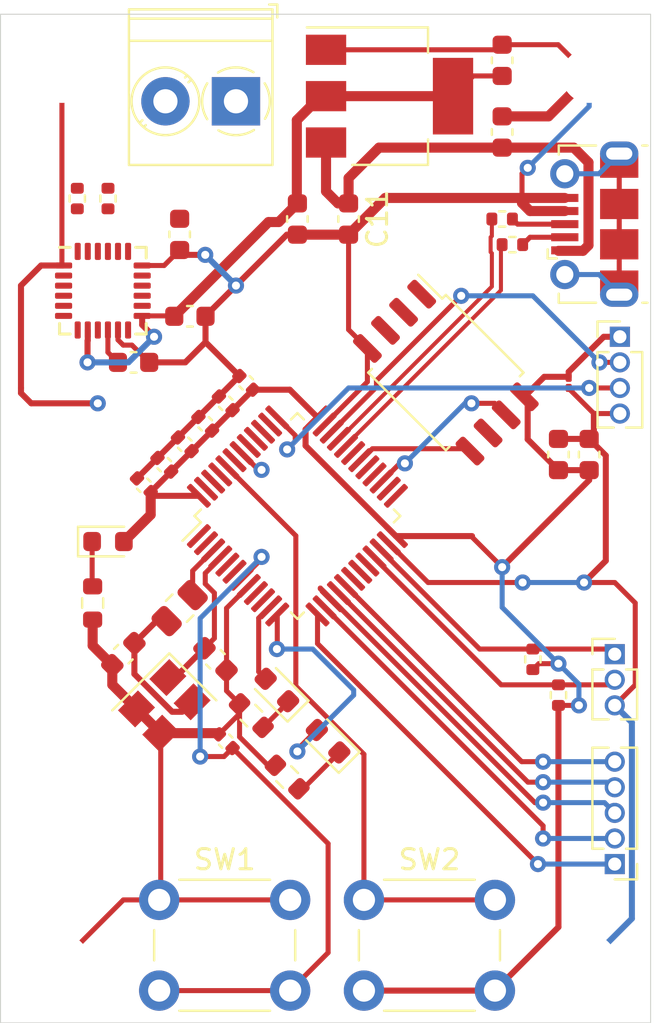
<source format=kicad_pcb>
(kicad_pcb (version 20171130) (host pcbnew "(5.1.8)-1")

  (general
    (thickness 1.6)
    (drawings 4)
    (tracks 309)
    (zones 0)
    (modules 48)
    (nets 56)
  )

  (page A4)
  (layers
    (0 F.Cu signal)
    (31 B.Cu signal)
    (32 B.Adhes user)
    (33 F.Adhes user)
    (34 B.Paste user)
    (35 F.Paste user)
    (36 B.SilkS user)
    (37 F.SilkS user hide)
    (38 B.Mask user)
    (39 F.Mask user)
    (40 Dwgs.User user hide)
    (41 Cmts.User user)
    (42 Eco1.User user)
    (43 Eco2.User user)
    (44 Edge.Cuts user)
    (45 Margin user)
    (46 B.CrtYd user hide)
    (47 F.CrtYd user hide)
    (48 B.Fab user)
    (49 F.Fab user hide)
  )

  (setup
    (last_trace_width 0.25)
    (user_trace_width 0.3)
    (user_trace_width 0.5)
    (trace_clearance 0.2)
    (zone_clearance 0.508)
    (zone_45_only no)
    (trace_min 0.2)
    (via_size 0.8)
    (via_drill 0.4)
    (via_min_size 0.4)
    (via_min_drill 0.3)
    (uvia_size 0.3)
    (uvia_drill 0.1)
    (uvias_allowed no)
    (uvia_min_size 0.2)
    (uvia_min_drill 0.1)
    (edge_width 0.05)
    (segment_width 0.2)
    (pcb_text_width 0.3)
    (pcb_text_size 1.5 1.5)
    (mod_edge_width 0.12)
    (mod_text_size 1 1)
    (mod_text_width 0.15)
    (pad_size 1.524 1.524)
    (pad_drill 0.762)
    (pad_to_mask_clearance 0)
    (aux_axis_origin 0 0)
    (visible_elements 7FFFFFFF)
    (pcbplotparams
      (layerselection 0x010fc_ffffffff)
      (usegerberextensions false)
      (usegerberattributes true)
      (usegerberadvancedattributes true)
      (creategerberjobfile true)
      (excludeedgelayer true)
      (linewidth 0.100000)
      (plotframeref false)
      (viasonmask false)
      (mode 1)
      (useauxorigin false)
      (hpglpennumber 1)
      (hpglpenspeed 20)
      (hpglpendiameter 15.000000)
      (psnegative false)
      (psa4output false)
      (plotreference true)
      (plotvalue true)
      (plotinvisibletext false)
      (padsonsilk false)
      (subtractmaskfromsilk false)
      (outputformat 1)
      (mirror false)
      (drillshape 1)
      (scaleselection 1)
      (outputdirectory ""))
  )

  (net 0 "")
  (net 1 +3V3)
  (net 2 GND)
  (net 3 "Net-(C2-Pad2)")
  (net 4 OSC_OUT)
  (net 5 RESET)
  (net 6 +5V)
  (net 7 "Net-(C15-Pad2)")
  (net 8 "Net-(C16-Pad2)")
  (net 9 "Net-(D1-Pad1)")
  (net 10 "Net-(D2-Pad1)")
  (net 11 STATUS1)
  (net 12 "Net-(D3-Pad1)")
  (net 13 STATUS0)
  (net 14 I2C_SCL)
  (net 15 I2C_SDA)
  (net 16 SWDIO)
  (net 17 SWCLK)
  (net 18 "Net-(J3-Pad6)")
  (net 19 "Net-(J3-Pad2)")
  (net 20 "Net-(J3-Pad3)")
  (net 21 UART_TX)
  (net 22 UART_RX)
  (net 23 OSC_IN)
  (net 24 D+)
  (net 25 D-)
  (net 26 BOOT0)
  (net 27 VBAT)
  (net 28 "Net-(U1-Pad2)")
  (net 29 "Net-(U1-Pad5)")
  (net 30 "Net-(U1-Pad6)")
  (net 31 "Net-(U1-Pad10)")
  (net 32 PA3)
  (net 33 PA4)
  (net 34 PA5)
  (net 35 PA6)
  (net 36 PA7)
  (net 37 "Net-(U1-Pad18)")
  (net 38 "Net-(U1-Pad19)")
  (net 39 "Net-(U1-Pad20)")
  (net 40 QSPI_CS)
  (net 41 QSPI_CLK)
  (net 42 QSPI_IO3)
  (net 43 QSPI_IO2)
  (net 44 QSPI_IO1)
  (net 45 QSPI_IO0)
  (net 46 "Net-(U1-Pad31)")
  (net 47 "Net-(U1-Pad38)")
  (net 48 "Net-(U1-Pad39)")
  (net 49 "Net-(U1-Pad40)")
  (net 50 "Net-(U1-Pad41)")
  (net 51 "Net-(U1-Pad45)")
  (net 52 "Net-(U1-Pad46)")
  (net 53 "Net-(U2-Pad6)")
  (net 54 "Net-(U2-Pad7)")
  (net 55 "Net-(U2-Pad12)")

  (net_class Default "This is the default net class."
    (clearance 0.2)
    (trace_width 0.25)
    (via_dia 0.8)
    (via_drill 0.4)
    (uvia_dia 0.3)
    (uvia_drill 0.1)
    (add_net +3V3)
    (add_net +5V)
    (add_net BOOT0)
    (add_net D+)
    (add_net D-)
    (add_net GND)
    (add_net I2C_SCL)
    (add_net I2C_SDA)
    (add_net "Net-(C15-Pad2)")
    (add_net "Net-(C16-Pad2)")
    (add_net "Net-(C2-Pad2)")
    (add_net "Net-(D1-Pad1)")
    (add_net "Net-(D2-Pad1)")
    (add_net "Net-(D3-Pad1)")
    (add_net "Net-(J3-Pad2)")
    (add_net "Net-(J3-Pad3)")
    (add_net "Net-(J3-Pad6)")
    (add_net "Net-(U1-Pad10)")
    (add_net "Net-(U1-Pad18)")
    (add_net "Net-(U1-Pad19)")
    (add_net "Net-(U1-Pad2)")
    (add_net "Net-(U1-Pad20)")
    (add_net "Net-(U1-Pad31)")
    (add_net "Net-(U1-Pad38)")
    (add_net "Net-(U1-Pad39)")
    (add_net "Net-(U1-Pad40)")
    (add_net "Net-(U1-Pad41)")
    (add_net "Net-(U1-Pad45)")
    (add_net "Net-(U1-Pad46)")
    (add_net "Net-(U1-Pad5)")
    (add_net "Net-(U1-Pad6)")
    (add_net "Net-(U2-Pad12)")
    (add_net "Net-(U2-Pad6)")
    (add_net "Net-(U2-Pad7)")
    (add_net OSC_IN)
    (add_net OSC_OUT)
    (add_net PA3)
    (add_net PA4)
    (add_net PA5)
    (add_net PA6)
    (add_net PA7)
    (add_net QSPI_CLK)
    (add_net QSPI_CS)
    (add_net QSPI_IO0)
    (add_net QSPI_IO1)
    (add_net QSPI_IO2)
    (add_net QSPI_IO3)
    (add_net RESET)
    (add_net STATUS0)
    (add_net STATUS1)
    (add_net SWCLK)
    (add_net SWDIO)
    (add_net UART_RX)
    (add_net UART_TX)
    (add_net VBAT)
  )

  (module Capacitor_SMD:C_0603_1608Metric (layer F.Cu) (tedit 5F68FEEE) (tstamp 609A0FCF)
    (at 167.894 64.262 270)
    (descr "Capacitor SMD 0603 (1608 Metric), square (rectangular) end terminal, IPC_7351 nominal, (Body size source: IPC-SM-782 page 76, https://www.pcb-3d.com/wordpress/wp-content/uploads/ipc-sm-782a_amendment_1_and_2.pdf), generated with kicad-footprint-generator")
    (tags capacitor)
    (path /60A66D28)
    (attr smd)
    (fp_text reference C11 (at 0 -1.43 90) (layer F.SilkS)
      (effects (font (size 1 1) (thickness 0.15)))
    )
    (fp_text value 100uF (at 0 1.43 90) (layer F.Fab)
      (effects (font (size 1 1) (thickness 0.15)))
    )
    (fp_text user %R (at 0 0 90) (layer F.Fab)
      (effects (font (size 0.4 0.4) (thickness 0.06)))
    )
    (fp_line (start -0.8 0.4) (end -0.8 -0.4) (layer F.Fab) (width 0.1))
    (fp_line (start -0.8 -0.4) (end 0.8 -0.4) (layer F.Fab) (width 0.1))
    (fp_line (start 0.8 -0.4) (end 0.8 0.4) (layer F.Fab) (width 0.1))
    (fp_line (start 0.8 0.4) (end -0.8 0.4) (layer F.Fab) (width 0.1))
    (fp_line (start -0.14058 -0.51) (end 0.14058 -0.51) (layer F.SilkS) (width 0.12))
    (fp_line (start -0.14058 0.51) (end 0.14058 0.51) (layer F.SilkS) (width 0.12))
    (fp_line (start -1.48 0.73) (end -1.48 -0.73) (layer F.CrtYd) (width 0.05))
    (fp_line (start -1.48 -0.73) (end 1.48 -0.73) (layer F.CrtYd) (width 0.05))
    (fp_line (start 1.48 -0.73) (end 1.48 0.73) (layer F.CrtYd) (width 0.05))
    (fp_line (start 1.48 0.73) (end -1.48 0.73) (layer F.CrtYd) (width 0.05))
    (pad 2 smd roundrect (at 0.775 0 270) (size 0.9 0.95) (layers F.Cu F.Paste F.Mask) (roundrect_rratio 0.25)
      (net 2 GND))
    (pad 1 smd roundrect (at -0.775 0 270) (size 0.9 0.95) (layers F.Cu F.Paste F.Mask) (roundrect_rratio 0.25)
      (net 6 +5V))
    (model ${KISYS3DMOD}/Capacitor_SMD.3dshapes/C_0603_1608Metric.wrl
      (at (xyz 0 0 0))
      (scale (xyz 1 1 1))
      (rotate (xyz 0 0 0))
    )
  )

  (module Connector_PinHeader_1.27mm:PinHeader_1x05_P1.27mm_Vertical (layer F.Cu) (tedit 59FED6E3) (tstamp 609AE27E)
    (at 181.102 96.266 180)
    (descr "Through hole straight pin header, 1x05, 1.27mm pitch, single row")
    (tags "Through hole pin header THT 1x05 1.27mm single row")
    (path /609B0507)
    (fp_text reference J5 (at 0 -1.695) (layer F.SilkS) hide
      (effects (font (size 1 1) (thickness 0.15)))
    )
    (fp_text value Conn_01x05 (at 0 6.775) (layer F.Fab)
      (effects (font (size 1 1) (thickness 0.15)))
    )
    (fp_text user %R (at 0 2.54 90) (layer F.Fab)
      (effects (font (size 1 1) (thickness 0.15)))
    )
    (fp_line (start -0.525 -0.635) (end 1.05 -0.635) (layer F.Fab) (width 0.1))
    (fp_line (start 1.05 -0.635) (end 1.05 5.715) (layer F.Fab) (width 0.1))
    (fp_line (start 1.05 5.715) (end -1.05 5.715) (layer F.Fab) (width 0.1))
    (fp_line (start -1.05 5.715) (end -1.05 -0.11) (layer F.Fab) (width 0.1))
    (fp_line (start -1.05 -0.11) (end -0.525 -0.635) (layer F.Fab) (width 0.1))
    (fp_line (start -1.11 5.775) (end -0.30753 5.775) (layer F.SilkS) (width 0.12))
    (fp_line (start 0.30753 5.775) (end 1.11 5.775) (layer F.SilkS) (width 0.12))
    (fp_line (start -1.11 0.76) (end -1.11 5.775) (layer F.SilkS) (width 0.12))
    (fp_line (start 1.11 0.76) (end 1.11 5.775) (layer F.SilkS) (width 0.12))
    (fp_line (start -1.11 0.76) (end -0.563471 0.76) (layer F.SilkS) (width 0.12))
    (fp_line (start 0.563471 0.76) (end 1.11 0.76) (layer F.SilkS) (width 0.12))
    (fp_line (start -1.11 0) (end -1.11 -0.76) (layer F.SilkS) (width 0.12))
    (fp_line (start -1.11 -0.76) (end 0 -0.76) (layer F.SilkS) (width 0.12))
    (fp_line (start -1.55 -1.15) (end -1.55 6.25) (layer F.CrtYd) (width 0.05))
    (fp_line (start -1.55 6.25) (end 1.55 6.25) (layer F.CrtYd) (width 0.05))
    (fp_line (start 1.55 6.25) (end 1.55 -1.15) (layer F.CrtYd) (width 0.05))
    (fp_line (start 1.55 -1.15) (end -1.55 -1.15) (layer F.CrtYd) (width 0.05))
    (pad 5 thru_hole oval (at 0 5.08 180) (size 1 1) (drill 0.65) (layers *.Cu *.Mask)
      (net 36 PA7))
    (pad 4 thru_hole oval (at 0 3.81 180) (size 1 1) (drill 0.65) (layers *.Cu *.Mask)
      (net 35 PA6))
    (pad 3 thru_hole oval (at 0 2.54 180) (size 1 1) (drill 0.65) (layers *.Cu *.Mask)
      (net 34 PA5))
    (pad 2 thru_hole oval (at 0 1.27 180) (size 1 1) (drill 0.65) (layers *.Cu *.Mask)
      (net 33 PA4))
    (pad 1 thru_hole rect (at 0 0 180) (size 1 1) (drill 0.65) (layers *.Cu *.Mask)
      (net 32 PA3))
    (model ${KISYS3DMOD}/Connector_PinHeader_1.27mm.3dshapes/PinHeader_1x05_P1.27mm_Vertical.wrl
      (at (xyz 0 0 0))
      (scale (xyz 1 1 1))
      (rotate (xyz 0 0 0))
    )
  )

  (module Resistor_SMD:R_0402_1005Metric (layer F.Cu) (tedit 5F68FEEE) (tstamp 609A121A)
    (at 176.022 65.532)
    (descr "Resistor SMD 0402 (1005 Metric), square (rectangular) end terminal, IPC_7351 nominal, (Body size source: IPC-SM-782 page 72, https://www.pcb-3d.com/wordpress/wp-content/uploads/ipc-sm-782a_amendment_1_and_2.pdf), generated with kicad-footprint-generator")
    (tags resistor)
    (path /60A84218)
    (attr smd)
    (fp_text reference R9 (at 0 -1.17) (layer F.SilkS) hide
      (effects (font (size 1 1) (thickness 0.15)))
    )
    (fp_text value 22 (at 0 1.17) (layer F.Fab)
      (effects (font (size 1 1) (thickness 0.15)))
    )
    (fp_line (start 0.93 0.47) (end -0.93 0.47) (layer F.CrtYd) (width 0.05))
    (fp_line (start 0.93 -0.47) (end 0.93 0.47) (layer F.CrtYd) (width 0.05))
    (fp_line (start -0.93 -0.47) (end 0.93 -0.47) (layer F.CrtYd) (width 0.05))
    (fp_line (start -0.93 0.47) (end -0.93 -0.47) (layer F.CrtYd) (width 0.05))
    (fp_line (start -0.153641 0.38) (end 0.153641 0.38) (layer F.SilkS) (width 0.12))
    (fp_line (start -0.153641 -0.38) (end 0.153641 -0.38) (layer F.SilkS) (width 0.12))
    (fp_line (start 0.525 0.27) (end -0.525 0.27) (layer F.Fab) (width 0.1))
    (fp_line (start 0.525 -0.27) (end 0.525 0.27) (layer F.Fab) (width 0.1))
    (fp_line (start -0.525 -0.27) (end 0.525 -0.27) (layer F.Fab) (width 0.1))
    (fp_line (start -0.525 0.27) (end -0.525 -0.27) (layer F.Fab) (width 0.1))
    (fp_text user %R (at 0 0) (layer F.Fab)
      (effects (font (size 0.26 0.26) (thickness 0.04)))
    )
    (pad 2 smd roundrect (at 0.51 0) (size 0.54 0.64) (layers F.Cu F.Paste F.Mask) (roundrect_rratio 0.25)
      (net 19 "Net-(J3-Pad2)"))
    (pad 1 smd roundrect (at -0.51 0) (size 0.54 0.64) (layers F.Cu F.Paste F.Mask) (roundrect_rratio 0.25)
      (net 25 D-))
    (model ${KISYS3DMOD}/Resistor_SMD.3dshapes/R_0402_1005Metric.wrl
      (at (xyz 0 0 0))
      (scale (xyz 1 1 1))
      (rotate (xyz 0 0 0))
    )
  )

  (module Resistor_SMD:R_0402_1005Metric (layer F.Cu) (tedit 5F68FEEE) (tstamp 609A1209)
    (at 175.514 64.262)
    (descr "Resistor SMD 0402 (1005 Metric), square (rectangular) end terminal, IPC_7351 nominal, (Body size source: IPC-SM-782 page 72, https://www.pcb-3d.com/wordpress/wp-content/uploads/ipc-sm-782a_amendment_1_and_2.pdf), generated with kicad-footprint-generator")
    (tags resistor)
    (path /60A8386E)
    (attr smd)
    (fp_text reference R8 (at 0 -1.17) (layer F.SilkS) hide
      (effects (font (size 1 1) (thickness 0.15)))
    )
    (fp_text value 22 (at 0 1.17) (layer F.Fab)
      (effects (font (size 1 1) (thickness 0.15)))
    )
    (fp_line (start 0.93 0.47) (end -0.93 0.47) (layer F.CrtYd) (width 0.05))
    (fp_line (start 0.93 -0.47) (end 0.93 0.47) (layer F.CrtYd) (width 0.05))
    (fp_line (start -0.93 -0.47) (end 0.93 -0.47) (layer F.CrtYd) (width 0.05))
    (fp_line (start -0.93 0.47) (end -0.93 -0.47) (layer F.CrtYd) (width 0.05))
    (fp_line (start -0.153641 0.38) (end 0.153641 0.38) (layer F.SilkS) (width 0.12))
    (fp_line (start -0.153641 -0.38) (end 0.153641 -0.38) (layer F.SilkS) (width 0.12))
    (fp_line (start 0.525 0.27) (end -0.525 0.27) (layer F.Fab) (width 0.1))
    (fp_line (start 0.525 -0.27) (end 0.525 0.27) (layer F.Fab) (width 0.1))
    (fp_line (start -0.525 -0.27) (end 0.525 -0.27) (layer F.Fab) (width 0.1))
    (fp_line (start -0.525 0.27) (end -0.525 -0.27) (layer F.Fab) (width 0.1))
    (fp_text user %R (at 0 0) (layer F.Fab)
      (effects (font (size 0.26 0.26) (thickness 0.04)))
    )
    (pad 2 smd roundrect (at 0.51 0) (size 0.54 0.64) (layers F.Cu F.Paste F.Mask) (roundrect_rratio 0.25)
      (net 20 "Net-(J3-Pad3)"))
    (pad 1 smd roundrect (at -0.51 0) (size 0.54 0.64) (layers F.Cu F.Paste F.Mask) (roundrect_rratio 0.25)
      (net 24 D+))
    (model ${KISYS3DMOD}/Resistor_SMD.3dshapes/R_0402_1005Metric.wrl
      (at (xyz 0 0 0))
      (scale (xyz 1 1 1))
      (rotate (xyz 0 0 0))
    )
  )

  (module Resistor_SMD:R_0402_1005Metric (layer F.Cu) (tedit 5F68FEEE) (tstamp 609AB8B6)
    (at 154.432 63.246 90)
    (descr "Resistor SMD 0402 (1005 Metric), square (rectangular) end terminal, IPC_7351 nominal, (Body size source: IPC-SM-782 page 72, https://www.pcb-3d.com/wordpress/wp-content/uploads/ipc-sm-782a_amendment_1_and_2.pdf), generated with kicad-footprint-generator")
    (tags resistor)
    (path /609B78DC)
    (attr smd)
    (fp_text reference R4 (at 0 -1.17 90) (layer F.SilkS) hide
      (effects (font (size 1 1) (thickness 0.15)))
    )
    (fp_text value 10k (at 0 1.17 90) (layer F.Fab)
      (effects (font (size 1 1) (thickness 0.15)))
    )
    (fp_line (start 0.93 0.47) (end -0.93 0.47) (layer F.CrtYd) (width 0.05))
    (fp_line (start 0.93 -0.47) (end 0.93 0.47) (layer F.CrtYd) (width 0.05))
    (fp_line (start -0.93 -0.47) (end 0.93 -0.47) (layer F.CrtYd) (width 0.05))
    (fp_line (start -0.93 0.47) (end -0.93 -0.47) (layer F.CrtYd) (width 0.05))
    (fp_line (start -0.153641 0.38) (end 0.153641 0.38) (layer F.SilkS) (width 0.12))
    (fp_line (start -0.153641 -0.38) (end 0.153641 -0.38) (layer F.SilkS) (width 0.12))
    (fp_line (start 0.525 0.27) (end -0.525 0.27) (layer F.Fab) (width 0.1))
    (fp_line (start 0.525 -0.27) (end 0.525 0.27) (layer F.Fab) (width 0.1))
    (fp_line (start -0.525 -0.27) (end 0.525 -0.27) (layer F.Fab) (width 0.1))
    (fp_line (start -0.525 0.27) (end -0.525 -0.27) (layer F.Fab) (width 0.1))
    (fp_text user %R (at 0 0 90) (layer F.Fab)
      (effects (font (size 0.26 0.26) (thickness 0.04)))
    )
    (pad 2 smd roundrect (at 0.51 0 90) (size 0.54 0.64) (layers F.Cu F.Paste F.Mask) (roundrect_rratio 0.25)
      (net 1 +3V3))
    (pad 1 smd roundrect (at -0.51 0 90) (size 0.54 0.64) (layers F.Cu F.Paste F.Mask) (roundrect_rratio 0.25)
      (net 15 I2C_SDA))
    (model ${KISYS3DMOD}/Resistor_SMD.3dshapes/R_0402_1005Metric.wrl
      (at (xyz 0 0 0))
      (scale (xyz 1 1 1))
      (rotate (xyz 0 0 0))
    )
  )

  (module Resistor_SMD:R_0402_1005Metric (layer F.Cu) (tedit 5F68FEEE) (tstamp 609AB8E6)
    (at 155.956 63.246 90)
    (descr "Resistor SMD 0402 (1005 Metric), square (rectangular) end terminal, IPC_7351 nominal, (Body size source: IPC-SM-782 page 72, https://www.pcb-3d.com/wordpress/wp-content/uploads/ipc-sm-782a_amendment_1_and_2.pdf), generated with kicad-footprint-generator")
    (tags resistor)
    (path /609B7464)
    (attr smd)
    (fp_text reference R3 (at 0 -1.17 90) (layer F.SilkS) hide
      (effects (font (size 1 1) (thickness 0.15)))
    )
    (fp_text value 10k (at 0 1.17 90) (layer F.Fab)
      (effects (font (size 1 1) (thickness 0.15)))
    )
    (fp_line (start 0.93 0.47) (end -0.93 0.47) (layer F.CrtYd) (width 0.05))
    (fp_line (start 0.93 -0.47) (end 0.93 0.47) (layer F.CrtYd) (width 0.05))
    (fp_line (start -0.93 -0.47) (end 0.93 -0.47) (layer F.CrtYd) (width 0.05))
    (fp_line (start -0.93 0.47) (end -0.93 -0.47) (layer F.CrtYd) (width 0.05))
    (fp_line (start -0.153641 0.38) (end 0.153641 0.38) (layer F.SilkS) (width 0.12))
    (fp_line (start -0.153641 -0.38) (end 0.153641 -0.38) (layer F.SilkS) (width 0.12))
    (fp_line (start 0.525 0.27) (end -0.525 0.27) (layer F.Fab) (width 0.1))
    (fp_line (start 0.525 -0.27) (end 0.525 0.27) (layer F.Fab) (width 0.1))
    (fp_line (start -0.525 -0.27) (end 0.525 -0.27) (layer F.Fab) (width 0.1))
    (fp_line (start -0.525 0.27) (end -0.525 -0.27) (layer F.Fab) (width 0.1))
    (fp_text user %R (at 0 0 90) (layer F.Fab)
      (effects (font (size 0.26 0.26) (thickness 0.04)))
    )
    (pad 2 smd roundrect (at 0.51 0 90) (size 0.54 0.64) (layers F.Cu F.Paste F.Mask) (roundrect_rratio 0.25)
      (net 1 +3V3))
    (pad 1 smd roundrect (at -0.51 0 90) (size 0.54 0.64) (layers F.Cu F.Paste F.Mask) (roundrect_rratio 0.25)
      (net 14 I2C_SCL))
    (model ${KISYS3DMOD}/Resistor_SMD.3dshapes/R_0402_1005Metric.wrl
      (at (xyz 0 0 0))
      (scale (xyz 1 1 1))
      (rotate (xyz 0 0 0))
    )
  )

  (module Resistor_SMD:R_0402_1005Metric (layer F.Cu) (tedit 5F68FEEE) (tstamp 609A11A3)
    (at 178.308 87.884 270)
    (descr "Resistor SMD 0402 (1005 Metric), square (rectangular) end terminal, IPC_7351 nominal, (Body size source: IPC-SM-782 page 72, https://www.pcb-3d.com/wordpress/wp-content/uploads/ipc-sm-782a_amendment_1_and_2.pdf), generated with kicad-footprint-generator")
    (tags resistor)
    (path /609B3B62)
    (attr smd)
    (fp_text reference R2 (at 0 -1.17 90) (layer F.SilkS) hide
      (effects (font (size 1 1) (thickness 0.15)))
    )
    (fp_text value 10k (at 0 1.17 90) (layer F.Fab)
      (effects (font (size 1 1) (thickness 0.15)))
    )
    (fp_line (start 0.93 0.47) (end -0.93 0.47) (layer F.CrtYd) (width 0.05))
    (fp_line (start 0.93 -0.47) (end 0.93 0.47) (layer F.CrtYd) (width 0.05))
    (fp_line (start -0.93 -0.47) (end 0.93 -0.47) (layer F.CrtYd) (width 0.05))
    (fp_line (start -0.93 0.47) (end -0.93 -0.47) (layer F.CrtYd) (width 0.05))
    (fp_line (start -0.153641 0.38) (end 0.153641 0.38) (layer F.SilkS) (width 0.12))
    (fp_line (start -0.153641 -0.38) (end 0.153641 -0.38) (layer F.SilkS) (width 0.12))
    (fp_line (start 0.525 0.27) (end -0.525 0.27) (layer F.Fab) (width 0.1))
    (fp_line (start 0.525 -0.27) (end 0.525 0.27) (layer F.Fab) (width 0.1))
    (fp_line (start -0.525 -0.27) (end 0.525 -0.27) (layer F.Fab) (width 0.1))
    (fp_line (start -0.525 0.27) (end -0.525 -0.27) (layer F.Fab) (width 0.1))
    (fp_text user %R (at 0 0 90) (layer F.Fab)
      (effects (font (size 0.26 0.26) (thickness 0.04)))
    )
    (pad 2 smd roundrect (at 0.51 0 270) (size 0.54 0.64) (layers F.Cu F.Paste F.Mask) (roundrect_rratio 0.25)
      (net 1 +3V3))
    (pad 1 smd roundrect (at -0.51 0 270) (size 0.54 0.64) (layers F.Cu F.Paste F.Mask) (roundrect_rratio 0.25)
      (net 22 UART_RX))
    (model ${KISYS3DMOD}/Resistor_SMD.3dshapes/R_0402_1005Metric.wrl
      (at (xyz 0 0 0))
      (scale (xyz 1 1 1))
      (rotate (xyz 0 0 0))
    )
  )

  (module Resistor_SMD:R_0402_1005Metric (layer F.Cu) (tedit 5F68FEEE) (tstamp 609A1192)
    (at 177.038 86.108 270)
    (descr "Resistor SMD 0402 (1005 Metric), square (rectangular) end terminal, IPC_7351 nominal, (Body size source: IPC-SM-782 page 72, https://www.pcb-3d.com/wordpress/wp-content/uploads/ipc-sm-782a_amendment_1_and_2.pdf), generated with kicad-footprint-generator")
    (tags resistor)
    (path /609B1BB9)
    (attr smd)
    (fp_text reference R1 (at 0 -1.17 90) (layer F.SilkS) hide
      (effects (font (size 1 1) (thickness 0.15)))
    )
    (fp_text value 10k (at 0 1.17 90) (layer F.Fab)
      (effects (font (size 1 1) (thickness 0.15)))
    )
    (fp_line (start 0.93 0.47) (end -0.93 0.47) (layer F.CrtYd) (width 0.05))
    (fp_line (start 0.93 -0.47) (end 0.93 0.47) (layer F.CrtYd) (width 0.05))
    (fp_line (start -0.93 -0.47) (end 0.93 -0.47) (layer F.CrtYd) (width 0.05))
    (fp_line (start -0.93 0.47) (end -0.93 -0.47) (layer F.CrtYd) (width 0.05))
    (fp_line (start -0.153641 0.38) (end 0.153641 0.38) (layer F.SilkS) (width 0.12))
    (fp_line (start -0.153641 -0.38) (end 0.153641 -0.38) (layer F.SilkS) (width 0.12))
    (fp_line (start 0.525 0.27) (end -0.525 0.27) (layer F.Fab) (width 0.1))
    (fp_line (start 0.525 -0.27) (end 0.525 0.27) (layer F.Fab) (width 0.1))
    (fp_line (start -0.525 -0.27) (end 0.525 -0.27) (layer F.Fab) (width 0.1))
    (fp_line (start -0.525 0.27) (end -0.525 -0.27) (layer F.Fab) (width 0.1))
    (fp_text user %R (at 0 0 90) (layer F.Fab)
      (effects (font (size 0.26 0.26) (thickness 0.04)))
    )
    (pad 2 smd roundrect (at 0.51 0 270) (size 0.54 0.64) (layers F.Cu F.Paste F.Mask) (roundrect_rratio 0.25)
      (net 1 +3V3))
    (pad 1 smd roundrect (at -0.51 0 270) (size 0.54 0.64) (layers F.Cu F.Paste F.Mask) (roundrect_rratio 0.25)
      (net 21 UART_TX))
    (model ${KISYS3DMOD}/Resistor_SMD.3dshapes/R_0402_1005Metric.wrl
      (at (xyz 0 0 0))
      (scale (xyz 1 1 1))
      (rotate (xyz 0 0 0))
    )
  )

  (module Connector_PinHeader_1.27mm:PinHeader_1x03_P1.27mm_Vertical (layer F.Cu) (tedit 59FED6E3) (tstamp 609A1181)
    (at 181.102 85.852)
    (descr "Through hole straight pin header, 1x03, 1.27mm pitch, single row")
    (tags "Through hole pin header THT 1x03 1.27mm single row")
    (path /60A34507)
    (fp_text reference J4 (at 0 -1.695) (layer F.SilkS) hide
      (effects (font (size 1 1) (thickness 0.15)))
    )
    (fp_text value Conn_01x03_Male (at 0 4.235) (layer F.Fab)
      (effects (font (size 1 1) (thickness 0.15)))
    )
    (fp_line (start 1.55 -1.15) (end -1.55 -1.15) (layer F.CrtYd) (width 0.05))
    (fp_line (start 1.55 3.7) (end 1.55 -1.15) (layer F.CrtYd) (width 0.05))
    (fp_line (start -1.55 3.7) (end 1.55 3.7) (layer F.CrtYd) (width 0.05))
    (fp_line (start -1.55 -1.15) (end -1.55 3.7) (layer F.CrtYd) (width 0.05))
    (fp_line (start -1.11 -0.76) (end 0 -0.76) (layer F.SilkS) (width 0.12))
    (fp_line (start -1.11 0) (end -1.11 -0.76) (layer F.SilkS) (width 0.12))
    (fp_line (start 0.563471 0.76) (end 1.11 0.76) (layer F.SilkS) (width 0.12))
    (fp_line (start -1.11 0.76) (end -0.563471 0.76) (layer F.SilkS) (width 0.12))
    (fp_line (start 1.11 0.76) (end 1.11 3.235) (layer F.SilkS) (width 0.12))
    (fp_line (start -1.11 0.76) (end -1.11 3.235) (layer F.SilkS) (width 0.12))
    (fp_line (start 0.30753 3.235) (end 1.11 3.235) (layer F.SilkS) (width 0.12))
    (fp_line (start -1.11 3.235) (end -0.30753 3.235) (layer F.SilkS) (width 0.12))
    (fp_line (start -1.05 -0.11) (end -0.525 -0.635) (layer F.Fab) (width 0.1))
    (fp_line (start -1.05 3.175) (end -1.05 -0.11) (layer F.Fab) (width 0.1))
    (fp_line (start 1.05 3.175) (end -1.05 3.175) (layer F.Fab) (width 0.1))
    (fp_line (start 1.05 -0.635) (end 1.05 3.175) (layer F.Fab) (width 0.1))
    (fp_line (start -0.525 -0.635) (end 1.05 -0.635) (layer F.Fab) (width 0.1))
    (fp_text user %R (at 0 1.27 90) (layer F.Fab)
      (effects (font (size 1 1) (thickness 0.15)))
    )
    (pad 3 thru_hole oval (at 0 2.54) (size 1 1) (drill 0.65) (layers *.Cu *.Mask)
      (net 2 GND))
    (pad 2 thru_hole oval (at 0 1.27) (size 1 1) (drill 0.65) (layers *.Cu *.Mask)
      (net 22 UART_RX))
    (pad 1 thru_hole rect (at 0 0) (size 1 1) (drill 0.65) (layers *.Cu *.Mask)
      (net 21 UART_TX))
    (model ${KISYS3DMOD}/Connector_PinHeader_1.27mm.3dshapes/PinHeader_1x03_P1.27mm_Vertical.wrl
      (at (xyz 0 0 0))
      (scale (xyz 1 1 1))
      (rotate (xyz 0 0 0))
    )
  )

  (module Connector_PinHeader_1.27mm:PinHeader_1x04_P1.27mm_Vertical (layer F.Cu) (tedit 59FED6E3) (tstamp 609A111F)
    (at 181.356 70.104)
    (descr "Through hole straight pin header, 1x04, 1.27mm pitch, single row")
    (tags "Through hole pin header THT 1x04 1.27mm single row")
    (path /609EC1A9)
    (fp_text reference J2 (at 0 -1.695) (layer F.SilkS) hide
      (effects (font (size 1 1) (thickness 0.15)))
    )
    (fp_text value Conn_01x04 (at 0 5.505) (layer F.Fab)
      (effects (font (size 1 1) (thickness 0.15)))
    )
    (fp_line (start 1.55 -1.15) (end -1.55 -1.15) (layer F.CrtYd) (width 0.05))
    (fp_line (start 1.55 4.95) (end 1.55 -1.15) (layer F.CrtYd) (width 0.05))
    (fp_line (start -1.55 4.95) (end 1.55 4.95) (layer F.CrtYd) (width 0.05))
    (fp_line (start -1.55 -1.15) (end -1.55 4.95) (layer F.CrtYd) (width 0.05))
    (fp_line (start -1.11 -0.76) (end 0 -0.76) (layer F.SilkS) (width 0.12))
    (fp_line (start -1.11 0) (end -1.11 -0.76) (layer F.SilkS) (width 0.12))
    (fp_line (start 0.563471 0.76) (end 1.11 0.76) (layer F.SilkS) (width 0.12))
    (fp_line (start -1.11 0.76) (end -0.563471 0.76) (layer F.SilkS) (width 0.12))
    (fp_line (start 1.11 0.76) (end 1.11 4.505) (layer F.SilkS) (width 0.12))
    (fp_line (start -1.11 0.76) (end -1.11 4.505) (layer F.SilkS) (width 0.12))
    (fp_line (start 0.30753 4.505) (end 1.11 4.505) (layer F.SilkS) (width 0.12))
    (fp_line (start -1.11 4.505) (end -0.30753 4.505) (layer F.SilkS) (width 0.12))
    (fp_line (start -1.05 -0.11) (end -0.525 -0.635) (layer F.Fab) (width 0.1))
    (fp_line (start -1.05 4.445) (end -1.05 -0.11) (layer F.Fab) (width 0.1))
    (fp_line (start 1.05 4.445) (end -1.05 4.445) (layer F.Fab) (width 0.1))
    (fp_line (start 1.05 -0.635) (end 1.05 4.445) (layer F.Fab) (width 0.1))
    (fp_line (start -0.525 -0.635) (end 1.05 -0.635) (layer F.Fab) (width 0.1))
    (fp_text user %R (at 0 1.905 -270) (layer F.Fab)
      (effects (font (size 1 1) (thickness 0.15)))
    )
    (pad 4 thru_hole oval (at 0 3.81) (size 1 1) (drill 0.65) (layers *.Cu *.Mask)
      (net 2 GND))
    (pad 3 thru_hole oval (at 0 2.54) (size 1 1) (drill 0.65) (layers *.Cu *.Mask)
      (net 17 SWCLK))
    (pad 2 thru_hole oval (at 0 1.27) (size 1 1) (drill 0.65) (layers *.Cu *.Mask)
      (net 16 SWDIO))
    (pad 1 thru_hole rect (at 0 0) (size 1 1) (drill 0.65) (layers *.Cu *.Mask)
      (net 1 +3V3))
    (model ${KISYS3DMOD}/Connector_PinHeader_1.27mm.3dshapes/PinHeader_1x04_P1.27mm_Vertical.wrl
      (at (xyz 0 0 0))
      (scale (xyz 1 1 1))
      (rotate (xyz 0 0 0))
    )
  )

  (module Capacitor_SMD:C_0402_1005Metric (layer F.Cu) (tedit 5F68FEEE) (tstamp 609A0F25)
    (at 159.766 75.438 135)
    (descr "Capacitor SMD 0402 (1005 Metric), square (rectangular) end terminal, IPC_7351 nominal, (Body size source: IPC-SM-782 page 76, https://www.pcb-3d.com/wordpress/wp-content/uploads/ipc-sm-782a_amendment_1_and_2.pdf), generated with kicad-footprint-generator")
    (tags capacitor)
    (path /60A37034)
    (attr smd)
    (fp_text reference C1 (at -2.155261 0 135) (layer F.SilkS) hide
      (effects (font (size 1 1) (thickness 0.15)))
    )
    (fp_text value 100nF (at 0 1.16 135) (layer F.Fab)
      (effects (font (size 1 1) (thickness 0.15)))
    )
    (fp_line (start -0.5 0.25) (end -0.5 -0.25) (layer F.Fab) (width 0.1))
    (fp_line (start -0.5 -0.25) (end 0.5 -0.25) (layer F.Fab) (width 0.1))
    (fp_line (start 0.5 -0.25) (end 0.5 0.25) (layer F.Fab) (width 0.1))
    (fp_line (start 0.5 0.25) (end -0.5 0.25) (layer F.Fab) (width 0.1))
    (fp_line (start -0.107836 -0.36) (end 0.107836 -0.36) (layer F.SilkS) (width 0.12))
    (fp_line (start -0.107836 0.36) (end 0.107836 0.36) (layer F.SilkS) (width 0.12))
    (fp_line (start -0.91 0.46) (end -0.91 -0.46) (layer F.CrtYd) (width 0.05))
    (fp_line (start -0.91 -0.46) (end 0.91 -0.46) (layer F.CrtYd) (width 0.05))
    (fp_line (start 0.91 -0.46) (end 0.91 0.46) (layer F.CrtYd) (width 0.05))
    (fp_line (start 0.91 0.46) (end -0.91 0.46) (layer F.CrtYd) (width 0.05))
    (fp_text user %R (at 0 0 135) (layer F.Fab)
      (effects (font (size 0.25 0.25) (thickness 0.04)))
    )
    (pad 1 smd roundrect (at -0.48 0 135) (size 0.56 0.62) (layers F.Cu F.Paste F.Mask) (roundrect_rratio 0.25)
      (net 1 +3V3))
    (pad 2 smd roundrect (at 0.48 0 135) (size 0.56 0.62) (layers F.Cu F.Paste F.Mask) (roundrect_rratio 0.25)
      (net 2 GND))
    (model ${KISYS3DMOD}/Capacitor_SMD.3dshapes/C_0402_1005Metric.wrl
      (at (xyz 0 0 0))
      (scale (xyz 1 1 1))
      (rotate (xyz 0 0 0))
    )
  )

  (module Capacitor_SMD:C_0603_1608Metric (layer F.Cu) (tedit 5F68FEEE) (tstamp 609A0F36)
    (at 156.718 85.852 45)
    (descr "Capacitor SMD 0603 (1608 Metric), square (rectangular) end terminal, IPC_7351 nominal, (Body size source: IPC-SM-782 page 76, https://www.pcb-3d.com/wordpress/wp-content/uploads/ipc-sm-782a_amendment_1_and_2.pdf), generated with kicad-footprint-generator")
    (tags capacitor)
    (path /60A43468)
    (attr smd)
    (fp_text reference C2 (at 0 1.778 45) (layer F.SilkS) hide
      (effects (font (size 1 1) (thickness 0.15)))
    )
    (fp_text value 12p (at 0 1.43 45) (layer F.Fab)
      (effects (font (size 1 1) (thickness 0.15)))
    )
    (fp_line (start -0.8 0.4) (end -0.8 -0.4) (layer F.Fab) (width 0.1))
    (fp_line (start -0.8 -0.4) (end 0.8 -0.4) (layer F.Fab) (width 0.1))
    (fp_line (start 0.8 -0.4) (end 0.8 0.4) (layer F.Fab) (width 0.1))
    (fp_line (start 0.8 0.4) (end -0.8 0.4) (layer F.Fab) (width 0.1))
    (fp_line (start -0.14058 -0.51) (end 0.14058 -0.51) (layer F.SilkS) (width 0.12))
    (fp_line (start -0.14058 0.51) (end 0.14058 0.51) (layer F.SilkS) (width 0.12))
    (fp_line (start -1.48 0.73) (end -1.48 -0.73) (layer F.CrtYd) (width 0.05))
    (fp_line (start -1.48 -0.73) (end 1.48 -0.73) (layer F.CrtYd) (width 0.05))
    (fp_line (start 1.48 -0.73) (end 1.48 0.73) (layer F.CrtYd) (width 0.05))
    (fp_line (start 1.48 0.73) (end -1.48 0.73) (layer F.CrtYd) (width 0.05))
    (fp_text user %R (at 0 0 45) (layer F.Fab)
      (effects (font (size 0.4 0.4) (thickness 0.06)))
    )
    (pad 1 smd roundrect (at -0.775 0 45) (size 0.9 0.95) (layers F.Cu F.Paste F.Mask) (roundrect_rratio 0.25)
      (net 2 GND))
    (pad 2 smd roundrect (at 0.775 0 45) (size 0.9 0.95) (layers F.Cu F.Paste F.Mask) (roundrect_rratio 0.25)
      (net 3 "Net-(C2-Pad2)"))
    (model ${KISYS3DMOD}/Capacitor_SMD.3dshapes/C_0603_1608Metric.wrl
      (at (xyz 0 0 0))
      (scale (xyz 1 1 1))
      (rotate (xyz 0 0 0))
    )
  )

  (module Capacitor_SMD:C_0603_1608Metric (layer F.Cu) (tedit 5F68FEEE) (tstamp 609A0F47)
    (at 161.29 86.106 135)
    (descr "Capacitor SMD 0603 (1608 Metric), square (rectangular) end terminal, IPC_7351 nominal, (Body size source: IPC-SM-782 page 76, https://www.pcb-3d.com/wordpress/wp-content/uploads/ipc-sm-782a_amendment_1_and_2.pdf), generated with kicad-footprint-generator")
    (tags capacitor)
    (path /60A44811)
    (attr smd)
    (fp_text reference C3 (at 0 -1.43 135) (layer F.SilkS) hide
      (effects (font (size 1 1) (thickness 0.15)))
    )
    (fp_text value 12p (at 0 1.43 135) (layer F.Fab)
      (effects (font (size 1 1) (thickness 0.15)))
    )
    (fp_line (start -0.8 0.4) (end -0.8 -0.4) (layer F.Fab) (width 0.1))
    (fp_line (start -0.8 -0.4) (end 0.8 -0.4) (layer F.Fab) (width 0.1))
    (fp_line (start 0.8 -0.4) (end 0.8 0.4) (layer F.Fab) (width 0.1))
    (fp_line (start 0.8 0.4) (end -0.8 0.4) (layer F.Fab) (width 0.1))
    (fp_line (start -0.14058 -0.51) (end 0.14058 -0.51) (layer F.SilkS) (width 0.12))
    (fp_line (start -0.14058 0.51) (end 0.14058 0.51) (layer F.SilkS) (width 0.12))
    (fp_line (start -1.48 0.73) (end -1.48 -0.73) (layer F.CrtYd) (width 0.05))
    (fp_line (start -1.48 -0.73) (end 1.48 -0.73) (layer F.CrtYd) (width 0.05))
    (fp_line (start 1.48 -0.73) (end 1.48 0.73) (layer F.CrtYd) (width 0.05))
    (fp_line (start 1.48 0.73) (end -1.48 0.73) (layer F.CrtYd) (width 0.05))
    (fp_text user %R (at 0 0 135) (layer F.Fab)
      (effects (font (size 0.4 0.4) (thickness 0.06)))
    )
    (pad 1 smd roundrect (at -0.775 0 135) (size 0.9 0.95) (layers F.Cu F.Paste F.Mask) (roundrect_rratio 0.25)
      (net 2 GND))
    (pad 2 smd roundrect (at 0.775 0 135) (size 0.9 0.95) (layers F.Cu F.Paste F.Mask) (roundrect_rratio 0.25)
      (net 4 OSC_OUT))
    (model ${KISYS3DMOD}/Capacitor_SMD.3dshapes/C_0603_1608Metric.wrl
      (at (xyz 0 0 0))
      (scale (xyz 1 1 1))
      (rotate (xyz 0 0 0))
    )
  )

  (module Capacitor_SMD:C_0402_1005Metric (layer F.Cu) (tedit 5F68FEEE) (tstamp 609A0F58)
    (at 158.75 76.454 135)
    (descr "Capacitor SMD 0402 (1005 Metric), square (rectangular) end terminal, IPC_7351 nominal, (Body size source: IPC-SM-782 page 76, https://www.pcb-3d.com/wordpress/wp-content/uploads/ipc-sm-782a_amendment_1_and_2.pdf), generated with kicad-footprint-generator")
    (tags capacitor)
    (path /60A389E0)
    (attr smd)
    (fp_text reference C4 (at -2.17506 -0.019799 135) (layer F.SilkS) hide
      (effects (font (size 1 1) (thickness 0.15)))
    )
    (fp_text value 100nF (at 0 1.16 135) (layer F.Fab)
      (effects (font (size 1 1) (thickness 0.15)))
    )
    (fp_line (start 0.91 0.46) (end -0.91 0.46) (layer F.CrtYd) (width 0.05))
    (fp_line (start 0.91 -0.46) (end 0.91 0.46) (layer F.CrtYd) (width 0.05))
    (fp_line (start -0.91 -0.46) (end 0.91 -0.46) (layer F.CrtYd) (width 0.05))
    (fp_line (start -0.91 0.46) (end -0.91 -0.46) (layer F.CrtYd) (width 0.05))
    (fp_line (start -0.107836 0.36) (end 0.107836 0.36) (layer F.SilkS) (width 0.12))
    (fp_line (start -0.107836 -0.36) (end 0.107836 -0.36) (layer F.SilkS) (width 0.12))
    (fp_line (start 0.5 0.25) (end -0.5 0.25) (layer F.Fab) (width 0.1))
    (fp_line (start 0.5 -0.25) (end 0.5 0.25) (layer F.Fab) (width 0.1))
    (fp_line (start -0.5 -0.25) (end 0.5 -0.25) (layer F.Fab) (width 0.1))
    (fp_line (start -0.5 0.25) (end -0.5 -0.25) (layer F.Fab) (width 0.1))
    (fp_text user %R (at 0 0 135) (layer F.Fab)
      (effects (font (size 0.25 0.25) (thickness 0.04)))
    )
    (pad 2 smd roundrect (at 0.48 0 135) (size 0.56 0.62) (layers F.Cu F.Paste F.Mask) (roundrect_rratio 0.25)
      (net 2 GND))
    (pad 1 smd roundrect (at -0.48 0 135) (size 0.56 0.62) (layers F.Cu F.Paste F.Mask) (roundrect_rratio 0.25)
      (net 1 +3V3))
    (model ${KISYS3DMOD}/Capacitor_SMD.3dshapes/C_0402_1005Metric.wrl
      (at (xyz 0 0 0))
      (scale (xyz 1 1 1))
      (rotate (xyz 0 0 0))
    )
  )

  (module Capacitor_SMD:C_0402_1005Metric (layer F.Cu) (tedit 5F68FEEE) (tstamp 609A0F69)
    (at 160.782 74.422 135)
    (descr "Capacitor SMD 0402 (1005 Metric), square (rectangular) end terminal, IPC_7351 nominal, (Body size source: IPC-SM-782 page 76, https://www.pcb-3d.com/wordpress/wp-content/uploads/ipc-sm-782a_amendment_1_and_2.pdf), generated with kicad-footprint-generator")
    (tags capacitor)
    (path /60A38EFC)
    (attr smd)
    (fp_text reference C5 (at -2.17506 -0.019799 135) (layer F.SilkS) hide
      (effects (font (size 1 1) (thickness 0.15)))
    )
    (fp_text value 100nF (at 0 1.16 135) (layer F.Fab)
      (effects (font (size 1 1) (thickness 0.15)))
    )
    (fp_line (start -0.5 0.25) (end -0.5 -0.25) (layer F.Fab) (width 0.1))
    (fp_line (start -0.5 -0.25) (end 0.5 -0.25) (layer F.Fab) (width 0.1))
    (fp_line (start 0.5 -0.25) (end 0.5 0.25) (layer F.Fab) (width 0.1))
    (fp_line (start 0.5 0.25) (end -0.5 0.25) (layer F.Fab) (width 0.1))
    (fp_line (start -0.107836 -0.36) (end 0.107836 -0.36) (layer F.SilkS) (width 0.12))
    (fp_line (start -0.107836 0.36) (end 0.107836 0.36) (layer F.SilkS) (width 0.12))
    (fp_line (start -0.91 0.46) (end -0.91 -0.46) (layer F.CrtYd) (width 0.05))
    (fp_line (start -0.91 -0.46) (end 0.91 -0.46) (layer F.CrtYd) (width 0.05))
    (fp_line (start 0.91 -0.46) (end 0.91 0.46) (layer F.CrtYd) (width 0.05))
    (fp_line (start 0.91 0.46) (end -0.91 0.46) (layer F.CrtYd) (width 0.05))
    (fp_text user %R (at 0 0 135) (layer F.Fab)
      (effects (font (size 0.25 0.25) (thickness 0.04)))
    )
    (pad 1 smd roundrect (at -0.48 0 135) (size 0.56 0.62) (layers F.Cu F.Paste F.Mask) (roundrect_rratio 0.25)
      (net 1 +3V3))
    (pad 2 smd roundrect (at 0.48 0 135) (size 0.56 0.62) (layers F.Cu F.Paste F.Mask) (roundrect_rratio 0.25)
      (net 2 GND))
    (model ${KISYS3DMOD}/Capacitor_SMD.3dshapes/C_0402_1005Metric.wrl
      (at (xyz 0 0 0))
      (scale (xyz 1 1 1))
      (rotate (xyz 0 0 0))
    )
  )

  (module Capacitor_SMD:C_0402_1005Metric (layer F.Cu) (tedit 5F68FEEE) (tstamp 609A0F7A)
    (at 161.798 73.406 135)
    (descr "Capacitor SMD 0402 (1005 Metric), square (rectangular) end terminal, IPC_7351 nominal, (Body size source: IPC-SM-782 page 76, https://www.pcb-3d.com/wordpress/wp-content/uploads/ipc-sm-782a_amendment_1_and_2.pdf), generated with kicad-footprint-generator")
    (tags capacitor)
    (path /60A58EB6)
    (attr smd)
    (fp_text reference C6 (at -2.17506 -0.019799 135) (layer F.SilkS) hide
      (effects (font (size 1 1) (thickness 0.15)))
    )
    (fp_text value 100nF (at 0 1.16 135) (layer F.Fab)
      (effects (font (size 1 1) (thickness 0.15)))
    )
    (fp_line (start 0.91 0.46) (end -0.91 0.46) (layer F.CrtYd) (width 0.05))
    (fp_line (start 0.91 -0.46) (end 0.91 0.46) (layer F.CrtYd) (width 0.05))
    (fp_line (start -0.91 -0.46) (end 0.91 -0.46) (layer F.CrtYd) (width 0.05))
    (fp_line (start -0.91 0.46) (end -0.91 -0.46) (layer F.CrtYd) (width 0.05))
    (fp_line (start -0.107836 0.36) (end 0.107836 0.36) (layer F.SilkS) (width 0.12))
    (fp_line (start -0.107836 -0.36) (end 0.107836 -0.36) (layer F.SilkS) (width 0.12))
    (fp_line (start 0.5 0.25) (end -0.5 0.25) (layer F.Fab) (width 0.1))
    (fp_line (start 0.5 -0.25) (end 0.5 0.25) (layer F.Fab) (width 0.1))
    (fp_line (start -0.5 -0.25) (end 0.5 -0.25) (layer F.Fab) (width 0.1))
    (fp_line (start -0.5 0.25) (end -0.5 -0.25) (layer F.Fab) (width 0.1))
    (fp_text user %R (at 0 0 135) (layer F.Fab)
      (effects (font (size 0.25 0.25) (thickness 0.04)))
    )
    (pad 2 smd roundrect (at 0.48 0 135) (size 0.56 0.62) (layers F.Cu F.Paste F.Mask) (roundrect_rratio 0.25)
      (net 2 GND))
    (pad 1 smd roundrect (at -0.48 0 135) (size 0.56 0.62) (layers F.Cu F.Paste F.Mask) (roundrect_rratio 0.25)
      (net 1 +3V3))
    (model ${KISYS3DMOD}/Capacitor_SMD.3dshapes/C_0402_1005Metric.wrl
      (at (xyz 0 0 0))
      (scale (xyz 1 1 1))
      (rotate (xyz 0 0 0))
    )
  )

  (module Capacitor_SMD:C_0402_1005Metric (layer F.Cu) (tedit 5F68FEEE) (tstamp 609A0F8B)
    (at 162.814 72.39 135)
    (descr "Capacitor SMD 0402 (1005 Metric), square (rectangular) end terminal, IPC_7351 nominal, (Body size source: IPC-SM-782 page 76, https://www.pcb-3d.com/wordpress/wp-content/uploads/ipc-sm-782a_amendment_1_and_2.pdf), generated with kicad-footprint-generator")
    (tags capacitor)
    (path /609A310D)
    (attr smd)
    (fp_text reference C7 (at -2.17506 -0.019799 135) (layer F.SilkS) hide
      (effects (font (size 1 1) (thickness 0.15)))
    )
    (fp_text value 100nF (at 0 1.16 135) (layer F.Fab)
      (effects (font (size 1 1) (thickness 0.15)))
    )
    (fp_line (start 0.91 0.46) (end -0.91 0.46) (layer F.CrtYd) (width 0.05))
    (fp_line (start 0.91 -0.46) (end 0.91 0.46) (layer F.CrtYd) (width 0.05))
    (fp_line (start -0.91 -0.46) (end 0.91 -0.46) (layer F.CrtYd) (width 0.05))
    (fp_line (start -0.91 0.46) (end -0.91 -0.46) (layer F.CrtYd) (width 0.05))
    (fp_line (start -0.107836 0.36) (end 0.107836 0.36) (layer F.SilkS) (width 0.12))
    (fp_line (start -0.107836 -0.36) (end 0.107836 -0.36) (layer F.SilkS) (width 0.12))
    (fp_line (start 0.5 0.25) (end -0.5 0.25) (layer F.Fab) (width 0.1))
    (fp_line (start 0.5 -0.25) (end 0.5 0.25) (layer F.Fab) (width 0.1))
    (fp_line (start -0.5 -0.25) (end 0.5 -0.25) (layer F.Fab) (width 0.1))
    (fp_line (start -0.5 0.25) (end -0.5 -0.25) (layer F.Fab) (width 0.1))
    (fp_text user %R (at 0 0 135) (layer F.Fab)
      (effects (font (size 0.25 0.25) (thickness 0.04)))
    )
    (pad 2 smd roundrect (at 0.48 0 135) (size 0.56 0.62) (layers F.Cu F.Paste F.Mask) (roundrect_rratio 0.25)
      (net 2 GND))
    (pad 1 smd roundrect (at -0.48 0 135) (size 0.56 0.62) (layers F.Cu F.Paste F.Mask) (roundrect_rratio 0.25)
      (net 1 +3V3))
    (model ${KISYS3DMOD}/Capacitor_SMD.3dshapes/C_0402_1005Metric.wrl
      (at (xyz 0 0 0))
      (scale (xyz 1 1 1))
      (rotate (xyz 0 0 0))
    )
  )

  (module Capacitor_SMD:C_01005_0402Metric (layer F.Cu) (tedit 5F68FEEE) (tstamp 609A0F9C)
    (at 178.816 72.39 270)
    (descr "Capacitor SMD 01005 (0402 Metric), square (rectangular) end terminal, IPC_7351 nominal, (Body size source: http://www.vishay.com/docs/20056/crcw01005e3.pdf), generated with kicad-footprint-generator")
    (tags capacitor)
    (path /60A01309)
    (attr smd)
    (fp_text reference C8 (at 0 -1 90) (layer F.SilkS) hide
      (effects (font (size 1 1) (thickness 0.15)))
    )
    (fp_text value 1uF (at 0 1 90) (layer F.Fab)
      (effects (font (size 1 1) (thickness 0.15)))
    )
    (fp_line (start -0.2 0.1) (end -0.2 -0.1) (layer F.Fab) (width 0.1))
    (fp_line (start -0.2 -0.1) (end 0.2 -0.1) (layer F.Fab) (width 0.1))
    (fp_line (start 0.2 -0.1) (end 0.2 0.1) (layer F.Fab) (width 0.1))
    (fp_line (start 0.2 0.1) (end -0.2 0.1) (layer F.Fab) (width 0.1))
    (fp_line (start -0.6 0.3) (end -0.6 -0.3) (layer F.CrtYd) (width 0.05))
    (fp_line (start -0.6 -0.3) (end 0.6 -0.3) (layer F.CrtYd) (width 0.05))
    (fp_line (start 0.6 -0.3) (end 0.6 0.3) (layer F.CrtYd) (width 0.05))
    (fp_line (start 0.6 0.3) (end -0.6 0.3) (layer F.CrtYd) (width 0.05))
    (fp_text user %R (at 0 -0.62 90) (layer F.Fab)
      (effects (font (size 0.25 0.25) (thickness 0.04)))
    )
    (pad "" smd roundrect (at -0.275 0 270) (size 0.27 0.27) (layers F.Paste) (roundrect_rratio 0.25))
    (pad "" smd roundrect (at 0.275 0 270) (size 0.27 0.27) (layers F.Paste) (roundrect_rratio 0.25))
    (pad 1 smd roundrect (at -0.25 0 270) (size 0.4 0.3) (layers F.Cu F.Mask) (roundrect_rratio 0.25)
      (net 1 +3V3))
    (pad 2 smd roundrect (at 0.25 0 270) (size 0.4 0.3) (layers F.Cu F.Mask) (roundrect_rratio 0.25)
      (net 2 GND))
    (model ${KISYS3DMOD}/Capacitor_SMD.3dshapes/C_01005_0402Metric.wrl
      (at (xyz 0 0 0))
      (scale (xyz 1 1 1))
      (rotate (xyz 0 0 0))
    )
  )

  (module Capacitor_SMD:C_0402_1005Metric (layer F.Cu) (tedit 5F68FEEE) (tstamp 609A0FAD)
    (at 157.734 77.47 135)
    (descr "Capacitor SMD 0402 (1005 Metric), square (rectangular) end terminal, IPC_7351 nominal, (Body size source: IPC-SM-782 page 76, https://www.pcb-3d.com/wordpress/wp-content/uploads/ipc-sm-782a_amendment_1_and_2.pdf), generated with kicad-footprint-generator")
    (tags capacitor)
    (path /609A3578)
    (attr smd)
    (fp_text reference C9 (at -2.171524 -0.023335 135) (layer F.SilkS) hide
      (effects (font (size 1 1) (thickness 0.15)))
    )
    (fp_text value 100nF (at 0 1.16 135) (layer F.Fab)
      (effects (font (size 1 1) (thickness 0.15)))
    )
    (fp_line (start -0.5 0.25) (end -0.5 -0.25) (layer F.Fab) (width 0.1))
    (fp_line (start -0.5 -0.25) (end 0.5 -0.25) (layer F.Fab) (width 0.1))
    (fp_line (start 0.5 -0.25) (end 0.5 0.25) (layer F.Fab) (width 0.1))
    (fp_line (start 0.5 0.25) (end -0.5 0.25) (layer F.Fab) (width 0.1))
    (fp_line (start -0.107836 -0.36) (end 0.107836 -0.36) (layer F.SilkS) (width 0.12))
    (fp_line (start -0.107836 0.36) (end 0.107836 0.36) (layer F.SilkS) (width 0.12))
    (fp_line (start -0.91 0.46) (end -0.91 -0.46) (layer F.CrtYd) (width 0.05))
    (fp_line (start -0.91 -0.46) (end 0.91 -0.46) (layer F.CrtYd) (width 0.05))
    (fp_line (start 0.91 -0.46) (end 0.91 0.46) (layer F.CrtYd) (width 0.05))
    (fp_line (start 0.91 0.46) (end -0.91 0.46) (layer F.CrtYd) (width 0.05))
    (fp_text user %R (at 0 0 135) (layer F.Fab)
      (effects (font (size 0.25 0.25) (thickness 0.04)))
    )
    (pad 1 smd roundrect (at -0.48 0 135) (size 0.56 0.62) (layers F.Cu F.Paste F.Mask) (roundrect_rratio 0.25)
      (net 1 +3V3))
    (pad 2 smd roundrect (at 0.48 0 135) (size 0.56 0.62) (layers F.Cu F.Paste F.Mask) (roundrect_rratio 0.25)
      (net 2 GND))
    (model ${KISYS3DMOD}/Capacitor_SMD.3dshapes/C_0402_1005Metric.wrl
      (at (xyz 0 0 0))
      (scale (xyz 1 1 1))
      (rotate (xyz 0 0 0))
    )
  )

  (module Capacitor_SMD:C_0402_1005Metric (layer F.Cu) (tedit 5F68FEEE) (tstamp 609A0FBE)
    (at 161.798 90.17 135)
    (descr "Capacitor SMD 0402 (1005 Metric), square (rectangular) end terminal, IPC_7351 nominal, (Body size source: IPC-SM-782 page 76, https://www.pcb-3d.com/wordpress/wp-content/uploads/ipc-sm-782a_amendment_1_and_2.pdf), generated with kicad-footprint-generator")
    (tags capacitor)
    (path /60A9E0D1)
    (attr smd)
    (fp_text reference C10 (at 0 -1.16 135) (layer F.SilkS) hide
      (effects (font (size 1 1) (thickness 0.15)))
    )
    (fp_text value 100nF (at 0 1.16 135) (layer F.Fab)
      (effects (font (size 1 1) (thickness 0.15)))
    )
    (fp_line (start -0.5 0.25) (end -0.5 -0.25) (layer F.Fab) (width 0.1))
    (fp_line (start -0.5 -0.25) (end 0.5 -0.25) (layer F.Fab) (width 0.1))
    (fp_line (start 0.5 -0.25) (end 0.5 0.25) (layer F.Fab) (width 0.1))
    (fp_line (start 0.5 0.25) (end -0.5 0.25) (layer F.Fab) (width 0.1))
    (fp_line (start -0.107836 -0.36) (end 0.107836 -0.36) (layer F.SilkS) (width 0.12))
    (fp_line (start -0.107836 0.36) (end 0.107836 0.36) (layer F.SilkS) (width 0.12))
    (fp_line (start -0.91 0.46) (end -0.91 -0.46) (layer F.CrtYd) (width 0.05))
    (fp_line (start -0.91 -0.46) (end 0.91 -0.46) (layer F.CrtYd) (width 0.05))
    (fp_line (start 0.91 -0.46) (end 0.91 0.46) (layer F.CrtYd) (width 0.05))
    (fp_line (start 0.91 0.46) (end -0.91 0.46) (layer F.CrtYd) (width 0.05))
    (fp_text user %R (at 0 0 135) (layer F.Fab)
      (effects (font (size 0.25 0.25) (thickness 0.04)))
    )
    (pad 1 smd roundrect (at -0.48 0 135) (size 0.56 0.62) (layers F.Cu F.Paste F.Mask) (roundrect_rratio 0.25)
      (net 5 RESET))
    (pad 2 smd roundrect (at 0.48 0 135) (size 0.56 0.62) (layers F.Cu F.Paste F.Mask) (roundrect_rratio 0.25)
      (net 2 GND))
    (model ${KISYS3DMOD}/Capacitor_SMD.3dshapes/C_0402_1005Metric.wrl
      (at (xyz 0 0 0))
      (scale (xyz 1 1 1))
      (rotate (xyz 0 0 0))
    )
  )

  (module Capacitor_SMD:C_0603_1608Metric (layer F.Cu) (tedit 5F68FEEE) (tstamp 609A0FE0)
    (at 175.514 59.944 90)
    (descr "Capacitor SMD 0603 (1608 Metric), square (rectangular) end terminal, IPC_7351 nominal, (Body size source: IPC-SM-782 page 76, https://www.pcb-3d.com/wordpress/wp-content/uploads/ipc-sm-782a_amendment_1_and_2.pdf), generated with kicad-footprint-generator")
    (tags capacitor)
    (path /60A6943D)
    (attr smd)
    (fp_text reference C12 (at 0 -1.43 90) (layer F.SilkS) hide
      (effects (font (size 1 1) (thickness 0.15)))
    )
    (fp_text value 100nF (at 0 1.43 90) (layer F.Fab)
      (effects (font (size 1 1) (thickness 0.15)))
    )
    (fp_line (start -0.8 0.4) (end -0.8 -0.4) (layer F.Fab) (width 0.1))
    (fp_line (start -0.8 -0.4) (end 0.8 -0.4) (layer F.Fab) (width 0.1))
    (fp_line (start 0.8 -0.4) (end 0.8 0.4) (layer F.Fab) (width 0.1))
    (fp_line (start 0.8 0.4) (end -0.8 0.4) (layer F.Fab) (width 0.1))
    (fp_line (start -0.14058 -0.51) (end 0.14058 -0.51) (layer F.SilkS) (width 0.12))
    (fp_line (start -0.14058 0.51) (end 0.14058 0.51) (layer F.SilkS) (width 0.12))
    (fp_line (start -1.48 0.73) (end -1.48 -0.73) (layer F.CrtYd) (width 0.05))
    (fp_line (start -1.48 -0.73) (end 1.48 -0.73) (layer F.CrtYd) (width 0.05))
    (fp_line (start 1.48 -0.73) (end 1.48 0.73) (layer F.CrtYd) (width 0.05))
    (fp_line (start 1.48 0.73) (end -1.48 0.73) (layer F.CrtYd) (width 0.05))
    (fp_text user %R (at 0 0 90) (layer F.Fab)
      (effects (font (size 0.4 0.4) (thickness 0.06)))
    )
    (pad 1 smd roundrect (at -0.775 0 90) (size 0.9 0.95) (layers F.Cu F.Paste F.Mask) (roundrect_rratio 0.25)
      (net 6 +5V))
    (pad 2 smd roundrect (at 0.775 0 90) (size 0.9 0.95) (layers F.Cu F.Paste F.Mask) (roundrect_rratio 0.25)
      (net 2 GND))
    (model ${KISYS3DMOD}/Capacitor_SMD.3dshapes/C_0603_1608Metric.wrl
      (at (xyz 0 0 0))
      (scale (xyz 1 1 1))
      (rotate (xyz 0 0 0))
    )
  )

  (module Capacitor_SMD:C_0603_1608Metric (layer F.Cu) (tedit 5F68FEEE) (tstamp 609A0FF1)
    (at 160.02 69.088 180)
    (descr "Capacitor SMD 0603 (1608 Metric), square (rectangular) end terminal, IPC_7351 nominal, (Body size source: IPC-SM-782 page 76, https://www.pcb-3d.com/wordpress/wp-content/uploads/ipc-sm-782a_amendment_1_and_2.pdf), generated with kicad-footprint-generator")
    (tags capacitor)
    (path /609DC08C)
    (attr smd)
    (fp_text reference C13 (at 0 -1.43) (layer F.SilkS) hide
      (effects (font (size 1 1) (thickness 0.15)))
    )
    (fp_text value 0.1uF (at 0 1.43) (layer F.Fab)
      (effects (font (size 1 1) (thickness 0.15)))
    )
    (fp_line (start -0.8 0.4) (end -0.8 -0.4) (layer F.Fab) (width 0.1))
    (fp_line (start -0.8 -0.4) (end 0.8 -0.4) (layer F.Fab) (width 0.1))
    (fp_line (start 0.8 -0.4) (end 0.8 0.4) (layer F.Fab) (width 0.1))
    (fp_line (start 0.8 0.4) (end -0.8 0.4) (layer F.Fab) (width 0.1))
    (fp_line (start -0.14058 -0.51) (end 0.14058 -0.51) (layer F.SilkS) (width 0.12))
    (fp_line (start -0.14058 0.51) (end 0.14058 0.51) (layer F.SilkS) (width 0.12))
    (fp_line (start -1.48 0.73) (end -1.48 -0.73) (layer F.CrtYd) (width 0.05))
    (fp_line (start -1.48 -0.73) (end 1.48 -0.73) (layer F.CrtYd) (width 0.05))
    (fp_line (start 1.48 -0.73) (end 1.48 0.73) (layer F.CrtYd) (width 0.05))
    (fp_line (start 1.48 0.73) (end -1.48 0.73) (layer F.CrtYd) (width 0.05))
    (fp_text user %R (at 0 0) (layer F.Fab)
      (effects (font (size 0.4 0.4) (thickness 0.06)))
    )
    (pad 1 smd roundrect (at -0.775 0 180) (size 0.9 0.95) (layers F.Cu F.Paste F.Mask) (roundrect_rratio 0.25)
      (net 2 GND))
    (pad 2 smd roundrect (at 0.775 0 180) (size 0.9 0.95) (layers F.Cu F.Paste F.Mask) (roundrect_rratio 0.25)
      (net 1 +3V3))
    (model ${KISYS3DMOD}/Capacitor_SMD.3dshapes/C_0603_1608Metric.wrl
      (at (xyz 0 0 0))
      (scale (xyz 1 1 1))
      (rotate (xyz 0 0 0))
    )
  )

  (module Capacitor_SMD:C_0603_1608Metric (layer F.Cu) (tedit 5F68FEEE) (tstamp 609A1002)
    (at 165.354 64.262 270)
    (descr "Capacitor SMD 0603 (1608 Metric), square (rectangular) end terminal, IPC_7351 nominal, (Body size source: IPC-SM-782 page 76, https://www.pcb-3d.com/wordpress/wp-content/uploads/ipc-sm-782a_amendment_1_and_2.pdf), generated with kicad-footprint-generator")
    (tags capacitor)
    (path /60A68D7C)
    (attr smd)
    (fp_text reference C14 (at 0 -1.43 90) (layer F.SilkS) hide
      (effects (font (size 1 1) (thickness 0.15)))
    )
    (fp_text value 100uF (at 0 1.43 90) (layer F.Fab)
      (effects (font (size 1 1) (thickness 0.15)))
    )
    (fp_line (start 1.48 0.73) (end -1.48 0.73) (layer F.CrtYd) (width 0.05))
    (fp_line (start 1.48 -0.73) (end 1.48 0.73) (layer F.CrtYd) (width 0.05))
    (fp_line (start -1.48 -0.73) (end 1.48 -0.73) (layer F.CrtYd) (width 0.05))
    (fp_line (start -1.48 0.73) (end -1.48 -0.73) (layer F.CrtYd) (width 0.05))
    (fp_line (start -0.14058 0.51) (end 0.14058 0.51) (layer F.SilkS) (width 0.12))
    (fp_line (start -0.14058 -0.51) (end 0.14058 -0.51) (layer F.SilkS) (width 0.12))
    (fp_line (start 0.8 0.4) (end -0.8 0.4) (layer F.Fab) (width 0.1))
    (fp_line (start 0.8 -0.4) (end 0.8 0.4) (layer F.Fab) (width 0.1))
    (fp_line (start -0.8 -0.4) (end 0.8 -0.4) (layer F.Fab) (width 0.1))
    (fp_line (start -0.8 0.4) (end -0.8 -0.4) (layer F.Fab) (width 0.1))
    (fp_text user %R (at 0 0 90) (layer F.Fab)
      (effects (font (size 0.4 0.4) (thickness 0.06)))
    )
    (pad 2 smd roundrect (at 0.775 0 270) (size 0.9 0.95) (layers F.Cu F.Paste F.Mask) (roundrect_rratio 0.25)
      (net 2 GND))
    (pad 1 smd roundrect (at -0.775 0 270) (size 0.9 0.95) (layers F.Cu F.Paste F.Mask) (roundrect_rratio 0.25)
      (net 1 +3V3))
    (model ${KISYS3DMOD}/Capacitor_SMD.3dshapes/C_0603_1608Metric.wrl
      (at (xyz 0 0 0))
      (scale (xyz 1 1 1))
      (rotate (xyz 0 0 0))
    )
  )

  (module Capacitor_SMD:C_0603_1608Metric (layer F.Cu) (tedit 5F68FEEE) (tstamp 609AB886)
    (at 157.226 71.374 180)
    (descr "Capacitor SMD 0603 (1608 Metric), square (rectangular) end terminal, IPC_7351 nominal, (Body size source: IPC-SM-782 page 76, https://www.pcb-3d.com/wordpress/wp-content/uploads/ipc-sm-782a_amendment_1_and_2.pdf), generated with kicad-footprint-generator")
    (tags capacitor)
    (path /609D9CAB)
    (attr smd)
    (fp_text reference C15 (at 0 -1.43) (layer F.SilkS) hide
      (effects (font (size 1 1) (thickness 0.15)))
    )
    (fp_text value 0.1uF (at 0 1.43) (layer F.Fab)
      (effects (font (size 1 1) (thickness 0.15)))
    )
    (fp_line (start 1.48 0.73) (end -1.48 0.73) (layer F.CrtYd) (width 0.05))
    (fp_line (start 1.48 -0.73) (end 1.48 0.73) (layer F.CrtYd) (width 0.05))
    (fp_line (start -1.48 -0.73) (end 1.48 -0.73) (layer F.CrtYd) (width 0.05))
    (fp_line (start -1.48 0.73) (end -1.48 -0.73) (layer F.CrtYd) (width 0.05))
    (fp_line (start -0.14058 0.51) (end 0.14058 0.51) (layer F.SilkS) (width 0.12))
    (fp_line (start -0.14058 -0.51) (end 0.14058 -0.51) (layer F.SilkS) (width 0.12))
    (fp_line (start 0.8 0.4) (end -0.8 0.4) (layer F.Fab) (width 0.1))
    (fp_line (start 0.8 -0.4) (end 0.8 0.4) (layer F.Fab) (width 0.1))
    (fp_line (start -0.8 -0.4) (end 0.8 -0.4) (layer F.Fab) (width 0.1))
    (fp_line (start -0.8 0.4) (end -0.8 -0.4) (layer F.Fab) (width 0.1))
    (fp_text user %R (at 0 0) (layer F.Fab)
      (effects (font (size 0.4 0.4) (thickness 0.06)))
    )
    (pad 2 smd roundrect (at 0.775 0 180) (size 0.9 0.95) (layers F.Cu F.Paste F.Mask) (roundrect_rratio 0.25)
      (net 7 "Net-(C15-Pad2)"))
    (pad 1 smd roundrect (at -0.775 0 180) (size 0.9 0.95) (layers F.Cu F.Paste F.Mask) (roundrect_rratio 0.25)
      (net 2 GND))
    (model ${KISYS3DMOD}/Capacitor_SMD.3dshapes/C_0603_1608Metric.wrl
      (at (xyz 0 0 0))
      (scale (xyz 1 1 1))
      (rotate (xyz 0 0 0))
    )
  )

  (module Capacitor_SMD:C_0603_1608Metric (layer F.Cu) (tedit 5F68FEEE) (tstamp 609AB856)
    (at 159.512 65.024 90)
    (descr "Capacitor SMD 0603 (1608 Metric), square (rectangular) end terminal, IPC_7351 nominal, (Body size source: IPC-SM-782 page 76, https://www.pcb-3d.com/wordpress/wp-content/uploads/ipc-sm-782a_amendment_1_and_2.pdf), generated with kicad-footprint-generator")
    (tags capacitor)
    (path /609F501B)
    (attr smd)
    (fp_text reference C16 (at 0 -1.43 90) (layer F.SilkS) hide
      (effects (font (size 1 1) (thickness 0.15)))
    )
    (fp_text value 2.2nF (at 0 1.43 90) (layer F.Fab)
      (effects (font (size 1 1) (thickness 0.15)))
    )
    (fp_line (start 1.48 0.73) (end -1.48 0.73) (layer F.CrtYd) (width 0.05))
    (fp_line (start 1.48 -0.73) (end 1.48 0.73) (layer F.CrtYd) (width 0.05))
    (fp_line (start -1.48 -0.73) (end 1.48 -0.73) (layer F.CrtYd) (width 0.05))
    (fp_line (start -1.48 0.73) (end -1.48 -0.73) (layer F.CrtYd) (width 0.05))
    (fp_line (start -0.14058 0.51) (end 0.14058 0.51) (layer F.SilkS) (width 0.12))
    (fp_line (start -0.14058 -0.51) (end 0.14058 -0.51) (layer F.SilkS) (width 0.12))
    (fp_line (start 0.8 0.4) (end -0.8 0.4) (layer F.Fab) (width 0.1))
    (fp_line (start 0.8 -0.4) (end 0.8 0.4) (layer F.Fab) (width 0.1))
    (fp_line (start -0.8 -0.4) (end 0.8 -0.4) (layer F.Fab) (width 0.1))
    (fp_line (start -0.8 0.4) (end -0.8 -0.4) (layer F.Fab) (width 0.1))
    (fp_text user %R (at 0 0 90) (layer F.Fab)
      (effects (font (size 0.4 0.4) (thickness 0.06)))
    )
    (pad 2 smd roundrect (at 0.775 0 90) (size 0.9 0.95) (layers F.Cu F.Paste F.Mask) (roundrect_rratio 0.25)
      (net 8 "Net-(C16-Pad2)"))
    (pad 1 smd roundrect (at -0.775 0 90) (size 0.9 0.95) (layers F.Cu F.Paste F.Mask) (roundrect_rratio 0.25)
      (net 2 GND))
    (model ${KISYS3DMOD}/Capacitor_SMD.3dshapes/C_0603_1608Metric.wrl
      (at (xyz 0 0 0))
      (scale (xyz 1 1 1))
      (rotate (xyz 0 0 0))
    )
  )

  (module Capacitor_SMD:C_0603_1608Metric (layer F.Cu) (tedit 5F68FEEE) (tstamp 609A5C8B)
    (at 175.514 56.388 90)
    (descr "Capacitor SMD 0603 (1608 Metric), square (rectangular) end terminal, IPC_7351 nominal, (Body size source: IPC-SM-782 page 76, https://www.pcb-3d.com/wordpress/wp-content/uploads/ipc-sm-782a_amendment_1_and_2.pdf), generated with kicad-footprint-generator")
    (tags capacitor)
    (path /60A69EB3)
    (attr smd)
    (fp_text reference C17 (at 0 -1.43 90) (layer F.SilkS) hide
      (effects (font (size 1 1) (thickness 0.15)))
    )
    (fp_text value 100nF (at 0 1.43 90) (layer F.Fab)
      (effects (font (size 1 1) (thickness 0.15)))
    )
    (fp_line (start 1.48 0.73) (end -1.48 0.73) (layer F.CrtYd) (width 0.05))
    (fp_line (start 1.48 -0.73) (end 1.48 0.73) (layer F.CrtYd) (width 0.05))
    (fp_line (start -1.48 -0.73) (end 1.48 -0.73) (layer F.CrtYd) (width 0.05))
    (fp_line (start -1.48 0.73) (end -1.48 -0.73) (layer F.CrtYd) (width 0.05))
    (fp_line (start -0.14058 0.51) (end 0.14058 0.51) (layer F.SilkS) (width 0.12))
    (fp_line (start -0.14058 -0.51) (end 0.14058 -0.51) (layer F.SilkS) (width 0.12))
    (fp_line (start 0.8 0.4) (end -0.8 0.4) (layer F.Fab) (width 0.1))
    (fp_line (start 0.8 -0.4) (end 0.8 0.4) (layer F.Fab) (width 0.1))
    (fp_line (start -0.8 -0.4) (end 0.8 -0.4) (layer F.Fab) (width 0.1))
    (fp_line (start -0.8 0.4) (end -0.8 -0.4) (layer F.Fab) (width 0.1))
    (fp_text user %R (at 0 0 90) (layer F.Fab)
      (effects (font (size 0.4 0.4) (thickness 0.06)))
    )
    (pad 2 smd roundrect (at 0.775 0 90) (size 0.9 0.95) (layers F.Cu F.Paste F.Mask) (roundrect_rratio 0.25)
      (net 2 GND))
    (pad 1 smd roundrect (at -0.775 0 90) (size 0.9 0.95) (layers F.Cu F.Paste F.Mask) (roundrect_rratio 0.25)
      (net 1 +3V3))
    (model ${KISYS3DMOD}/Capacitor_SMD.3dshapes/C_0603_1608Metric.wrl
      (at (xyz 0 0 0))
      (scale (xyz 1 1 1))
      (rotate (xyz 0 0 0))
    )
  )

  (module Capacitor_SMD:C_0603_1608Metric (layer F.Cu) (tedit 5F68FEEE) (tstamp 609A1046)
    (at 179.832 75.946 270)
    (descr "Capacitor SMD 0603 (1608 Metric), square (rectangular) end terminal, IPC_7351 nominal, (Body size source: IPC-SM-782 page 76, https://www.pcb-3d.com/wordpress/wp-content/uploads/ipc-sm-782a_amendment_1_and_2.pdf), generated with kicad-footprint-generator")
    (tags capacitor)
    (path /60A23AB2)
    (attr smd)
    (fp_text reference C18 (at 0 -1.43 90) (layer F.SilkS) hide
      (effects (font (size 1 1) (thickness 0.15)))
    )
    (fp_text value 0.1uF (at 0 1.43 90) (layer F.Fab)
      (effects (font (size 1 1) (thickness 0.15)))
    )
    (fp_line (start -0.8 0.4) (end -0.8 -0.4) (layer F.Fab) (width 0.1))
    (fp_line (start -0.8 -0.4) (end 0.8 -0.4) (layer F.Fab) (width 0.1))
    (fp_line (start 0.8 -0.4) (end 0.8 0.4) (layer F.Fab) (width 0.1))
    (fp_line (start 0.8 0.4) (end -0.8 0.4) (layer F.Fab) (width 0.1))
    (fp_line (start -0.14058 -0.51) (end 0.14058 -0.51) (layer F.SilkS) (width 0.12))
    (fp_line (start -0.14058 0.51) (end 0.14058 0.51) (layer F.SilkS) (width 0.12))
    (fp_line (start -1.48 0.73) (end -1.48 -0.73) (layer F.CrtYd) (width 0.05))
    (fp_line (start -1.48 -0.73) (end 1.48 -0.73) (layer F.CrtYd) (width 0.05))
    (fp_line (start 1.48 -0.73) (end 1.48 0.73) (layer F.CrtYd) (width 0.05))
    (fp_line (start 1.48 0.73) (end -1.48 0.73) (layer F.CrtYd) (width 0.05))
    (fp_text user %R (at 0 0 90) (layer F.Fab)
      (effects (font (size 0.4 0.4) (thickness 0.06)))
    )
    (pad 1 smd roundrect (at -0.775 0 270) (size 0.9 0.95) (layers F.Cu F.Paste F.Mask) (roundrect_rratio 0.25)
      (net 2 GND))
    (pad 2 smd roundrect (at 0.775 0 270) (size 0.9 0.95) (layers F.Cu F.Paste F.Mask) (roundrect_rratio 0.25)
      (net 1 +3V3))
    (model ${KISYS3DMOD}/Capacitor_SMD.3dshapes/C_0603_1608Metric.wrl
      (at (xyz 0 0 0))
      (scale (xyz 1 1 1))
      (rotate (xyz 0 0 0))
    )
  )

  (module Capacitor_SMD:C_0603_1608Metric (layer F.Cu) (tedit 5F68FEEE) (tstamp 609A1057)
    (at 178.308 75.946 270)
    (descr "Capacitor SMD 0603 (1608 Metric), square (rectangular) end terminal, IPC_7351 nominal, (Body size source: IPC-SM-782 page 76, https://www.pcb-3d.com/wordpress/wp-content/uploads/ipc-sm-782a_amendment_1_and_2.pdf), generated with kicad-footprint-generator")
    (tags capacitor)
    (path /60A2567E)
    (attr smd)
    (fp_text reference C19 (at 0 -1.43 90) (layer F.SilkS) hide
      (effects (font (size 1 1) (thickness 0.15)))
    )
    (fp_text value 0.1uF (at 0 1.43 90) (layer F.Fab)
      (effects (font (size 1 1) (thickness 0.15)))
    )
    (fp_line (start 1.48 0.73) (end -1.48 0.73) (layer F.CrtYd) (width 0.05))
    (fp_line (start 1.48 -0.73) (end 1.48 0.73) (layer F.CrtYd) (width 0.05))
    (fp_line (start -1.48 -0.73) (end 1.48 -0.73) (layer F.CrtYd) (width 0.05))
    (fp_line (start -1.48 0.73) (end -1.48 -0.73) (layer F.CrtYd) (width 0.05))
    (fp_line (start -0.14058 0.51) (end 0.14058 0.51) (layer F.SilkS) (width 0.12))
    (fp_line (start -0.14058 -0.51) (end 0.14058 -0.51) (layer F.SilkS) (width 0.12))
    (fp_line (start 0.8 0.4) (end -0.8 0.4) (layer F.Fab) (width 0.1))
    (fp_line (start 0.8 -0.4) (end 0.8 0.4) (layer F.Fab) (width 0.1))
    (fp_line (start -0.8 -0.4) (end 0.8 -0.4) (layer F.Fab) (width 0.1))
    (fp_line (start -0.8 0.4) (end -0.8 -0.4) (layer F.Fab) (width 0.1))
    (fp_text user %R (at 0 0 90) (layer F.Fab)
      (effects (font (size 0.4 0.4) (thickness 0.06)))
    )
    (pad 2 smd roundrect (at 0.775 0 270) (size 0.9 0.95) (layers F.Cu F.Paste F.Mask) (roundrect_rratio 0.25)
      (net 1 +3V3))
    (pad 1 smd roundrect (at -0.775 0 270) (size 0.9 0.95) (layers F.Cu F.Paste F.Mask) (roundrect_rratio 0.25)
      (net 2 GND))
    (model ${KISYS3DMOD}/Capacitor_SMD.3dshapes/C_0603_1608Metric.wrl
      (at (xyz 0 0 0))
      (scale (xyz 1 1 1))
      (rotate (xyz 0 0 0))
    )
  )

  (module Diode_SMD:D_0603_1608Metric (layer F.Cu) (tedit 5F68FEF0) (tstamp 609A106A)
    (at 155.956 80.264)
    (descr "Diode SMD 0603 (1608 Metric), square (rectangular) end terminal, IPC_7351 nominal, (Body size source: http://www.tortai-tech.com/upload/download/2011102023233369053.pdf), generated with kicad-footprint-generator")
    (tags diode)
    (path /60A312E5)
    (attr smd)
    (fp_text reference D1 (at 0 -1.43) (layer F.SilkS) hide
      (effects (font (size 1 1) (thickness 0.15)))
    )
    (fp_text value RED (at 0 1.43) (layer F.Fab)
      (effects (font (size 1 1) (thickness 0.15)))
    )
    (fp_line (start 1.48 0.73) (end -1.48 0.73) (layer F.CrtYd) (width 0.05))
    (fp_line (start 1.48 -0.73) (end 1.48 0.73) (layer F.CrtYd) (width 0.05))
    (fp_line (start -1.48 -0.73) (end 1.48 -0.73) (layer F.CrtYd) (width 0.05))
    (fp_line (start -1.48 0.73) (end -1.48 -0.73) (layer F.CrtYd) (width 0.05))
    (fp_line (start -1.485 0.735) (end 0.8 0.735) (layer F.SilkS) (width 0.12))
    (fp_line (start -1.485 -0.735) (end -1.485 0.735) (layer F.SilkS) (width 0.12))
    (fp_line (start 0.8 -0.735) (end -1.485 -0.735) (layer F.SilkS) (width 0.12))
    (fp_line (start 0.8 0.4) (end 0.8 -0.4) (layer F.Fab) (width 0.1))
    (fp_line (start -0.8 0.4) (end 0.8 0.4) (layer F.Fab) (width 0.1))
    (fp_line (start -0.8 -0.1) (end -0.8 0.4) (layer F.Fab) (width 0.1))
    (fp_line (start -0.5 -0.4) (end -0.8 -0.1) (layer F.Fab) (width 0.1))
    (fp_line (start 0.8 -0.4) (end -0.5 -0.4) (layer F.Fab) (width 0.1))
    (fp_text user %R (at 0 0) (layer F.Fab)
      (effects (font (size 0.4 0.4) (thickness 0.06)))
    )
    (pad 2 smd roundrect (at 0.7875 0) (size 0.875 0.95) (layers F.Cu F.Paste F.Mask) (roundrect_rratio 0.25)
      (net 1 +3V3))
    (pad 1 smd roundrect (at -0.7875 0) (size 0.875 0.95) (layers F.Cu F.Paste F.Mask) (roundrect_rratio 0.25)
      (net 9 "Net-(D1-Pad1)"))
    (model ${KISYS3DMOD}/Diode_SMD.3dshapes/D_0603_1608Metric.wrl
      (at (xyz 0 0 0))
      (scale (xyz 1 1 1))
      (rotate (xyz 0 0 0))
    )
  )

  (module Diode_SMD:D_0603_1608Metric (layer F.Cu) (tedit 5F68FEF0) (tstamp 609A107D)
    (at 164.338 87.63 135)
    (descr "Diode SMD 0603 (1608 Metric), square (rectangular) end terminal, IPC_7351 nominal, (Body size source: http://www.tortai-tech.com/upload/download/2011102023233369053.pdf), generated with kicad-footprint-generator")
    (tags diode)
    (path /60A341DD)
    (attr smd)
    (fp_text reference D2 (at 0 -1.43 135) (layer F.SilkS) hide
      (effects (font (size 1 1) (thickness 0.15)))
    )
    (fp_text value YELLOW (at 0 1.43 135) (layer F.Fab)
      (effects (font (size 1 1) (thickness 0.15)))
    )
    (fp_line (start 0.8 -0.4) (end -0.5 -0.4) (layer F.Fab) (width 0.1))
    (fp_line (start -0.5 -0.4) (end -0.8 -0.1) (layer F.Fab) (width 0.1))
    (fp_line (start -0.8 -0.1) (end -0.8 0.4) (layer F.Fab) (width 0.1))
    (fp_line (start -0.8 0.4) (end 0.8 0.4) (layer F.Fab) (width 0.1))
    (fp_line (start 0.8 0.4) (end 0.8 -0.4) (layer F.Fab) (width 0.1))
    (fp_line (start 0.8 -0.735) (end -1.485 -0.735) (layer F.SilkS) (width 0.12))
    (fp_line (start -1.485 -0.735) (end -1.485 0.735) (layer F.SilkS) (width 0.12))
    (fp_line (start -1.485 0.735) (end 0.8 0.735) (layer F.SilkS) (width 0.12))
    (fp_line (start -1.48 0.73) (end -1.48 -0.73) (layer F.CrtYd) (width 0.05))
    (fp_line (start -1.48 -0.73) (end 1.48 -0.73) (layer F.CrtYd) (width 0.05))
    (fp_line (start 1.48 -0.73) (end 1.48 0.73) (layer F.CrtYd) (width 0.05))
    (fp_line (start 1.48 0.73) (end -1.48 0.73) (layer F.CrtYd) (width 0.05))
    (fp_text user %R (at 0 0 135) (layer F.Fab)
      (effects (font (size 0.4 0.4) (thickness 0.06)))
    )
    (pad 1 smd roundrect (at -0.7875 0 135) (size 0.875 0.95) (layers F.Cu F.Paste F.Mask) (roundrect_rratio 0.25)
      (net 10 "Net-(D2-Pad1)"))
    (pad 2 smd roundrect (at 0.7875 0 135) (size 0.875 0.95) (layers F.Cu F.Paste F.Mask) (roundrect_rratio 0.25)
      (net 11 STATUS1))
    (model ${KISYS3DMOD}/Diode_SMD.3dshapes/D_0603_1608Metric.wrl
      (at (xyz 0 0 0))
      (scale (xyz 1 1 1))
      (rotate (xyz 0 0 0))
    )
  )

  (module Diode_SMD:D_0603_1608Metric (layer F.Cu) (tedit 5F68FEF0) (tstamp 609A1090)
    (at 166.878 90.17 135)
    (descr "Diode SMD 0603 (1608 Metric), square (rectangular) end terminal, IPC_7351 nominal, (Body size source: http://www.tortai-tech.com/upload/download/2011102023233369053.pdf), generated with kicad-footprint-generator")
    (tags diode)
    (path /60A4654F)
    (attr smd)
    (fp_text reference D3 (at 0 -1.43 135) (layer F.SilkS) hide
      (effects (font (size 1 1) (thickness 0.15)))
    )
    (fp_text value GREEN (at 0 1.43 135) (layer F.Fab)
      (effects (font (size 1 1) (thickness 0.15)))
    )
    (fp_line (start 0.8 -0.4) (end -0.5 -0.4) (layer F.Fab) (width 0.1))
    (fp_line (start -0.5 -0.4) (end -0.8 -0.1) (layer F.Fab) (width 0.1))
    (fp_line (start -0.8 -0.1) (end -0.8 0.4) (layer F.Fab) (width 0.1))
    (fp_line (start -0.8 0.4) (end 0.8 0.4) (layer F.Fab) (width 0.1))
    (fp_line (start 0.8 0.4) (end 0.8 -0.4) (layer F.Fab) (width 0.1))
    (fp_line (start 0.8 -0.735) (end -1.485 -0.735) (layer F.SilkS) (width 0.12))
    (fp_line (start -1.485 -0.735) (end -1.485 0.735) (layer F.SilkS) (width 0.12))
    (fp_line (start -1.485 0.735) (end 0.8 0.735) (layer F.SilkS) (width 0.12))
    (fp_line (start -1.48 0.73) (end -1.48 -0.73) (layer F.CrtYd) (width 0.05))
    (fp_line (start -1.48 -0.73) (end 1.48 -0.73) (layer F.CrtYd) (width 0.05))
    (fp_line (start 1.48 -0.73) (end 1.48 0.73) (layer F.CrtYd) (width 0.05))
    (fp_line (start 1.48 0.73) (end -1.48 0.73) (layer F.CrtYd) (width 0.05))
    (fp_text user %R (at 0 0 135) (layer F.Fab)
      (effects (font (size 0.4 0.4) (thickness 0.06)))
    )
    (pad 1 smd roundrect (at -0.7875 0 135) (size 0.875 0.95) (layers F.Cu F.Paste F.Mask) (roundrect_rratio 0.25)
      (net 12 "Net-(D3-Pad1)"))
    (pad 2 smd roundrect (at 0.7875 0 135) (size 0.875 0.95) (layers F.Cu F.Paste F.Mask) (roundrect_rratio 0.25)
      (net 13 STATUS0))
    (model ${KISYS3DMOD}/Diode_SMD.3dshapes/D_0603_1608Metric.wrl
      (at (xyz 0 0 0))
      (scale (xyz 1 1 1))
      (rotate (xyz 0 0 0))
    )
  )

  (module MountingHole:MountingHole_2.7mm_M2.5 (layer F.Cu) (tedit 56D1B4CB) (tstamp 609A1098)
    (at 179.832 101.092)
    (descr "Mounting Hole 2.7mm, no annular, M2.5")
    (tags "mounting hole 2.7mm no annular m2.5")
    (path /6099DD90)
    (attr virtual)
    (fp_text reference H1 (at 0 -3.7) (layer F.SilkS) hide
      (effects (font (size 1 1) (thickness 0.15)))
    )
    (fp_text value MountingHole_Pad (at 0 3.7) (layer F.Fab)
      (effects (font (size 1 1) (thickness 0.15)))
    )
    (fp_circle (center 0 0) (end 2.95 0) (layer F.CrtYd) (width 0.05))
    (fp_circle (center 0 0) (end 2.7 0) (layer Cmts.User) (width 0.15))
    (fp_text user %R (at 0.3 0) (layer F.Fab)
      (effects (font (size 1 1) (thickness 0.15)))
    )
    (pad 1 np_thru_hole circle (at 0 0) (size 2.7 2.7) (drill 2.7) (layers *.Cu *.Mask)
      (net 2 GND))
  )

  (module MountingHole:MountingHole_2.7mm_M2.5 (layer F.Cu) (tedit 56D1B4CB) (tstamp 609A10A0)
    (at 153.67 57.15)
    (descr "Mounting Hole 2.7mm, no annular, M2.5")
    (tags "mounting hole 2.7mm no annular m2.5")
    (path /6099E62D)
    (attr virtual)
    (fp_text reference H2 (at 0 -3.7) (layer F.SilkS) hide
      (effects (font (size 1 1) (thickness 0.15)))
    )
    (fp_text value MountingHole_Pad (at 0 3.7) (layer F.Fab)
      (effects (font (size 1 1) (thickness 0.15)))
    )
    (fp_circle (center 0 0) (end 2.7 0) (layer Cmts.User) (width 0.15))
    (fp_circle (center 0 0) (end 2.95 0) (layer F.CrtYd) (width 0.05))
    (fp_text user %R (at 0.3 0) (layer F.Fab)
      (effects (font (size 1 1) (thickness 0.15)))
    )
    (pad 1 np_thru_hole circle (at 0 0) (size 2.7 2.7) (drill 2.7) (layers *.Cu *.Mask)
      (net 2 GND))
  )

  (module MountingHole:MountingHole_2.7mm_M2.5 (layer F.Cu) (tedit 56D1B4CB) (tstamp 609A10A8)
    (at 179.832 57.15)
    (descr "Mounting Hole 2.7mm, no annular, M2.5")
    (tags "mounting hole 2.7mm no annular m2.5")
    (path /6099EA95)
    (attr virtual)
    (fp_text reference H3 (at 0 -3.7) (layer F.SilkS) hide
      (effects (font (size 1 1) (thickness 0.15)))
    )
    (fp_text value MountingHole_Pad (at 0 3.7) (layer F.Fab)
      (effects (font (size 1 1) (thickness 0.15)))
    )
    (fp_circle (center 0 0) (end 2.95 0) (layer F.CrtYd) (width 0.05))
    (fp_circle (center 0 0) (end 2.7 0) (layer Cmts.User) (width 0.15))
    (fp_text user %R (at 0.3 0) (layer F.Fab)
      (effects (font (size 1 1) (thickness 0.15)))
    )
    (pad 1 np_thru_hole circle (at 0 0) (size 2.7 2.7) (drill 2.7) (layers *.Cu *.Mask)
      (net 2 GND))
  )

  (module MountingHole:MountingHole_2.7mm_M2.5 (layer F.Cu) (tedit 56D1B4CB) (tstamp 609AC016)
    (at 153.67 101.092)
    (descr "Mounting Hole 2.7mm, no annular, M2.5")
    (tags "mounting hole 2.7mm no annular m2.5")
    (path /6099EE81)
    (attr virtual)
    (fp_text reference H4 (at 0 -3.7) (layer F.SilkS) hide
      (effects (font (size 1 1) (thickness 0.15)))
    )
    (fp_text value MountingHole_Pad (at 0 3.7) (layer F.Fab)
      (effects (font (size 1 1) (thickness 0.15)))
    )
    (fp_circle (center 0 0) (end 2.7 0) (layer Cmts.User) (width 0.15))
    (fp_circle (center 0 0) (end 2.95 0) (layer F.CrtYd) (width 0.05))
    (fp_text user %R (at 0.3 0) (layer F.Fab)
      (effects (font (size 1 1) (thickness 0.15)))
    )
    (pad 1 np_thru_hole circle (at 0 0) (size 2.7 2.7) (drill 2.7) (layers *.Cu *.Mask)
      (net 2 GND))
  )

  (module TerminalBlock_Phoenix:TerminalBlock_Phoenix_PT-1,5-2-3.5-H_1x02_P3.50mm_Horizontal (layer F.Cu) (tedit 5B294F3F) (tstamp 609A56B9)
    (at 162.306 58.42 180)
    (descr "Terminal Block Phoenix PT-1,5-2-3.5-H, 2 pins, pitch 3.5mm, size 7x7.6mm^2, drill diamater 1.2mm, pad diameter 2.4mm, see , script-generated using https://github.com/pointhi/kicad-footprint-generator/scripts/TerminalBlock_Phoenix")
    (tags "THT Terminal Block Phoenix PT-1,5-2-3.5-H pitch 3.5mm size 7x7.6mm^2 drill 1.2mm pad 2.4mm")
    (path /60A0B9D5)
    (fp_text reference J1 (at 1.75 -4.16) (layer F.SilkS) hide
      (effects (font (size 1 1) (thickness 0.15)))
    )
    (fp_text value Screw_Terminal_01x02 (at 1.75 5.56) (layer F.Fab)
      (effects (font (size 1 1) (thickness 0.15)))
    )
    (fp_circle (center 0 0) (end 1.5 0) (layer F.Fab) (width 0.1))
    (fp_circle (center 3.5 0) (end 5 0) (layer F.Fab) (width 0.1))
    (fp_circle (center 3.5 0) (end 5.18 0) (layer F.SilkS) (width 0.12))
    (fp_line (start -1.75 -3.1) (end 5.25 -3.1) (layer F.Fab) (width 0.1))
    (fp_line (start 5.25 -3.1) (end 5.25 4.5) (layer F.Fab) (width 0.1))
    (fp_line (start 5.25 4.5) (end -1.35 4.5) (layer F.Fab) (width 0.1))
    (fp_line (start -1.35 4.5) (end -1.75 4.1) (layer F.Fab) (width 0.1))
    (fp_line (start -1.75 4.1) (end -1.75 -3.1) (layer F.Fab) (width 0.1))
    (fp_line (start -1.75 4.1) (end 5.25 4.1) (layer F.Fab) (width 0.1))
    (fp_line (start -1.81 4.1) (end 5.31 4.1) (layer F.SilkS) (width 0.12))
    (fp_line (start -1.75 3) (end 5.25 3) (layer F.Fab) (width 0.1))
    (fp_line (start -1.81 3) (end 5.31 3) (layer F.SilkS) (width 0.12))
    (fp_line (start -1.81 -3.16) (end 5.31 -3.16) (layer F.SilkS) (width 0.12))
    (fp_line (start -1.81 4.56) (end 5.31 4.56) (layer F.SilkS) (width 0.12))
    (fp_line (start -1.81 -3.16) (end -1.81 4.56) (layer F.SilkS) (width 0.12))
    (fp_line (start 5.31 -3.16) (end 5.31 4.56) (layer F.SilkS) (width 0.12))
    (fp_line (start 1.138 -0.955) (end -0.955 1.138) (layer F.Fab) (width 0.1))
    (fp_line (start 0.955 -1.138) (end -1.138 0.955) (layer F.Fab) (width 0.1))
    (fp_line (start 4.638 -0.955) (end 2.546 1.138) (layer F.Fab) (width 0.1))
    (fp_line (start 4.455 -1.138) (end 2.363 0.955) (layer F.Fab) (width 0.1))
    (fp_line (start 4.775 -1.069) (end 4.646 -0.941) (layer F.SilkS) (width 0.12))
    (fp_line (start 2.525 1.181) (end 2.431 1.274) (layer F.SilkS) (width 0.12))
    (fp_line (start 4.57 -1.275) (end 4.476 -1.181) (layer F.SilkS) (width 0.12))
    (fp_line (start 2.355 0.941) (end 2.226 1.069) (layer F.SilkS) (width 0.12))
    (fp_line (start -2.05 4.16) (end -2.05 4.8) (layer F.SilkS) (width 0.12))
    (fp_line (start -2.05 4.8) (end -1.65 4.8) (layer F.SilkS) (width 0.12))
    (fp_line (start -2.25 -3.6) (end -2.25 5) (layer F.CrtYd) (width 0.05))
    (fp_line (start -2.25 5) (end 5.75 5) (layer F.CrtYd) (width 0.05))
    (fp_line (start 5.75 5) (end 5.75 -3.6) (layer F.CrtYd) (width 0.05))
    (fp_line (start 5.75 -3.6) (end -2.25 -3.6) (layer F.CrtYd) (width 0.05))
    (fp_arc (start 0 0) (end 0 1.68) (angle -32) (layer F.SilkS) (width 0.12))
    (fp_arc (start 0 0) (end 1.425 0.891) (angle -64) (layer F.SilkS) (width 0.12))
    (fp_arc (start 0 0) (end 0.866 -1.44) (angle -63) (layer F.SilkS) (width 0.12))
    (fp_arc (start 0 0) (end -1.44 -0.866) (angle -63) (layer F.SilkS) (width 0.12))
    (fp_arc (start 0 0) (end -0.866 1.44) (angle -32) (layer F.SilkS) (width 0.12))
    (fp_text user %R (at 1.75 2.4) (layer F.Fab)
      (effects (font (size 1 1) (thickness 0.15)))
    )
    (pad 1 thru_hole rect (at 0 0 180) (size 2.4 2.4) (drill 1.2) (layers *.Cu *.Mask)
      (net 14 I2C_SCL))
    (pad 2 thru_hole circle (at 3.5 0 180) (size 2.4 2.4) (drill 1.2) (layers *.Cu *.Mask)
      (net 15 I2C_SDA))
    (model ${KISYS3DMOD}/TerminalBlock_Phoenix.3dshapes/TerminalBlock_Phoenix_PT-1,5-2-3.5-H_1x02_P3.50mm_Horizontal.wrl
      (at (xyz 0 0 0))
      (scale (xyz 1 1 1))
      (rotate (xyz 0 0 0))
    )
  )

  (module Connector_USB:USB_Micro-B_Molex-105017-0001 (layer F.Cu) (tedit 5A1DC0BE) (tstamp 609A537A)
    (at 180.086 64.516 90)
    (descr http://www.molex.com/pdm_docs/sd/1050170001_sd.pdf)
    (tags "Micro-USB SMD Typ-B")
    (path /60A2DE0E)
    (attr smd)
    (fp_text reference J3 (at 0 -3.1125 90) (layer F.SilkS) hide
      (effects (font (size 1 1) (thickness 0.15)))
    )
    (fp_text value USB_B_Micro (at 0.3 4.3375 90) (layer F.Fab)
      (effects (font (size 1 1) (thickness 0.15)))
    )
    (fp_line (start -4.4 3.64) (end 4.4 3.64) (layer F.CrtYd) (width 0.05))
    (fp_line (start 4.4 -2.46) (end 4.4 3.64) (layer F.CrtYd) (width 0.05))
    (fp_line (start -4.4 -2.46) (end 4.4 -2.46) (layer F.CrtYd) (width 0.05))
    (fp_line (start -4.4 3.64) (end -4.4 -2.46) (layer F.CrtYd) (width 0.05))
    (fp_line (start -3.9 -1.7625) (end -3.45 -1.7625) (layer F.SilkS) (width 0.12))
    (fp_line (start -3.9 0.0875) (end -3.9 -1.7625) (layer F.SilkS) (width 0.12))
    (fp_line (start 3.9 2.6375) (end 3.9 2.3875) (layer F.SilkS) (width 0.12))
    (fp_line (start 3.75 3.3875) (end 3.75 -1.6125) (layer F.Fab) (width 0.1))
    (fp_line (start -3 2.689204) (end 3 2.689204) (layer F.Fab) (width 0.1))
    (fp_line (start -3.75 3.389204) (end 3.75 3.389204) (layer F.Fab) (width 0.1))
    (fp_line (start -3.75 -1.6125) (end 3.75 -1.6125) (layer F.Fab) (width 0.1))
    (fp_line (start -3.75 3.3875) (end -3.75 -1.6125) (layer F.Fab) (width 0.1))
    (fp_line (start -3.9 2.6375) (end -3.9 2.3875) (layer F.SilkS) (width 0.12))
    (fp_line (start 3.9 0.0875) (end 3.9 -1.7625) (layer F.SilkS) (width 0.12))
    (fp_line (start 3.9 -1.7625) (end 3.45 -1.7625) (layer F.SilkS) (width 0.12))
    (fp_line (start -1.7 -2.3125) (end -1.25 -2.3125) (layer F.SilkS) (width 0.12))
    (fp_line (start -1.7 -2.3125) (end -1.7 -1.8625) (layer F.SilkS) (width 0.12))
    (fp_line (start -1.3 -1.7125) (end -1.5 -1.9125) (layer F.Fab) (width 0.1))
    (fp_line (start -1.1 -1.9125) (end -1.3 -1.7125) (layer F.Fab) (width 0.1))
    (fp_line (start -1.5 -2.1225) (end -1.1 -2.1225) (layer F.Fab) (width 0.1))
    (fp_line (start -1.5 -2.1225) (end -1.5 -1.9125) (layer F.Fab) (width 0.1))
    (fp_line (start -1.1 -2.1225) (end -1.1 -1.9125) (layer F.Fab) (width 0.1))
    (fp_text user "PCB Edge" (at 0 2.6875 90) (layer Dwgs.User)
      (effects (font (size 0.5 0.5) (thickness 0.08)))
    )
    (fp_text user %R (at 0 0.8875 90) (layer F.Fab)
      (effects (font (size 1 1) (thickness 0.15)))
    )
    (pad 6 smd rect (at 1 1.2375 90) (size 1.5 1.9) (layers F.Cu F.Paste F.Mask)
      (net 18 "Net-(J3-Pad6)"))
    (pad 6 thru_hole circle (at -2.5 -1.4625 90) (size 1.45 1.45) (drill 0.85) (layers *.Cu *.Mask)
      (net 18 "Net-(J3-Pad6)"))
    (pad 2 smd rect (at -0.65 -1.4625 90) (size 0.4 1.35) (layers F.Cu F.Paste F.Mask)
      (net 19 "Net-(J3-Pad2)"))
    (pad 1 smd rect (at -1.3 -1.4625 90) (size 0.4 1.35) (layers F.Cu F.Paste F.Mask)
      (net 6 +5V))
    (pad 5 smd rect (at 1.3 -1.4625 90) (size 0.4 1.35) (layers F.Cu F.Paste F.Mask)
      (net 2 GND))
    (pad 4 smd rect (at 0.65 -1.4625 90) (size 0.4 1.35) (layers F.Cu F.Paste F.Mask)
      (net 2 GND))
    (pad 3 smd rect (at 0 -1.4625 90) (size 0.4 1.35) (layers F.Cu F.Paste F.Mask)
      (net 20 "Net-(J3-Pad3)"))
    (pad 6 thru_hole circle (at 2.5 -1.4625 90) (size 1.45 1.45) (drill 0.85) (layers *.Cu *.Mask)
      (net 18 "Net-(J3-Pad6)"))
    (pad 6 smd rect (at -1 1.2375 90) (size 1.5 1.9) (layers F.Cu F.Paste F.Mask)
      (net 18 "Net-(J3-Pad6)"))
    (pad 6 thru_hole oval (at -3.5 1.2375 270) (size 1.2 1.9) (drill oval 0.6 1.3) (layers *.Cu *.Mask)
      (net 18 "Net-(J3-Pad6)"))
    (pad 6 thru_hole oval (at 3.5 1.2375 90) (size 1.2 1.9) (drill oval 0.6 1.3) (layers *.Cu *.Mask)
      (net 18 "Net-(J3-Pad6)"))
    (pad 6 smd rect (at 2.9 1.2375 90) (size 1.2 1.9) (layers F.Cu F.Mask)
      (net 18 "Net-(J3-Pad6)"))
    (pad 6 smd rect (at -2.9 1.2375 90) (size 1.2 1.9) (layers F.Cu F.Mask)
      (net 18 "Net-(J3-Pad6)"))
    (model ${KISYS3DMOD}/Connector_USB.3dshapes/USB_Micro-B_Molex-105017-0001.wrl
      (at (xyz 0 0 0))
      (scale (xyz 1 1 1))
      (rotate (xyz 0 0 0))
    )
  )

  (module Resistor_SMD:R_0805_2012Metric (layer F.Cu) (tedit 5F68FEEE) (tstamp 609A11D6)
    (at 159.512 83.566 225)
    (descr "Resistor SMD 0805 (2012 Metric), square (rectangular) end terminal, IPC_7351 nominal, (Body size source: IPC-SM-782 page 72, https://www.pcb-3d.com/wordpress/wp-content/uploads/ipc-sm-782a_amendment_1_and_2.pdf), generated with kicad-footprint-generator")
    (tags resistor)
    (path /60997A8B)
    (attr smd)
    (fp_text reference R5 (at 0 -1.65 45) (layer F.SilkS) hide
      (effects (font (size 1 1) (thickness 0.15)))
    )
    (fp_text value 220 (at 0 1.65 45) (layer F.Fab)
      (effects (font (size 1 1) (thickness 0.15)))
    )
    (fp_line (start -1 0.625) (end -1 -0.625) (layer F.Fab) (width 0.1))
    (fp_line (start -1 -0.625) (end 1 -0.625) (layer F.Fab) (width 0.1))
    (fp_line (start 1 -0.625) (end 1 0.625) (layer F.Fab) (width 0.1))
    (fp_line (start 1 0.625) (end -1 0.625) (layer F.Fab) (width 0.1))
    (fp_line (start -0.227064 -0.735) (end 0.227064 -0.735) (layer F.SilkS) (width 0.12))
    (fp_line (start -0.227064 0.735) (end 0.227064 0.735) (layer F.SilkS) (width 0.12))
    (fp_line (start -1.68 0.95) (end -1.68 -0.95) (layer F.CrtYd) (width 0.05))
    (fp_line (start -1.68 -0.95) (end 1.68 -0.95) (layer F.CrtYd) (width 0.05))
    (fp_line (start 1.68 -0.95) (end 1.68 0.95) (layer F.CrtYd) (width 0.05))
    (fp_line (start 1.68 0.95) (end -1.68 0.95) (layer F.CrtYd) (width 0.05))
    (fp_text user %R (at 0 0 45) (layer F.Fab)
      (effects (font (size 0.5 0.5) (thickness 0.08)))
    )
    (pad 1 smd roundrect (at -0.9125 0 225) (size 1.025 1.4) (layers F.Cu F.Paste F.Mask) (roundrect_rratio 0.243902)
      (net 23 OSC_IN))
    (pad 2 smd roundrect (at 0.9125 0 225) (size 1.025 1.4) (layers F.Cu F.Paste F.Mask) (roundrect_rratio 0.243902)
      (net 3 "Net-(C2-Pad2)"))
    (model ${KISYS3DMOD}/Resistor_SMD.3dshapes/R_0805_2012Metric.wrl
      (at (xyz 0 0 0))
      (scale (xyz 1 1 1))
      (rotate (xyz 0 0 0))
    )
  )

  (module Resistor_SMD:R_0603_1608Metric (layer F.Cu) (tedit 5F68FEEE) (tstamp 609A11E7)
    (at 155.194 83.312 90)
    (descr "Resistor SMD 0603 (1608 Metric), square (rectangular) end terminal, IPC_7351 nominal, (Body size source: IPC-SM-782 page 72, https://www.pcb-3d.com/wordpress/wp-content/uploads/ipc-sm-782a_amendment_1_and_2.pdf), generated with kicad-footprint-generator")
    (tags resistor)
    (path /60A7A2C0)
    (attr smd)
    (fp_text reference R6 (at 0 1.524 90) (layer F.SilkS) hide
      (effects (font (size 1 1) (thickness 0.15)))
    )
    (fp_text value 510 (at 0 1.43 90) (layer F.Fab)
      (effects (font (size 1 1) (thickness 0.15)))
    )
    (fp_line (start -0.8 0.4125) (end -0.8 -0.4125) (layer F.Fab) (width 0.1))
    (fp_line (start -0.8 -0.4125) (end 0.8 -0.4125) (layer F.Fab) (width 0.1))
    (fp_line (start 0.8 -0.4125) (end 0.8 0.4125) (layer F.Fab) (width 0.1))
    (fp_line (start 0.8 0.4125) (end -0.8 0.4125) (layer F.Fab) (width 0.1))
    (fp_line (start -0.237258 -0.5225) (end 0.237258 -0.5225) (layer F.SilkS) (width 0.12))
    (fp_line (start -0.237258 0.5225) (end 0.237258 0.5225) (layer F.SilkS) (width 0.12))
    (fp_line (start -1.48 0.73) (end -1.48 -0.73) (layer F.CrtYd) (width 0.05))
    (fp_line (start -1.48 -0.73) (end 1.48 -0.73) (layer F.CrtYd) (width 0.05))
    (fp_line (start 1.48 -0.73) (end 1.48 0.73) (layer F.CrtYd) (width 0.05))
    (fp_line (start 1.48 0.73) (end -1.48 0.73) (layer F.CrtYd) (width 0.05))
    (fp_text user %R (at 0 0 90) (layer F.Fab)
      (effects (font (size 0.4 0.4) (thickness 0.06)))
    )
    (pad 1 smd roundrect (at -0.825 0 90) (size 0.8 0.95) (layers F.Cu F.Paste F.Mask) (roundrect_rratio 0.25)
      (net 2 GND))
    (pad 2 smd roundrect (at 0.825 0 90) (size 0.8 0.95) (layers F.Cu F.Paste F.Mask) (roundrect_rratio 0.25)
      (net 9 "Net-(D1-Pad1)"))
    (model ${KISYS3DMOD}/Resistor_SMD.3dshapes/R_0603_1608Metric.wrl
      (at (xyz 0 0 0))
      (scale (xyz 1 1 1))
      (rotate (xyz 0 0 0))
    )
  )

  (module Resistor_SMD:R_0603_1608Metric (layer F.Cu) (tedit 5F68FEEE) (tstamp 609A11F8)
    (at 163.068 88.9 315)
    (descr "Resistor SMD 0603 (1608 Metric), square (rectangular) end terminal, IPC_7351 nominal, (Body size source: IPC-SM-782 page 72, https://www.pcb-3d.com/wordpress/wp-content/uploads/ipc-sm-782a_amendment_1_and_2.pdf), generated with kicad-footprint-generator")
    (tags resistor)
    (path /60A7B6BA)
    (attr smd)
    (fp_text reference R7 (at 0 -1.43 135) (layer F.SilkS) hide
      (effects (font (size 1 1) (thickness 0.15)))
    )
    (fp_text value 510 (at 0 1.43 135) (layer F.Fab)
      (effects (font (size 1 1) (thickness 0.15)))
    )
    (fp_line (start 1.48 0.73) (end -1.48 0.73) (layer F.CrtYd) (width 0.05))
    (fp_line (start 1.48 -0.73) (end 1.48 0.73) (layer F.CrtYd) (width 0.05))
    (fp_line (start -1.48 -0.73) (end 1.48 -0.73) (layer F.CrtYd) (width 0.05))
    (fp_line (start -1.48 0.73) (end -1.48 -0.73) (layer F.CrtYd) (width 0.05))
    (fp_line (start -0.237258 0.5225) (end 0.237258 0.5225) (layer F.SilkS) (width 0.12))
    (fp_line (start -0.237258 -0.5225) (end 0.237258 -0.5225) (layer F.SilkS) (width 0.12))
    (fp_line (start 0.8 0.4125) (end -0.8 0.4125) (layer F.Fab) (width 0.1))
    (fp_line (start 0.8 -0.4125) (end 0.8 0.4125) (layer F.Fab) (width 0.1))
    (fp_line (start -0.8 -0.4125) (end 0.8 -0.4125) (layer F.Fab) (width 0.1))
    (fp_line (start -0.8 0.4125) (end -0.8 -0.4125) (layer F.Fab) (width 0.1))
    (fp_text user %R (at 0 0 135) (layer F.Fab)
      (effects (font (size 0.4 0.4) (thickness 0.06)))
    )
    (pad 2 smd roundrect (at 0.825 0 315) (size 0.8 0.95) (layers F.Cu F.Paste F.Mask) (roundrect_rratio 0.25)
      (net 10 "Net-(D2-Pad1)"))
    (pad 1 smd roundrect (at -0.825 0 315) (size 0.8 0.95) (layers F.Cu F.Paste F.Mask) (roundrect_rratio 0.25)
      (net 2 GND))
    (model ${KISYS3DMOD}/Resistor_SMD.3dshapes/R_0603_1608Metric.wrl
      (at (xyz 0 0 0))
      (scale (xyz 1 1 1))
      (rotate (xyz 0 0 0))
    )
  )

  (module Resistor_SMD:R_0603_1608Metric (layer F.Cu) (tedit 5F68FEEE) (tstamp 609A122B)
    (at 164.846 91.948 315)
    (descr "Resistor SMD 0603 (1608 Metric), square (rectangular) end terminal, IPC_7351 nominal, (Body size source: IPC-SM-782 page 72, https://www.pcb-3d.com/wordpress/wp-content/uploads/ipc-sm-782a_amendment_1_and_2.pdf), generated with kicad-footprint-generator")
    (tags resistor)
    (path /60A47211)
    (attr smd)
    (fp_text reference R10 (at 0 -1.43 135) (layer F.SilkS) hide
      (effects (font (size 1 1) (thickness 0.15)))
    )
    (fp_text value 510 (at 0 1.43 135) (layer F.Fab)
      (effects (font (size 1 1) (thickness 0.15)))
    )
    (fp_line (start -0.8 0.4125) (end -0.8 -0.4125) (layer F.Fab) (width 0.1))
    (fp_line (start -0.8 -0.4125) (end 0.8 -0.4125) (layer F.Fab) (width 0.1))
    (fp_line (start 0.8 -0.4125) (end 0.8 0.4125) (layer F.Fab) (width 0.1))
    (fp_line (start 0.8 0.4125) (end -0.8 0.4125) (layer F.Fab) (width 0.1))
    (fp_line (start -0.237258 -0.5225) (end 0.237258 -0.5225) (layer F.SilkS) (width 0.12))
    (fp_line (start -0.237258 0.5225) (end 0.237258 0.5225) (layer F.SilkS) (width 0.12))
    (fp_line (start -1.48 0.73) (end -1.48 -0.73) (layer F.CrtYd) (width 0.05))
    (fp_line (start -1.48 -0.73) (end 1.48 -0.73) (layer F.CrtYd) (width 0.05))
    (fp_line (start 1.48 -0.73) (end 1.48 0.73) (layer F.CrtYd) (width 0.05))
    (fp_line (start 1.48 0.73) (end -1.48 0.73) (layer F.CrtYd) (width 0.05))
    (fp_text user %R (at 0 0 135) (layer F.Fab)
      (effects (font (size 0.4 0.4) (thickness 0.06)))
    )
    (pad 1 smd roundrect (at -0.825 0 315) (size 0.8 0.95) (layers F.Cu F.Paste F.Mask) (roundrect_rratio 0.25)
      (net 2 GND))
    (pad 2 smd roundrect (at 0.825 0 315) (size 0.8 0.95) (layers F.Cu F.Paste F.Mask) (roundrect_rratio 0.25)
      (net 12 "Net-(D3-Pad1)"))
    (model ${KISYS3DMOD}/Resistor_SMD.3dshapes/R_0603_1608Metric.wrl
      (at (xyz 0 0 0))
      (scale (xyz 1 1 1))
      (rotate (xyz 0 0 0))
    )
  )

  (module Button_Switch_THT:SW_PUSH_6mm (layer F.Cu) (tedit 5A02FE31) (tstamp 609AA8D6)
    (at 158.496 98.044)
    (descr https://www.omron.com/ecb/products/pdf/en-b3f.pdf)
    (tags "tact sw push 6mm")
    (path /60A9A934)
    (fp_text reference SW1 (at 3.25 -2) (layer F.SilkS)
      (effects (font (size 1 1) (thickness 0.15)))
    )
    (fp_text value SW_Push (at 3.75 6.7) (layer F.Fab)
      (effects (font (size 1 1) (thickness 0.15)))
    )
    (fp_circle (center 3.25 2.25) (end 1.25 2.5) (layer F.Fab) (width 0.1))
    (fp_line (start 6.75 3) (end 6.75 1.5) (layer F.SilkS) (width 0.12))
    (fp_line (start 5.5 -1) (end 1 -1) (layer F.SilkS) (width 0.12))
    (fp_line (start -0.25 1.5) (end -0.25 3) (layer F.SilkS) (width 0.12))
    (fp_line (start 1 5.5) (end 5.5 5.5) (layer F.SilkS) (width 0.12))
    (fp_line (start 8 -1.25) (end 8 5.75) (layer F.CrtYd) (width 0.05))
    (fp_line (start 7.75 6) (end -1.25 6) (layer F.CrtYd) (width 0.05))
    (fp_line (start -1.5 5.75) (end -1.5 -1.25) (layer F.CrtYd) (width 0.05))
    (fp_line (start -1.25 -1.5) (end 7.75 -1.5) (layer F.CrtYd) (width 0.05))
    (fp_line (start -1.5 6) (end -1.25 6) (layer F.CrtYd) (width 0.05))
    (fp_line (start -1.5 5.75) (end -1.5 6) (layer F.CrtYd) (width 0.05))
    (fp_line (start -1.5 -1.5) (end -1.25 -1.5) (layer F.CrtYd) (width 0.05))
    (fp_line (start -1.5 -1.25) (end -1.5 -1.5) (layer F.CrtYd) (width 0.05))
    (fp_line (start 8 -1.5) (end 8 -1.25) (layer F.CrtYd) (width 0.05))
    (fp_line (start 7.75 -1.5) (end 8 -1.5) (layer F.CrtYd) (width 0.05))
    (fp_line (start 8 6) (end 8 5.75) (layer F.CrtYd) (width 0.05))
    (fp_line (start 7.75 6) (end 8 6) (layer F.CrtYd) (width 0.05))
    (fp_line (start 0.25 -0.75) (end 3.25 -0.75) (layer F.Fab) (width 0.1))
    (fp_line (start 0.25 5.25) (end 0.25 -0.75) (layer F.Fab) (width 0.1))
    (fp_line (start 6.25 5.25) (end 0.25 5.25) (layer F.Fab) (width 0.1))
    (fp_line (start 6.25 -0.75) (end 6.25 5.25) (layer F.Fab) (width 0.1))
    (fp_line (start 3.25 -0.75) (end 6.25 -0.75) (layer F.Fab) (width 0.1))
    (fp_text user %R (at 3.25 2.25) (layer F.Fab)
      (effects (font (size 1 1) (thickness 0.15)))
    )
    (pad 1 thru_hole circle (at 6.5 0 90) (size 2 2) (drill 1.1) (layers *.Cu *.Mask)
      (net 2 GND))
    (pad 2 thru_hole circle (at 6.5 4.5 90) (size 2 2) (drill 1.1) (layers *.Cu *.Mask)
      (net 5 RESET))
    (pad 1 thru_hole circle (at 0 0 90) (size 2 2) (drill 1.1) (layers *.Cu *.Mask)
      (net 2 GND))
    (pad 2 thru_hole circle (at 0 4.5 90) (size 2 2) (drill 1.1) (layers *.Cu *.Mask)
      (net 5 RESET))
    (model ${KISYS3DMOD}/Button_Switch_THT.3dshapes/SW_PUSH_6mm.wrl
      (at (xyz 0 0 0))
      (scale (xyz 1 1 1))
      (rotate (xyz 0 0 0))
    )
  )

  (module Button_Switch_THT:SW_PUSH_6mm (layer F.Cu) (tedit 5A02FE31) (tstamp 609ABF43)
    (at 168.656 98.044)
    (descr https://www.omron.com/ecb/products/pdf/en-b3f.pdf)
    (tags "tact sw push 6mm")
    (path /60A0DF92)
    (fp_text reference SW2 (at 3.25 -2) (layer F.SilkS)
      (effects (font (size 1 1) (thickness 0.15)))
    )
    (fp_text value SW_Push (at 3.75 6.7) (layer F.Fab)
      (effects (font (size 1 1) (thickness 0.15)))
    )
    (fp_line (start 3.25 -0.75) (end 6.25 -0.75) (layer F.Fab) (width 0.1))
    (fp_line (start 6.25 -0.75) (end 6.25 5.25) (layer F.Fab) (width 0.1))
    (fp_line (start 6.25 5.25) (end 0.25 5.25) (layer F.Fab) (width 0.1))
    (fp_line (start 0.25 5.25) (end 0.25 -0.75) (layer F.Fab) (width 0.1))
    (fp_line (start 0.25 -0.75) (end 3.25 -0.75) (layer F.Fab) (width 0.1))
    (fp_line (start 7.75 6) (end 8 6) (layer F.CrtYd) (width 0.05))
    (fp_line (start 8 6) (end 8 5.75) (layer F.CrtYd) (width 0.05))
    (fp_line (start 7.75 -1.5) (end 8 -1.5) (layer F.CrtYd) (width 0.05))
    (fp_line (start 8 -1.5) (end 8 -1.25) (layer F.CrtYd) (width 0.05))
    (fp_line (start -1.5 -1.25) (end -1.5 -1.5) (layer F.CrtYd) (width 0.05))
    (fp_line (start -1.5 -1.5) (end -1.25 -1.5) (layer F.CrtYd) (width 0.05))
    (fp_line (start -1.5 5.75) (end -1.5 6) (layer F.CrtYd) (width 0.05))
    (fp_line (start -1.5 6) (end -1.25 6) (layer F.CrtYd) (width 0.05))
    (fp_line (start -1.25 -1.5) (end 7.75 -1.5) (layer F.CrtYd) (width 0.05))
    (fp_line (start -1.5 5.75) (end -1.5 -1.25) (layer F.CrtYd) (width 0.05))
    (fp_line (start 7.75 6) (end -1.25 6) (layer F.CrtYd) (width 0.05))
    (fp_line (start 8 -1.25) (end 8 5.75) (layer F.CrtYd) (width 0.05))
    (fp_line (start 1 5.5) (end 5.5 5.5) (layer F.SilkS) (width 0.12))
    (fp_line (start -0.25 1.5) (end -0.25 3) (layer F.SilkS) (width 0.12))
    (fp_line (start 5.5 -1) (end 1 -1) (layer F.SilkS) (width 0.12))
    (fp_line (start 6.75 3) (end 6.75 1.5) (layer F.SilkS) (width 0.12))
    (fp_circle (center 3.25 2.25) (end 1.25 2.5) (layer F.Fab) (width 0.1))
    (fp_text user %R (at 3.25 2.25) (layer F.Fab)
      (effects (font (size 1 1) (thickness 0.15)))
    )
    (pad 2 thru_hole circle (at 0 4.5 90) (size 2 2) (drill 1.1) (layers *.Cu *.Mask)
      (net 1 +3V3))
    (pad 1 thru_hole circle (at 0 0 90) (size 2 2) (drill 1.1) (layers *.Cu *.Mask)
      (net 26 BOOT0))
    (pad 2 thru_hole circle (at 6.5 4.5 90) (size 2 2) (drill 1.1) (layers *.Cu *.Mask)
      (net 1 +3V3))
    (pad 1 thru_hole circle (at 6.5 0 90) (size 2 2) (drill 1.1) (layers *.Cu *.Mask)
      (net 26 BOOT0))
    (model ${KISYS3DMOD}/Button_Switch_THT.3dshapes/SW_PUSH_6mm.wrl
      (at (xyz 0 0 0))
      (scale (xyz 1 1 1))
      (rotate (xyz 0 0 0))
    )
  )

  (module Package_QFP:LQFP-48_7x7mm_P0.5mm (layer F.Cu) (tedit 5D9F72AF) (tstamp 609A12C4)
    (at 165.354 78.994 45)
    (descr "LQFP, 48 Pin (https://www.analog.com/media/en/technical-documentation/data-sheets/ltc2358-16.pdf), generated with kicad-footprint-generator ipc_gullwing_generator.py")
    (tags "LQFP QFP")
    (path /60A70ABB)
    (attr smd)
    (fp_text reference U1 (at 0 -5.85 45) (layer F.SilkS) hide
      (effects (font (size 1 1) (thickness 0.15)))
    )
    (fp_text value STM32F103C8Tx (at 0 5.85 45) (layer F.Fab)
      (effects (font (size 1 1) (thickness 0.15)))
    )
    (fp_line (start 3.16 3.61) (end 3.61 3.61) (layer F.SilkS) (width 0.12))
    (fp_line (start 3.61 3.61) (end 3.61 3.16) (layer F.SilkS) (width 0.12))
    (fp_line (start -3.16 3.61) (end -3.61 3.61) (layer F.SilkS) (width 0.12))
    (fp_line (start -3.61 3.61) (end -3.61 3.16) (layer F.SilkS) (width 0.12))
    (fp_line (start 3.16 -3.61) (end 3.61 -3.61) (layer F.SilkS) (width 0.12))
    (fp_line (start 3.61 -3.61) (end 3.61 -3.16) (layer F.SilkS) (width 0.12))
    (fp_line (start -3.16 -3.61) (end -3.61 -3.61) (layer F.SilkS) (width 0.12))
    (fp_line (start -3.61 -3.61) (end -3.61 -3.16) (layer F.SilkS) (width 0.12))
    (fp_line (start -3.61 -3.16) (end -4.9 -3.16) (layer F.SilkS) (width 0.12))
    (fp_line (start -2.5 -3.5) (end 3.5 -3.5) (layer F.Fab) (width 0.1))
    (fp_line (start 3.5 -3.5) (end 3.5 3.5) (layer F.Fab) (width 0.1))
    (fp_line (start 3.5 3.5) (end -3.5 3.5) (layer F.Fab) (width 0.1))
    (fp_line (start -3.5 3.5) (end -3.5 -2.5) (layer F.Fab) (width 0.1))
    (fp_line (start -3.5 -2.5) (end -2.5 -3.5) (layer F.Fab) (width 0.1))
    (fp_line (start 0 -5.15) (end -3.15 -5.15) (layer F.CrtYd) (width 0.05))
    (fp_line (start -3.15 -5.15) (end -3.15 -3.75) (layer F.CrtYd) (width 0.05))
    (fp_line (start -3.15 -3.75) (end -3.75 -3.75) (layer F.CrtYd) (width 0.05))
    (fp_line (start -3.75 -3.75) (end -3.75 -3.15) (layer F.CrtYd) (width 0.05))
    (fp_line (start -3.75 -3.15) (end -5.15 -3.15) (layer F.CrtYd) (width 0.05))
    (fp_line (start -5.15 -3.15) (end -5.15 0) (layer F.CrtYd) (width 0.05))
    (fp_line (start 0 -5.15) (end 3.15 -5.15) (layer F.CrtYd) (width 0.05))
    (fp_line (start 3.15 -5.15) (end 3.15 -3.75) (layer F.CrtYd) (width 0.05))
    (fp_line (start 3.15 -3.75) (end 3.75 -3.75) (layer F.CrtYd) (width 0.05))
    (fp_line (start 3.75 -3.75) (end 3.75 -3.15) (layer F.CrtYd) (width 0.05))
    (fp_line (start 3.75 -3.15) (end 5.15 -3.15) (layer F.CrtYd) (width 0.05))
    (fp_line (start 5.15 -3.15) (end 5.15 0) (layer F.CrtYd) (width 0.05))
    (fp_line (start 0 5.15) (end -3.15 5.15) (layer F.CrtYd) (width 0.05))
    (fp_line (start -3.15 5.15) (end -3.15 3.75) (layer F.CrtYd) (width 0.05))
    (fp_line (start -3.15 3.75) (end -3.75 3.75) (layer F.CrtYd) (width 0.05))
    (fp_line (start -3.75 3.75) (end -3.75 3.15) (layer F.CrtYd) (width 0.05))
    (fp_line (start -3.75 3.15) (end -5.15 3.15) (layer F.CrtYd) (width 0.05))
    (fp_line (start -5.15 3.15) (end -5.15 0) (layer F.CrtYd) (width 0.05))
    (fp_line (start 0 5.15) (end 3.15 5.15) (layer F.CrtYd) (width 0.05))
    (fp_line (start 3.15 5.15) (end 3.15 3.75) (layer F.CrtYd) (width 0.05))
    (fp_line (start 3.15 3.75) (end 3.75 3.75) (layer F.CrtYd) (width 0.05))
    (fp_line (start 3.75 3.75) (end 3.75 3.15) (layer F.CrtYd) (width 0.05))
    (fp_line (start 3.75 3.15) (end 5.15 3.15) (layer F.CrtYd) (width 0.05))
    (fp_line (start 5.15 3.15) (end 5.15 0) (layer F.CrtYd) (width 0.05))
    (fp_text user %R (at 0 0 45) (layer F.Fab)
      (effects (font (size 1 1) (thickness 0.15)))
    )
    (pad 1 smd roundrect (at -4.1625 -2.75 45) (size 1.475 0.3) (layers F.Cu F.Paste F.Mask) (roundrect_rratio 0.25)
      (net 27 VBAT))
    (pad 2 smd roundrect (at -4.1625 -2.25 45) (size 1.475 0.3) (layers F.Cu F.Paste F.Mask) (roundrect_rratio 0.25)
      (net 28 "Net-(U1-Pad2)"))
    (pad 3 smd roundrect (at -4.1625 -1.75 45) (size 1.475 0.3) (layers F.Cu F.Paste F.Mask) (roundrect_rratio 0.25)
      (net 23 OSC_IN))
    (pad 4 smd roundrect (at -4.1625 -1.25 45) (size 1.475 0.3) (layers F.Cu F.Paste F.Mask) (roundrect_rratio 0.25)
      (net 4 OSC_OUT))
    (pad 5 smd roundrect (at -4.1625 -0.75 45) (size 1.475 0.3) (layers F.Cu F.Paste F.Mask) (roundrect_rratio 0.25)
      (net 29 "Net-(U1-Pad5)"))
    (pad 6 smd roundrect (at -4.1625 -0.25 45) (size 1.475 0.3) (layers F.Cu F.Paste F.Mask) (roundrect_rratio 0.25)
      (net 30 "Net-(U1-Pad6)"))
    (pad 7 smd roundrect (at -4.1625 0.25 45) (size 1.475 0.3) (layers F.Cu F.Paste F.Mask) (roundrect_rratio 0.25)
      (net 5 RESET))
    (pad 8 smd roundrect (at -4.1625 0.75 45) (size 1.475 0.3) (layers F.Cu F.Paste F.Mask) (roundrect_rratio 0.25)
      (net 2 GND))
    (pad 9 smd roundrect (at -4.1625 1.25 45) (size 1.475 0.3) (layers F.Cu F.Paste F.Mask) (roundrect_rratio 0.25)
      (net 1 +3V3))
    (pad 10 smd roundrect (at -4.1625 1.75 45) (size 1.475 0.3) (layers F.Cu F.Paste F.Mask) (roundrect_rratio 0.25)
      (net 31 "Net-(U1-Pad10)"))
    (pad 11 smd roundrect (at -4.1625 2.25 45) (size 1.475 0.3) (layers F.Cu F.Paste F.Mask) (roundrect_rratio 0.25)
      (net 11 STATUS1))
    (pad 12 smd roundrect (at -4.1625 2.75 45) (size 1.475 0.3) (layers F.Cu F.Paste F.Mask) (roundrect_rratio 0.25)
      (net 13 STATUS0))
    (pad 13 smd roundrect (at -2.75 4.1625 45) (size 0.3 1.475) (layers F.Cu F.Paste F.Mask) (roundrect_rratio 0.25)
      (net 32 PA3))
    (pad 14 smd roundrect (at -2.25 4.1625 45) (size 0.3 1.475) (layers F.Cu F.Paste F.Mask) (roundrect_rratio 0.25)
      (net 33 PA4))
    (pad 15 smd roundrect (at -1.75 4.1625 45) (size 0.3 1.475) (layers F.Cu F.Paste F.Mask) (roundrect_rratio 0.25)
      (net 34 PA5))
    (pad 16 smd roundrect (at -1.25 4.1625 45) (size 0.3 1.475) (layers F.Cu F.Paste F.Mask) (roundrect_rratio 0.25)
      (net 35 PA6))
    (pad 17 smd roundrect (at -0.75 4.1625 45) (size 0.3 1.475) (layers F.Cu F.Paste F.Mask) (roundrect_rratio 0.25)
      (net 36 PA7))
    (pad 18 smd roundrect (at -0.25 4.1625 45) (size 0.3 1.475) (layers F.Cu F.Paste F.Mask) (roundrect_rratio 0.25)
      (net 37 "Net-(U1-Pad18)"))
    (pad 19 smd roundrect (at 0.25 4.1625 45) (size 0.3 1.475) (layers F.Cu F.Paste F.Mask) (roundrect_rratio 0.25)
      (net 38 "Net-(U1-Pad19)"))
    (pad 20 smd roundrect (at 0.75 4.1625 45) (size 0.3 1.475) (layers F.Cu F.Paste F.Mask) (roundrect_rratio 0.25)
      (net 39 "Net-(U1-Pad20)"))
    (pad 21 smd roundrect (at 1.25 4.1625 45) (size 0.3 1.475) (layers F.Cu F.Paste F.Mask) (roundrect_rratio 0.25)
      (net 22 UART_RX))
    (pad 22 smd roundrect (at 1.75 4.1625 45) (size 0.3 1.475) (layers F.Cu F.Paste F.Mask) (roundrect_rratio 0.25)
      (net 21 UART_TX))
    (pad 23 smd roundrect (at 2.25 4.1625 45) (size 0.3 1.475) (layers F.Cu F.Paste F.Mask) (roundrect_rratio 0.25)
      (net 2 GND))
    (pad 24 smd roundrect (at 2.75 4.1625 45) (size 0.3 1.475) (layers F.Cu F.Paste F.Mask) (roundrect_rratio 0.25)
      (net 1 +3V3))
    (pad 25 smd roundrect (at 4.1625 2.75 45) (size 1.475 0.3) (layers F.Cu F.Paste F.Mask) (roundrect_rratio 0.25)
      (net 40 QSPI_CS))
    (pad 26 smd roundrect (at 4.1625 2.25 45) (size 1.475 0.3) (layers F.Cu F.Paste F.Mask) (roundrect_rratio 0.25)
      (net 41 QSPI_CLK))
    (pad 27 smd roundrect (at 4.1625 1.75 45) (size 1.475 0.3) (layers F.Cu F.Paste F.Mask) (roundrect_rratio 0.25)
      (net 42 QSPI_IO3))
    (pad 28 smd roundrect (at 4.1625 1.25 45) (size 1.475 0.3) (layers F.Cu F.Paste F.Mask) (roundrect_rratio 0.25)
      (net 43 QSPI_IO2))
    (pad 29 smd roundrect (at 4.1625 0.75 45) (size 1.475 0.3) (layers F.Cu F.Paste F.Mask) (roundrect_rratio 0.25)
      (net 44 QSPI_IO1))
    (pad 30 smd roundrect (at 4.1625 0.25 45) (size 1.475 0.3) (layers F.Cu F.Paste F.Mask) (roundrect_rratio 0.25)
      (net 45 QSPI_IO0))
    (pad 31 smd roundrect (at 4.1625 -0.25 45) (size 1.475 0.3) (layers F.Cu F.Paste F.Mask) (roundrect_rratio 0.25)
      (net 46 "Net-(U1-Pad31)"))
    (pad 32 smd roundrect (at 4.1625 -0.75 45) (size 1.475 0.3) (layers F.Cu F.Paste F.Mask) (roundrect_rratio 0.25)
      (net 25 D-))
    (pad 33 smd roundrect (at 4.1625 -1.25 45) (size 1.475 0.3) (layers F.Cu F.Paste F.Mask) (roundrect_rratio 0.25)
      (net 24 D+))
    (pad 34 smd roundrect (at 4.1625 -1.75 45) (size 1.475 0.3) (layers F.Cu F.Paste F.Mask) (roundrect_rratio 0.25)
      (net 16 SWDIO))
    (pad 35 smd roundrect (at 4.1625 -2.25 45) (size 1.475 0.3) (layers F.Cu F.Paste F.Mask) (roundrect_rratio 0.25)
      (net 2 GND))
    (pad 36 smd roundrect (at 4.1625 -2.75 45) (size 1.475 0.3) (layers F.Cu F.Paste F.Mask) (roundrect_rratio 0.25)
      (net 1 +3V3))
    (pad 37 smd roundrect (at 2.75 -4.1625 45) (size 0.3 1.475) (layers F.Cu F.Paste F.Mask) (roundrect_rratio 0.25)
      (net 17 SWCLK))
    (pad 38 smd roundrect (at 2.25 -4.1625 45) (size 0.3 1.475) (layers F.Cu F.Paste F.Mask) (roundrect_rratio 0.25)
      (net 47 "Net-(U1-Pad38)"))
    (pad 39 smd roundrect (at 1.75 -4.1625 45) (size 0.3 1.475) (layers F.Cu F.Paste F.Mask) (roundrect_rratio 0.25)
      (net 48 "Net-(U1-Pad39)"))
    (pad 40 smd roundrect (at 1.25 -4.1625 45) (size 0.3 1.475) (layers F.Cu F.Paste F.Mask) (roundrect_rratio 0.25)
      (net 49 "Net-(U1-Pad40)"))
    (pad 41 smd roundrect (at 0.75 -4.1625 45) (size 0.3 1.475) (layers F.Cu F.Paste F.Mask) (roundrect_rratio 0.25)
      (net 50 "Net-(U1-Pad41)"))
    (pad 42 smd roundrect (at 0.25 -4.1625 45) (size 0.3 1.475) (layers F.Cu F.Paste F.Mask) (roundrect_rratio 0.25)
      (net 14 I2C_SCL))
    (pad 43 smd roundrect (at -0.25 -4.1625 45) (size 0.3 1.475) (layers F.Cu F.Paste F.Mask) (roundrect_rratio 0.25)
      (net 15 I2C_SDA))
    (pad 44 smd roundrect (at -0.75 -4.1625 45) (size 0.3 1.475) (layers F.Cu F.Paste F.Mask) (roundrect_rratio 0.25)
      (net 26 BOOT0))
    (pad 45 smd roundrect (at -1.25 -4.1625 45) (size 0.3 1.475) (layers F.Cu F.Paste F.Mask) (roundrect_rratio 0.25)
      (net 51 "Net-(U1-Pad45)"))
    (pad 46 smd roundrect (at -1.75 -4.1625 45) (size 0.3 1.475) (layers F.Cu F.Paste F.Mask) (roundrect_rratio 0.25)
      (net 52 "Net-(U1-Pad46)"))
    (pad 47 smd roundrect (at -2.25 -4.1625 45) (size 0.3 1.475) (layers F.Cu F.Paste F.Mask) (roundrect_rratio 0.25)
      (net 2 GND))
    (pad 48 smd roundrect (at -2.75 -4.1625 45) (size 0.3 1.475) (layers F.Cu F.Paste F.Mask) (roundrect_rratio 0.25)
      (net 1 +3V3))
    (model ${KISYS3DMOD}/Package_QFP.3dshapes/LQFP-48_7x7mm_P0.5mm.wrl
      (at (xyz 0 0 0))
      (scale (xyz 1 1 1))
      (rotate (xyz 0 0 0))
    )
  )

  (module Sensor_Motion:InvenSense_QFN-24_4x4mm_P0.5mm (layer F.Cu) (tedit 5B5A6D8E) (tstamp 609AB7CA)
    (at 155.702 67.818)
    (descr "24-Lead Plastic QFN (4mm x 4mm); Pitch 0.5mm; EP 2.7x2.6mm; for InvenSense motion sensors; keepout area marked (Package see: https://store.invensense.com/datasheets/invensense/MPU-6050_DataSheet_V3%204.pdf; See also https://www.invensense.com/wp-content/uploads/2015/02/InvenSense-MEMS-Handling.pdf)")
    (tags "QFN 0.5")
    (path /60AA5797)
    (attr smd)
    (fp_text reference U2 (at 0 -3.375) (layer F.SilkS) hide
      (effects (font (size 1 1) (thickness 0.15)))
    )
    (fp_text value MPU-6050 (at 0 3.375) (layer F.Fab)
      (effects (font (size 1 1) (thickness 0.15)))
    )
    (fp_line (start -1 -2) (end 2 -2) (layer F.Fab) (width 0.15))
    (fp_line (start 2 -2) (end 2 2) (layer F.Fab) (width 0.15))
    (fp_line (start 2 2) (end -2 2) (layer F.Fab) (width 0.15))
    (fp_line (start -2 2) (end -2 -1) (layer F.Fab) (width 0.15))
    (fp_line (start -2 -1) (end -1 -2) (layer F.Fab) (width 0.15))
    (fp_line (start -2.65 -2.65) (end -2.65 2.65) (layer F.CrtYd) (width 0.05))
    (fp_line (start 2.65 -2.65) (end 2.65 2.65) (layer F.CrtYd) (width 0.05))
    (fp_line (start -2.65 -2.65) (end 2.65 -2.65) (layer F.CrtYd) (width 0.05))
    (fp_line (start -2.65 2.65) (end 2.65 2.65) (layer F.CrtYd) (width 0.05))
    (fp_line (start 2.15 -2.15) (end 2.15 -1.625) (layer F.SilkS) (width 0.15))
    (fp_line (start -2.15 2.15) (end -2.15 1.625) (layer F.SilkS) (width 0.15))
    (fp_line (start 2.15 2.15) (end 2.15 1.625) (layer F.SilkS) (width 0.15))
    (fp_line (start -2.15 -2.15) (end -1.625 -2.15) (layer F.SilkS) (width 0.15))
    (fp_line (start -2.15 2.15) (end -1.625 2.15) (layer F.SilkS) (width 0.15))
    (fp_line (start 2.15 2.15) (end 1.625 2.15) (layer F.SilkS) (width 0.15))
    (fp_line (start 2.15 -2.15) (end 1.625 -2.15) (layer F.SilkS) (width 0.15))
    (fp_line (start 1.375 1.325) (end 1.375 -1.325) (layer Dwgs.User) (width 0.05))
    (fp_line (start -1.375 1.325) (end -1.375 -1.325) (layer Dwgs.User) (width 0.05))
    (fp_line (start 1.375 -1.325) (end -1.375 -1.325) (layer Dwgs.User) (width 0.05))
    (fp_line (start 1.375 1.325) (end -1.375 1.325) (layer Dwgs.User) (width 0.05))
    (fp_line (start 1.375 0.825) (end 0.875 1.325) (layer Dwgs.User) (width 0.05))
    (fp_line (start 1.375 0.325) (end 0.375 1.325) (layer Dwgs.User) (width 0.05))
    (fp_line (start 1.375 -0.175) (end -0.125 1.325) (layer Dwgs.User) (width 0.05))
    (fp_line (start 1.375 -0.675) (end -0.625 1.325) (layer Dwgs.User) (width 0.05))
    (fp_line (start 1.375 -1.175) (end -1.125 1.325) (layer Dwgs.User) (width 0.05))
    (fp_line (start 1.025 -1.325) (end -1.375 1.075) (layer Dwgs.User) (width 0.05))
    (fp_line (start 0.525 -1.325) (end -1.375 0.575) (layer Dwgs.User) (width 0.05))
    (fp_line (start 0.025 -1.325) (end -1.375 0.075) (layer Dwgs.User) (width 0.05))
    (fp_line (start -0.475 -1.325) (end -1.375 -0.425) (layer Dwgs.User) (width 0.05))
    (fp_line (start -0.975 -1.325) (end -1.375 -0.925) (layer Dwgs.User) (width 0.05))
    (fp_text user %R (at 0 0) (layer F.Fab)
      (effects (font (size 1 1) (thickness 0.15)))
    )
    (fp_text user KEEPOUT (at 0 -0.5) (layer Cmts.User)
      (effects (font (size 0.2 0.2) (thickness 0.04)))
    )
    (fp_text user "No Copper" (at 0 -0.1) (layer Cmts.User)
      (effects (font (size 0.2 0.2) (thickness 0.04)))
    )
    (fp_text user "Directly Below" (at 0 0.25) (layer Cmts.User)
      (effects (font (size 0.2 0.2) (thickness 0.04)))
    )
    (fp_text user Component (at 0 0.55) (layer Cmts.User)
      (effects (font (size 0.2 0.2) (thickness 0.04)))
    )
    (pad 1 smd roundrect (at -1.95 -1.25) (size 0.85 0.3) (layers F.Cu F.Paste F.Mask) (roundrect_rratio 0.25)
      (net 2 GND))
    (pad 2 smd roundrect (at -1.95 -0.75) (size 0.85 0.3) (layers F.Cu F.Paste F.Mask) (roundrect_rratio 0.25))
    (pad 3 smd roundrect (at -1.95 -0.25) (size 0.85 0.3) (layers F.Cu F.Paste F.Mask) (roundrect_rratio 0.25))
    (pad 4 smd roundrect (at -1.95 0.25) (size 0.85 0.3) (layers F.Cu F.Paste F.Mask) (roundrect_rratio 0.25))
    (pad 5 smd roundrect (at -1.95 0.75) (size 0.85 0.3) (layers F.Cu F.Paste F.Mask) (roundrect_rratio 0.25))
    (pad 6 smd roundrect (at -1.95 1.25) (size 0.85 0.3) (layers F.Cu F.Paste F.Mask) (roundrect_rratio 0.25)
      (net 53 "Net-(U2-Pad6)"))
    (pad 7 smd roundrect (at -1.25 1.95 90) (size 0.85 0.3) (layers F.Cu F.Paste F.Mask) (roundrect_rratio 0.25)
      (net 54 "Net-(U2-Pad7)"))
    (pad 8 smd roundrect (at -0.75 1.95 90) (size 0.85 0.3) (layers F.Cu F.Paste F.Mask) (roundrect_rratio 0.25)
      (net 1 +3V3))
    (pad 9 smd roundrect (at -0.25 1.95 90) (size 0.85 0.3) (layers F.Cu F.Paste F.Mask) (roundrect_rratio 0.25)
      (net 2 GND))
    (pad 10 smd roundrect (at 0.25 1.95 90) (size 0.85 0.3) (layers F.Cu F.Paste F.Mask) (roundrect_rratio 0.25)
      (net 7 "Net-(C15-Pad2)"))
    (pad 11 smd roundrect (at 0.75 1.95 90) (size 0.85 0.3) (layers F.Cu F.Paste F.Mask) (roundrect_rratio 0.25)
      (net 2 GND))
    (pad 12 smd roundrect (at 1.25 1.95 90) (size 0.85 0.3) (layers F.Cu F.Paste F.Mask) (roundrect_rratio 0.25)
      (net 55 "Net-(U2-Pad12)"))
    (pad 13 smd roundrect (at 1.95 1.25) (size 0.85 0.3) (layers F.Cu F.Paste F.Mask) (roundrect_rratio 0.25)
      (net 1 +3V3))
    (pad 14 smd roundrect (at 1.95 0.75) (size 0.85 0.3) (layers F.Cu F.Paste F.Mask) (roundrect_rratio 0.25))
    (pad 15 smd roundrect (at 1.95 0.25) (size 0.85 0.3) (layers F.Cu F.Paste F.Mask) (roundrect_rratio 0.25))
    (pad 16 smd roundrect (at 1.95 -0.25) (size 0.85 0.3) (layers F.Cu F.Paste F.Mask) (roundrect_rratio 0.25))
    (pad 17 smd roundrect (at 1.95 -0.75) (size 0.85 0.3) (layers F.Cu F.Paste F.Mask) (roundrect_rratio 0.25))
    (pad 18 smd roundrect (at 1.95 -1.25) (size 0.85 0.3) (layers F.Cu F.Paste F.Mask) (roundrect_rratio 0.25)
      (net 2 GND))
    (pad 19 smd roundrect (at 1.25 -1.95 90) (size 0.85 0.3) (layers F.Cu F.Paste F.Mask) (roundrect_rratio 0.25))
    (pad 20 smd roundrect (at 0.75 -1.95 90) (size 0.85 0.3) (layers F.Cu F.Paste F.Mask) (roundrect_rratio 0.25)
      (net 8 "Net-(C16-Pad2)"))
    (pad 21 smd roundrect (at 0.25 -1.95 90) (size 0.85 0.3) (layers F.Cu F.Paste F.Mask) (roundrect_rratio 0.25))
    (pad 22 smd roundrect (at -0.25 -1.95 90) (size 0.85 0.3) (layers F.Cu F.Paste F.Mask) (roundrect_rratio 0.25))
    (pad 23 smd roundrect (at -0.75 -1.95 90) (size 0.85 0.3) (layers F.Cu F.Paste F.Mask) (roundrect_rratio 0.25)
      (net 14 I2C_SCL))
    (pad 24 smd roundrect (at -1.25 -1.95 90) (size 0.85 0.3) (layers F.Cu F.Paste F.Mask) (roundrect_rratio 0.25)
      (net 15 I2C_SDA))
    (model ${KISYS3DMOD}/Package_DFN_QFN.3dshapes/QFN-24-1EP_4x4mm_P0.5mm_EP2.7x2.6mm.wrl
      (at (xyz 0 0 0))
      (scale (xyz 1 1 1))
      (rotate (xyz 0 0 0))
    )
  )

  (module Package_TO_SOT_SMD:SOT-223-3_TabPin2 (layer F.Cu) (tedit 5A02FF57) (tstamp 609A1319)
    (at 169.926 58.166)
    (descr "module CMS SOT223 4 pins")
    (tags "CMS SOT")
    (path /60A54C71)
    (attr smd)
    (fp_text reference U3 (at 0 -4.5) (layer F.SilkS) hide
      (effects (font (size 1 1) (thickness 0.15)))
    )
    (fp_text value AMS1117 (at 0 4.5) (layer F.Fab)
      (effects (font (size 1 1) (thickness 0.15)))
    )
    (fp_line (start 1.91 3.41) (end 1.91 2.15) (layer F.SilkS) (width 0.12))
    (fp_line (start 1.91 -3.41) (end 1.91 -2.15) (layer F.SilkS) (width 0.12))
    (fp_line (start 4.4 -3.6) (end -4.4 -3.6) (layer F.CrtYd) (width 0.05))
    (fp_line (start 4.4 3.6) (end 4.4 -3.6) (layer F.CrtYd) (width 0.05))
    (fp_line (start -4.4 3.6) (end 4.4 3.6) (layer F.CrtYd) (width 0.05))
    (fp_line (start -4.4 -3.6) (end -4.4 3.6) (layer F.CrtYd) (width 0.05))
    (fp_line (start -1.85 -2.35) (end -0.85 -3.35) (layer F.Fab) (width 0.1))
    (fp_line (start -1.85 -2.35) (end -1.85 3.35) (layer F.Fab) (width 0.1))
    (fp_line (start -1.85 3.41) (end 1.91 3.41) (layer F.SilkS) (width 0.12))
    (fp_line (start -0.85 -3.35) (end 1.85 -3.35) (layer F.Fab) (width 0.1))
    (fp_line (start -4.1 -3.41) (end 1.91 -3.41) (layer F.SilkS) (width 0.12))
    (fp_line (start -1.85 3.35) (end 1.85 3.35) (layer F.Fab) (width 0.1))
    (fp_line (start 1.85 -3.35) (end 1.85 3.35) (layer F.Fab) (width 0.1))
    (fp_text user %R (at 0 0 90) (layer F.Fab)
      (effects (font (size 0.8 0.8) (thickness 0.12)))
    )
    (pad 2 smd rect (at 3.15 0) (size 2 3.8) (layers F.Cu F.Paste F.Mask)
      (net 1 +3V3))
    (pad 2 smd rect (at -3.15 0) (size 2 1.5) (layers F.Cu F.Paste F.Mask)
      (net 1 +3V3))
    (pad 3 smd rect (at -3.15 2.3) (size 2 1.5) (layers F.Cu F.Paste F.Mask)
      (net 6 +5V))
    (pad 1 smd rect (at -3.15 -2.3) (size 2 1.5) (layers F.Cu F.Paste F.Mask)
      (net 2 GND))
    (model ${KISYS3DMOD}/Package_TO_SOT_SMD.3dshapes/SOT-223.wrl
      (at (xyz 0 0 0))
      (scale (xyz 1 1 1))
      (rotate (xyz 0 0 0))
    )
  )

  (module Package_SO:SOIC-8_5.23x5.23mm_P1.27mm (layer F.Cu) (tedit 5D9F72B1) (tstamp 609A1338)
    (at 172.72 71.882 315)
    (descr "SOIC, 8 Pin (http://www.winbond.com/resource-files/w25q32jv%20revg%2003272018%20plus.pdf#page=68), generated with kicad-footprint-generator ipc_gullwing_generator.py")
    (tags "SOIC SO")
    (path /60A1EDB1)
    (attr smd)
    (fp_text reference U4 (at 0 -3.56 135) (layer F.SilkS) hide
      (effects (font (size 1 1) (thickness 0.15)))
    )
    (fp_text value W25Q128JVS (at 0 3.56 135) (layer F.Fab)
      (effects (font (size 1 1) (thickness 0.15)))
    )
    (fp_line (start 0 2.725) (end 2.725 2.725) (layer F.SilkS) (width 0.12))
    (fp_line (start 2.725 2.725) (end 2.725 2.465) (layer F.SilkS) (width 0.12))
    (fp_line (start 0 2.725) (end -2.725 2.725) (layer F.SilkS) (width 0.12))
    (fp_line (start -2.725 2.725) (end -2.725 2.465) (layer F.SilkS) (width 0.12))
    (fp_line (start 0 -2.725) (end 2.725 -2.725) (layer F.SilkS) (width 0.12))
    (fp_line (start 2.725 -2.725) (end 2.725 -2.465) (layer F.SilkS) (width 0.12))
    (fp_line (start 0 -2.725) (end -2.725 -2.725) (layer F.SilkS) (width 0.12))
    (fp_line (start -2.725 -2.725) (end -2.725 -2.465) (layer F.SilkS) (width 0.12))
    (fp_line (start -2.725 -2.465) (end -4.4 -2.465) (layer F.SilkS) (width 0.12))
    (fp_line (start -1.615 -2.615) (end 2.615 -2.615) (layer F.Fab) (width 0.1))
    (fp_line (start 2.615 -2.615) (end 2.615 2.615) (layer F.Fab) (width 0.1))
    (fp_line (start 2.615 2.615) (end -2.615 2.615) (layer F.Fab) (width 0.1))
    (fp_line (start -2.615 2.615) (end -2.615 -1.615) (layer F.Fab) (width 0.1))
    (fp_line (start -2.615 -1.615) (end -1.615 -2.615) (layer F.Fab) (width 0.1))
    (fp_line (start -4.65 -2.86) (end -4.65 2.86) (layer F.CrtYd) (width 0.05))
    (fp_line (start -4.65 2.86) (end 4.65 2.86) (layer F.CrtYd) (width 0.05))
    (fp_line (start 4.65 2.86) (end 4.65 -2.86) (layer F.CrtYd) (width 0.05))
    (fp_line (start 4.65 -2.86) (end -4.65 -2.86) (layer F.CrtYd) (width 0.05))
    (fp_text user %R (at 0 0 135) (layer F.Fab)
      (effects (font (size 1 1) (thickness 0.15)))
    )
    (pad 1 smd roundrect (at -3.6 -1.905 315) (size 1.6 0.6) (layers F.Cu F.Paste F.Mask) (roundrect_rratio 0.25)
      (net 40 QSPI_CS))
    (pad 2 smd roundrect (at -3.6 -0.635 315) (size 1.6 0.6) (layers F.Cu F.Paste F.Mask) (roundrect_rratio 0.25)
      (net 44 QSPI_IO1))
    (pad 3 smd roundrect (at -3.6 0.635 315) (size 1.6 0.6) (layers F.Cu F.Paste F.Mask) (roundrect_rratio 0.25)
      (net 43 QSPI_IO2))
    (pad 4 smd roundrect (at -3.6 1.905 315) (size 1.6 0.6) (layers F.Cu F.Paste F.Mask) (roundrect_rratio 0.25)
      (net 2 GND))
    (pad 5 smd roundrect (at 3.6 1.905 315) (size 1.6 0.6) (layers F.Cu F.Paste F.Mask) (roundrect_rratio 0.25)
      (net 45 QSPI_IO0))
    (pad 6 smd roundrect (at 3.6 0.635 315) (size 1.6 0.6) (layers F.Cu F.Paste F.Mask) (roundrect_rratio 0.25)
      (net 41 QSPI_CLK))
    (pad 7 smd roundrect (at 3.6 -0.635 315) (size 1.6 0.6) (layers F.Cu F.Paste F.Mask) (roundrect_rratio 0.25)
      (net 42 QSPI_IO3))
    (pad 8 smd roundrect (at 3.6 -1.905 315) (size 1.6 0.6) (layers F.Cu F.Paste F.Mask) (roundrect_rratio 0.25)
      (net 1 +3V3))
    (model ${KISYS3DMOD}/Package_SO.3dshapes/SOIC-8_5.23x5.23mm_P1.27mm.wrl
      (at (xyz 0 0 0))
      (scale (xyz 1 1 1))
      (rotate (xyz 0 0 0))
    )
  )

  (module Crystal:Crystal_SMD_3225-4Pin_3.2x2.5mm (layer F.Cu) (tedit 5A0FD1B2) (tstamp 609A134C)
    (at 158.75 88.392 225)
    (descr "SMD Crystal SERIES SMD3225/4 http://www.txccrystal.com/images/pdf/7m-accuracy.pdf, 3.2x2.5mm^2 package")
    (tags "SMD SMT crystal")
    (path /60A7354A)
    (attr smd)
    (fp_text reference Y1 (at -3.047999 0 45) (layer F.SilkS) hide
      (effects (font (size 1 1) (thickness 0.15)))
    )
    (fp_text value Crystal (at 0 2.45 45) (layer F.Fab)
      (effects (font (size 1 1) (thickness 0.15)))
    )
    (fp_line (start -1.6 -1.25) (end -1.6 1.25) (layer F.Fab) (width 0.1))
    (fp_line (start -1.6 1.25) (end 1.6 1.25) (layer F.Fab) (width 0.1))
    (fp_line (start 1.6 1.25) (end 1.6 -1.25) (layer F.Fab) (width 0.1))
    (fp_line (start 1.6 -1.25) (end -1.6 -1.25) (layer F.Fab) (width 0.1))
    (fp_line (start -1.6 0.25) (end -0.6 1.25) (layer F.Fab) (width 0.1))
    (fp_line (start -2 -1.65) (end -2 1.65) (layer F.SilkS) (width 0.12))
    (fp_line (start -2 1.65) (end 2 1.65) (layer F.SilkS) (width 0.12))
    (fp_line (start -2.1 -1.7) (end -2.1 1.7) (layer F.CrtYd) (width 0.05))
    (fp_line (start -2.1 1.7) (end 2.1 1.7) (layer F.CrtYd) (width 0.05))
    (fp_line (start 2.1 1.7) (end 2.1 -1.7) (layer F.CrtYd) (width 0.05))
    (fp_line (start 2.1 -1.7) (end -2.1 -1.7) (layer F.CrtYd) (width 0.05))
    (fp_text user %R (at 0 0 45) (layer F.Fab)
      (effects (font (size 0.7 0.7) (thickness 0.105)))
    )
    (pad 1 smd rect (at -1.1 0.85 225) (size 1.4 1.2) (layers F.Cu F.Paste F.Mask)
      (net 4 OSC_OUT))
    (pad 2 smd rect (at 1.1 0.85 225) (size 1.4 1.2) (layers F.Cu F.Paste F.Mask)
      (net 2 GND))
    (pad 3 smd rect (at 1.1 -0.85 225) (size 1.4 1.2) (layers F.Cu F.Paste F.Mask)
      (net 2 GND))
    (pad 4 smd rect (at -1.1 -0.85 225) (size 1.4 1.2) (layers F.Cu F.Paste F.Mask)
      (net 3 "Net-(C2-Pad2)"))
    (model ${KISYS3DMOD}/Crystal.3dshapes/Crystal_SMD_3225-4Pin_3.2x2.5mm.wrl
      (at (xyz 0 0 0))
      (scale (xyz 1 1 1))
      (rotate (xyz 0 0 0))
    )
  )

  (gr_line (start 150.622 54.102) (end 182.88 54.102) (layer Edge.Cuts) (width 0.05) (tstamp 609A6BC4))
  (gr_line (start 150.622 104.14) (end 150.622 54.102) (layer Edge.Cuts) (width 0.05))
  (gr_line (start 182.88 104.14) (end 150.622 104.14) (layer Edge.Cuts) (width 0.05))
  (gr_line (start 182.88 54.102) (end 182.88 104.14) (layer Edge.Cuts) (width 0.05))

  (segment (start 159.225 69.068) (end 159.245 69.088) (width 0.25) (layer F.Cu) (net 1))
  (segment (start 157.652 69.068) (end 159.225 69.068) (width 0.25) (layer F.Cu) (net 1))
  (segment (start 158.259212 77.995212) (end 158.073411 77.809411) (width 0.3) (layer F.Cu) (net 1))
  (segment (start 160.466124 77.995212) (end 158.259212 77.995212) (width 0.3) (layer F.Cu) (net 1))
  (segment (start 158.073411 77.809411) (end 163.153411 72.729411) (width 0.3) (layer F.Cu) (net 1))
  (segment (start 164.976075 72.729411) (end 166.352788 74.106124) (width 0.3) (layer F.Cu) (net 1))
  (segment (start 163.153411 72.729411) (end 164.976075 72.729411) (width 0.3) (layer F.Cu) (net 1))
  (segment (start 170.241876 79.992788) (end 174.020212 79.992788) (width 0.3) (layer F.Cu) (net 1))
  (via (at 158.242 70.104) (size 0.8) (drill 0.4) (layers F.Cu B.Cu) (net 1))
  (segment (start 157.652 69.514) (end 158.242 70.104) (width 0.3) (layer F.Cu) (net 1))
  (segment (start 157.652 69.068) (end 157.652 69.514) (width 0.3) (layer F.Cu) (net 1))
  (segment (start 158.242 70.104) (end 156.972 71.374) (width 0.3) (layer B.Cu) (net 1))
  (via (at 154.94 71.374) (size 0.8) (drill 0.4) (layers F.Cu B.Cu) (net 1))
  (segment (start 156.972 71.374) (end 154.94 71.374) (width 0.3) (layer B.Cu) (net 1))
  (segment (start 154.94 71.374) (end 154.94 70.306058) (width 0.3) (layer F.Cu) (net 1))
  (segment (start 154.952 70.294058) (end 154.94 70.306058) (width 0.3) (layer F.Cu) (net 1))
  (segment (start 154.952 69.768) (end 154.952 70.294058) (width 0.3) (layer F.Cu) (net 1))
  (segment (start 175.261 55.866) (end 175.514 55.613) (width 0.25) (layer F.Cu) (net 2))
  (segment (start 166.776 55.866) (end 175.261 55.866) (width 0.25) (layer F.Cu) (net 2))
  (segment (start 178.295 55.613) (end 179.832 57.15) (width 0.25) (layer F.Cu) (net 2))
  (segment (start 175.514 55.613) (end 178.295 55.613) (width 0.25) (layer F.Cu) (net 2))
  (segment (start 177.813 59.169) (end 179.832 57.15) (width 0.5) (layer F.Cu) (net 2))
  (segment (start 175.514 59.169) (end 177.813 59.169) (width 0.5) (layer F.Cu) (net 2))
  (segment (start 168.827377 72.338643) (end 166.706342 74.459678) (width 0.25) (layer F.Cu) (net 2))
  (segment (start 168.827377 70.683454) (end 168.827377 72.338643) (width 0.25) (layer F.Cu) (net 2))
  (segment (start 180.06499 73.914) (end 178.816 72.66501) (width 0.25) (layer F.Cu) (net 2))
  (segment (start 181.356 73.914) (end 180.06499 73.914) (width 0.25) (layer F.Cu) (net 2))
  (segment (start 157.14501 70.51801) (end 158.001 71.374) (width 0.25) (layer F.Cu) (net 2))
  (segment (start 156.711308 70.51801) (end 157.14501 70.51801) (width 0.25) (layer F.Cu) (net 2))
  (segment (start 156.452 70.258702) (end 156.711308 70.51801) (width 0.25) (layer F.Cu) (net 2))
  (segment (start 156.452 69.768) (end 156.452 70.258702) (width 0.25) (layer F.Cu) (net 2))
  (segment (start 158.743 66.568) (end 159.512 65.799) (width 0.25) (layer F.Cu) (net 2))
  (segment (start 157.652 66.568) (end 158.743 66.568) (width 0.25) (layer F.Cu) (net 2))
  (segment (start 165.354 65.037) (end 167.894 65.037) (width 0.5) (layer F.Cu) (net 2))
  (segment (start 169.715 63.216) (end 167.894 65.037) (width 0.5) (layer F.Cu) (net 2))
  (segment (start 176.896 63.866) (end 178.6235 63.866) (width 0.5) (layer F.Cu) (net 2))
  (segment (start 176.5 63.47) (end 176.896 63.866) (width 0.5) (layer F.Cu) (net 2))
  (segment (start 176.5 63.216) (end 176.5 63.47) (width 0.5) (layer F.Cu) (net 2))
  (segment (start 178.6235 63.216) (end 176.5 63.216) (width 0.5) (layer F.Cu) (net 2))
  (segment (start 176.5 63.216) (end 169.715 63.216) (width 0.5) (layer F.Cu) (net 2))
  (segment (start 153.67 66.486) (end 153.752 66.568) (width 0.25) (layer F.Cu) (net 2))
  (segment (start 153.67 57.15) (end 153.67 66.486) (width 0.25) (layer F.Cu) (net 2))
  (segment (start 167.894 69.750077) (end 168.827377 70.683454) (width 0.25) (layer F.Cu) (net 2))
  (segment (start 167.894 65.037) (end 167.894 69.750077) (width 0.25) (layer F.Cu) (net 2))
  (segment (start 162.474589 72.050589) (end 157.394589 77.130589) (width 0.3) (layer F.Cu) (net 2))
  (segment (start 160.795 70.371) (end 162.474589 72.050589) (width 0.3) (layer F.Cu) (net 2))
  (segment (start 160.795 69.088) (end 160.795 70.371) (width 0.3) (layer F.Cu) (net 2))
  (segment (start 159.792 71.374) (end 160.795 70.371) (width 0.3) (layer F.Cu) (net 2))
  (segment (start 158.001 71.374) (end 159.792 71.374) (width 0.3) (layer F.Cu) (net 2))
  (segment (start 166.776 60.466) (end 166.776 62.89) (width 0.5) (layer F.Cu) (net 6))
  (segment (start 167.373 63.487) (end 167.894 63.487) (width 0.5) (layer F.Cu) (net 6))
  (segment (start 166.776 62.89) (end 167.373 63.487) (width 0.5) (layer F.Cu) (net 6))
  (segment (start 167.894 63.487) (end 167.894 62.23) (width 0.5) (layer F.Cu) (net 6))
  (segment (start 169.405 60.719) (end 175.514 60.719) (width 0.5) (layer F.Cu) (net 6))
  (segment (start 167.894 62.23) (end 169.405 60.719) (width 0.5) (layer F.Cu) (net 6))
  (segment (start 179.523001 65.840999) (end 178.308 65.840999) (width 0.5) (layer F.Cu) (net 6))
  (segment (start 179.798501 65.565499) (end 179.523001 65.840999) (width 0.5) (layer F.Cu) (net 6))
  (segment (start 179.798501 61.451999) (end 179.798501 65.565499) (width 0.5) (layer F.Cu) (net 6))
  (segment (start 179.065502 60.719) (end 179.798501 61.451999) (width 0.5) (layer F.Cu) (net 6))
  (segment (start 175.514 60.719) (end 179.065502 60.719) (width 0.5) (layer F.Cu) (net 6))
  (segment (start 174.079 57.163) (end 173.076 58.166) (width 0.25) (layer F.Cu) (net 1))
  (segment (start 175.514 57.163) (end 174.079 57.163) (width 0.25) (layer F.Cu) (net 1))
  (segment (start 165.325999 63.458999) (end 165.354 63.487) (width 0.5) (layer F.Cu) (net 1))
  (segment (start 165.325999 59.355999) (end 165.325999 63.458999) (width 0.5) (layer F.Cu) (net 1))
  (segment (start 166.515998 58.166) (end 165.325999 59.355999) (width 0.5) (layer F.Cu) (net 1))
  (segment (start 166.776 58.166) (end 166.515998 58.166) (width 0.5) (layer F.Cu) (net 1))
  (segment (start 166.776 58.166) (end 173.076 58.166) (width 0.5) (layer F.Cu) (net 1))
  (segment (start 163.92099 64.41201) (end 159.245 69.088) (width 0.5) (layer F.Cu) (net 1))
  (segment (start 164.42899 64.41201) (end 163.92099 64.41201) (width 0.5) (layer F.Cu) (net 1))
  (segment (start 165.354 63.487) (end 164.42899 64.41201) (width 0.5) (layer F.Cu) (net 1))
  (segment (start 158.073411 78.934089) (end 156.7435 80.264) (width 0.5) (layer F.Cu) (net 1))
  (segment (start 158.073411 77.809411) (end 158.073411 78.934089) (width 0.5) (layer F.Cu) (net 1))
  (segment (start 178.816 71.844) (end 178.816 72.08999) (width 0.3) (layer F.Cu) (net 1))
  (segment (start 180.556 70.104) (end 178.816 71.844) (width 0.3) (layer F.Cu) (net 1))
  (segment (start 181.356 70.104) (end 180.556 70.104) (width 0.3) (layer F.Cu) (net 1))
  (segment (start 165.759841 74.699071) (end 166.352788 74.106124) (width 0.3) (layer F.Cu) (net 1))
  (segment (start 165.759841 75.510753) (end 165.759841 74.699071) (width 0.3) (layer F.Cu) (net 1))
  (segment (start 170.241876 79.992788) (end 165.759841 75.510753) (width 0.3) (layer F.Cu) (net 1))
  (segment (start 168.656 102.544) (end 175.156 102.544) (width 0.3) (layer F.Cu) (net 1))
  (segment (start 178.308 99.392) (end 175.156 102.544) (width 0.3) (layer F.Cu) (net 1))
  (segment (start 178.308 88.394) (end 178.308 99.392) (width 0.3) (layer F.Cu) (net 1))
  (via (at 175.514 81.534) (size 0.8) (drill 0.4) (layers F.Cu B.Cu) (net 1))
  (segment (start 174.020212 80.040212) (end 175.514 81.534) (width 0.25) (layer F.Cu) (net 1))
  (segment (start 174.020212 79.992788) (end 174.020212 80.040212) (width 0.25) (layer F.Cu) (net 1))
  (via (at 178.308 86.323) (size 0.8) (drill 0.4) (layers F.Cu B.Cu) (net 1))
  (segment (start 175.514 83.529) (end 178.308 86.323) (width 0.25) (layer B.Cu) (net 1))
  (segment (start 175.514 81.534) (end 175.514 83.529) (width 0.25) (layer B.Cu) (net 1))
  (segment (start 177.333 86.323) (end 177.038 86.618) (width 0.25) (layer F.Cu) (net 1))
  (segment (start 178.308 86.323) (end 177.333 86.323) (width 0.25) (layer F.Cu) (net 1))
  (via (at 179.324 88.392) (size 0.8) (drill 0.4) (layers F.Cu B.Cu) (net 1))
  (segment (start 179.322 88.394) (end 179.324 88.392) (width 0.25) (layer F.Cu) (net 1))
  (segment (start 178.308 88.394) (end 179.322 88.394) (width 0.25) (layer F.Cu) (net 1))
  (segment (start 179.324 87.339) (end 178.308 86.323) (width 0.25) (layer B.Cu) (net 1))
  (segment (start 179.324 88.392) (end 179.324 87.339) (width 0.25) (layer B.Cu) (net 1))
  (segment (start 176.780292 75.193292) (end 178.308 76.721) (width 0.3) (layer F.Cu) (net 1))
  (segment (start 176.780292 73.248215) (end 176.780292 75.193292) (width 0.3) (layer F.Cu) (net 1))
  (segment (start 176.612623 73.080546) (end 176.780292 73.248215) (width 0.3) (layer F.Cu) (net 1))
  (segment (start 179.832 77.216) (end 175.514 81.534) (width 0.3) (layer F.Cu) (net 1))
  (segment (start 179.832 76.721) (end 179.832 77.216) (width 0.3) (layer F.Cu) (net 1))
  (segment (start 178.308 76.721) (end 179.832 76.721) (width 0.3) (layer F.Cu) (net 1))
  (segment (start 177.603179 72.08999) (end 178.816 72.08999) (width 0.3) (layer F.Cu) (net 1))
  (segment (start 176.612623 73.080546) (end 177.603179 72.08999) (width 0.3) (layer F.Cu) (net 1))
  (via (at 162.306 67.564) (size 0.8) (drill 0.4) (layers F.Cu B.Cu) (net 2))
  (segment (start 160.795 69.075) (end 162.306 67.564) (width 0.3) (layer F.Cu) (net 2))
  (segment (start 160.795 69.088) (end 160.795 69.075) (width 0.3) (layer F.Cu) (net 2))
  (via (at 160.782 66.04) (size 0.8) (drill 0.4) (layers F.Cu B.Cu) (net 2))
  (segment (start 162.306 67.564) (end 160.782 66.04) (width 0.3) (layer B.Cu) (net 2))
  (segment (start 159.753 66.04) (end 159.512 65.799) (width 0.3) (layer F.Cu) (net 2))
  (segment (start 160.782 66.04) (end 159.753 66.04) (width 0.3) (layer F.Cu) (net 2))
  (segment (start 164.833 65.037) (end 162.306 67.564) (width 0.3) (layer F.Cu) (net 2))
  (segment (start 165.354 65.037) (end 164.833 65.037) (width 0.3) (layer F.Cu) (net 2))
  (segment (start 153.752 66.568) (end 152.634 66.568) (width 0.3) (layer F.Cu) (net 2))
  (segment (start 152.634 66.568) (end 151.638 67.564) (width 0.3) (layer F.Cu) (net 2))
  (segment (start 151.638 67.564) (end 151.638 72.644) (width 0.3) (layer F.Cu) (net 2))
  (segment (start 151.638 72.644) (end 151.638 72.898) (width 0.3) (layer F.Cu) (net 2))
  (via (at 155.448 73.406) (size 0.8) (drill 0.4) (layers F.Cu B.Cu) (net 2))
  (segment (start 152.146 73.406) (end 155.448 73.406) (width 0.3) (layer F.Cu) (net 2))
  (segment (start 151.638 72.898) (end 152.146 73.406) (width 0.3) (layer F.Cu) (net 2))
  (segment (start 156.718 98.044) (end 158.496 98.044) (width 0.25) (layer F.Cu) (net 2))
  (segment (start 153.67 101.092) (end 156.718 98.044) (width 0.25) (layer F.Cu) (net 2))
  (segment (start 158.496 98.044) (end 164.996 98.044) (width 0.25) (layer F.Cu) (net 2))
  (segment (start 158.573223 97.966777) (end 158.496 98.044) (width 0.25) (layer F.Cu) (net 2))
  (segment (start 158.573223 89.770858) (end 158.573223 97.966777) (width 0.25) (layer F.Cu) (net 2))
  (segment (start 157.371142 88.568777) (end 158.573223 89.770858) (width 0.5) (layer F.Cu) (net 2))
  (segment (start 156.169992 87.367627) (end 157.371142 88.568777) (width 0.5) (layer F.Cu) (net 2))
  (segment (start 156.169992 86.400008) (end 156.169992 87.367627) (width 0.5) (layer F.Cu) (net 2))
  (segment (start 155.194 85.424016) (end 156.169992 86.400008) (width 0.5) (layer F.Cu) (net 2))
  (segment (start 155.194 84.137) (end 155.194 85.424016) (width 0.5) (layer F.Cu) (net 2))
  (segment (start 161.398858 89.770858) (end 161.458589 89.830589) (width 0.5) (layer F.Cu) (net 2))
  (segment (start 158.573223 89.770858) (end 161.398858 89.770858) (width 0.5) (layer F.Cu) (net 2))
  (segment (start 162.484637 88.804541) (end 161.458589 89.830589) (width 0.25) (layer F.Cu) (net 2))
  (segment (start 162.484637 88.316637) (end 162.484637 88.804541) (width 0.25) (layer F.Cu) (net 2))
  (segment (start 161.838008 87.670008) (end 162.484637 88.316637) (width 0.25) (layer F.Cu) (net 2))
  (segment (start 161.838008 86.654008) (end 161.838008 87.670008) (width 0.25) (layer F.Cu) (net 2))
  (segment (start 163.890679 91.364637) (end 164.262637 91.364637) (width 0.25) (layer F.Cu) (net 2))
  (segment (start 162.484637 89.958595) (end 163.890679 91.364637) (width 0.25) (layer F.Cu) (net 2))
  (segment (start 162.484637 88.316637) (end 162.484637 89.958595) (width 0.25) (layer F.Cu) (net 2))
  (segment (start 161.838008 83.570652) (end 161.838008 86.654008) (width 0.25) (layer F.Cu) (net 2))
  (segment (start 162.940998 82.467662) (end 161.838008 83.570652) (width 0.25) (layer F.Cu) (net 2))
  (via (at 176.784 61.722) (size 0.8) (drill 0.4) (layers F.Cu B.Cu) (net 2))
  (segment (start 176.5 62.006) (end 176.784 61.722) (width 0.25) (layer F.Cu) (net 2))
  (segment (start 176.5 63.216) (end 176.5 62.006) (width 0.25) (layer F.Cu) (net 2))
  (segment (start 179.832 58.674) (end 179.832 57.15) (width 0.25) (layer B.Cu) (net 2))
  (segment (start 176.784 61.722) (end 179.832 58.674) (width 0.25) (layer B.Cu) (net 2))
  (via (at 176.53 82.296) (size 0.8) (drill 0.4) (layers F.Cu B.Cu) (net 2))
  (segment (start 171.83798 82.296) (end 176.53 82.296) (width 0.25) (layer F.Cu) (net 2))
  (segment (start 169.888322 80.346342) (end 171.83798 82.296) (width 0.25) (layer F.Cu) (net 2))
  (via (at 179.578 82.296) (size 0.8) (drill 0.4) (layers F.Cu B.Cu) (net 2))
  (segment (start 176.53 82.296) (end 179.578 82.296) (width 0.25) (layer B.Cu) (net 2))
  (segment (start 179.578 82.296) (end 181.102 82.296) (width 0.25) (layer F.Cu) (net 2))
  (segment (start 181.102 82.296) (end 182.118 83.312) (width 0.25) (layer F.Cu) (net 2))
  (segment (start 182.118 87.376) (end 181.102 88.392) (width 0.25) (layer F.Cu) (net 2))
  (segment (start 182.118 83.312) (end 182.118 87.376) (width 0.25) (layer F.Cu) (net 2))
  (segment (start 181.952001 98.971999) (end 179.832 101.092) (width 0.3) (layer B.Cu) (net 2))
  (segment (start 181.952001 89.242001) (end 181.952001 98.971999) (width 0.3) (layer B.Cu) (net 2))
  (segment (start 181.102 88.392) (end 181.952001 89.242001) (width 0.3) (layer B.Cu) (net 2))
  (segment (start 179.64101 82.23299) (end 179.578 82.296) (width 0.3) (layer F.Cu) (net 2))
  (segment (start 178.308 75.171) (end 179.832 75.171) (width 0.3) (layer F.Cu) (net 2))
  (segment (start 180.65701 81.21699) (end 179.578 82.296) (width 0.3) (layer F.Cu) (net 2))
  (segment (start 180.65701 75.99601) (end 180.65701 81.21699) (width 0.3) (layer F.Cu) (net 2))
  (segment (start 179.832 75.171) (end 180.65701 75.99601) (width 0.3) (layer F.Cu) (net 2))
  (segment (start 180.06499 74.93801) (end 179.832 75.171) (width 0.3) (layer F.Cu) (net 2))
  (segment (start 180.06499 73.914) (end 180.06499 74.93801) (width 0.3) (layer F.Cu) (net 2))
  (segment (start 159.138891 88.710198) (end 157.266008 86.837315) (width 0.3) (layer F.Cu) (net 3))
  (segment (start 159.633883 88.710198) (end 159.138891 88.710198) (width 0.3) (layer F.Cu) (net 3))
  (segment (start 157.266008 86.837315) (end 157.266008 85.303992) (width 0.3) (layer F.Cu) (net 3))
  (segment (start 160.128858 88.215223) (end 159.633883 88.710198) (width 0.3) (layer F.Cu) (net 3))
  (segment (start 158.358765 84.211235) (end 157.266008 85.303992) (width 0.3) (layer F.Cu) (net 3))
  (segment (start 158.866765 84.211235) (end 158.358765 84.211235) (width 0.3) (layer F.Cu) (net 3))
  (segment (start 159.286842 87.013142) (end 160.741992 85.557992) (width 0.3) (layer F.Cu) (net 4))
  (segment (start 158.926777 87.013142) (end 159.286842 87.013142) (width 0.3) (layer F.Cu) (net 4))
  (segment (start 161.236059 82.815169) (end 161.236059 85.063925) (width 0.25) (layer F.Cu) (net 4))
  (segment (start 160.782 82.36111) (end 161.236059 82.815169) (width 0.25) (layer F.Cu) (net 4))
  (segment (start 160.782 81.833574) (end 160.782 82.36111) (width 0.25) (layer F.Cu) (net 4))
  (segment (start 161.236059 85.063925) (end 160.741992 85.557992) (width 0.25) (layer F.Cu) (net 4))
  (segment (start 161.526785 81.088789) (end 160.782 81.833574) (width 0.25) (layer F.Cu) (net 4))
  (segment (start 161.526785 81.053449) (end 161.526785 81.088789) (width 0.25) (layer F.Cu) (net 4))
  (segment (start 162.137411 90.509411) (end 166.878 95.25) (width 0.25) (layer F.Cu) (net 5))
  (segment (start 166.878 100.662) (end 164.996 102.544) (width 0.25) (layer F.Cu) (net 5))
  (segment (start 166.878 95.25) (end 166.878 100.662) (width 0.25) (layer F.Cu) (net 5))
  (segment (start 164.996 102.544) (end 158.496 102.544) (width 0.25) (layer F.Cu) (net 5))
  (via (at 160.528 90.932) (size 0.8) (drill 0.4) (layers F.Cu B.Cu) (net 5))
  (segment (start 161.714822 90.932) (end 160.528 90.932) (width 0.25) (layer F.Cu) (net 5))
  (segment (start 162.137411 90.509411) (end 161.714822 90.932) (width 0.25) (layer F.Cu) (net 5))
  (segment (start 160.528 84.074) (end 163.576 81.026) (width 0.25) (layer B.Cu) (net 5))
  (via (at 163.576 81.026) (size 0.8) (drill 0.4) (layers F.Cu B.Cu) (net 5))
  (segment (start 160.528 90.932) (end 160.528 84.074) (width 0.25) (layer B.Cu) (net 5))
  (segment (start 163.576 81.125554) (end 162.587445 82.114109) (width 0.25) (layer F.Cu) (net 5))
  (segment (start 163.576 81.026) (end 163.576 81.125554) (width 0.25) (layer F.Cu) (net 5))
  (segment (start 155.952 70.875) (end 156.451 71.374) (width 0.25) (layer F.Cu) (net 7))
  (segment (start 155.952 69.768) (end 155.952 70.875) (width 0.25) (layer F.Cu) (net 7))
  (segment (start 155.1685 82.4615) (end 155.194 82.487) (width 0.25) (layer F.Cu) (net 9))
  (segment (start 155.1685 80.264) (end 155.1685 82.4615) (width 0.25) (layer F.Cu) (net 9))
  (segment (start 164.894847 88.239879) (end 163.651363 89.483363) (width 0.25) (layer F.Cu) (net 10))
  (segment (start 164.894847 88.186847) (end 164.894847 88.239879) (width 0.25) (layer F.Cu) (net 10))
  (segment (start 163.433711 84.060929) (end 163.433711 86.725711) (width 0.25) (layer F.Cu) (net 11))
  (segment (start 163.966318 83.528322) (end 163.433711 84.060929) (width 0.25) (layer F.Cu) (net 11))
  (segment (start 163.433711 86.725711) (end 163.781153 87.073153) (width 0.25) (layer F.Cu) (net 11))
  (segment (start 164.001658 83.528322) (end 163.966318 83.528322) (width 0.25) (layer F.Cu) (net 11))
  (segment (start 165.630331 92.531363) (end 165.429363 92.531363) (width 0.25) (layer F.Cu) (net 12))
  (segment (start 167.434847 90.726847) (end 165.630331 92.531363) (width 0.25) (layer F.Cu) (net 12))
  (via (at 164.338 85.598) (size 0.8) (drill 0.4) (layers F.Cu B.Cu) (net 13))
  (segment (start 164.355212 85.580788) (end 164.338 85.598) (width 0.25) (layer F.Cu) (net 13))
  (segment (start 164.355212 83.881876) (end 164.355212 85.580788) (width 0.25) (layer F.Cu) (net 13))
  (segment (start 164.338 85.598) (end 166.116 85.598) (width 0.25) (layer B.Cu) (net 13))
  (segment (start 166.116 85.598) (end 167.386 86.868) (width 0.25) (layer B.Cu) (net 13))
  (segment (start 167.386 86.868) (end 168.148 87.63) (width 0.25) (layer B.Cu) (net 13))
  (via (at 165.354 90.678) (size 0.8) (drill 0.4) (layers F.Cu B.Cu) (net 13))
  (segment (start 168.148 87.884) (end 165.354 90.678) (width 0.25) (layer B.Cu) (net 13))
  (segment (start 168.148 87.63) (end 168.148 87.884) (width 0.25) (layer B.Cu) (net 13))
  (segment (start 165.354 90.580306) (end 166.321153 89.613153) (width 0.25) (layer F.Cu) (net 13))
  (segment (start 165.354 90.678) (end 165.354 90.580306) (width 0.25) (layer F.Cu) (net 13))
  (segment (start 163.421554 76.708) (end 163.576 76.708) (width 0.25) (layer F.Cu) (net 14))
  (via (at 163.576 76.708) (size 0.8) (drill 0.4) (layers F.Cu B.Cu) (net 14))
  (segment (start 162.587445 75.873891) (end 163.421554 76.708) (width 0.25) (layer F.Cu) (net 14))
  (via (at 180.343331 71.377331) (size 0.8) (drill 0.4) (layers F.Cu B.Cu) (net 16))
  (segment (start 180.346662 71.374) (end 180.343331 71.377331) (width 0.25) (layer F.Cu) (net 16))
  (segment (start 181.356 71.374) (end 180.346662 71.374) (width 0.25) (layer F.Cu) (net 16))
  (segment (start 180.343331 71.377331) (end 177.038 68.072) (width 0.25) (layer B.Cu) (net 16))
  (via (at 173.482 68.072) (size 0.8) (drill 0.4) (layers F.Cu B.Cu) (net 16))
  (segment (start 177.038 68.072) (end 173.482 68.072) (width 0.25) (layer B.Cu) (net 16))
  (segment (start 169.277387 72.276613) (end 169.277387 72.560399) (width 0.25) (layer F.Cu) (net 16))
  (segment (start 173.482 68.072) (end 169.277387 72.276613) (width 0.25) (layer F.Cu) (net 16))
  (segment (start 169.164 72.673786) (end 169.164 72.709126) (width 0.25) (layer F.Cu) (net 16))
  (segment (start 169.164 72.709126) (end 167.059895 74.813231) (width 0.25) (layer F.Cu) (net 16))
  (segment (start 169.277387 72.560399) (end 169.164 72.673786) (width 0.25) (layer F.Cu) (net 16))
  (via (at 179.832 72.644) (size 0.8) (drill 0.4) (layers F.Cu B.Cu) (net 17))
  (segment (start 181.356 72.644) (end 179.832 72.644) (width 0.25) (layer F.Cu) (net 17))
  (via (at 164.846 75.692) (size 0.8) (drill 0.4) (layers F.Cu B.Cu) (net 17))
  (segment (start 167.894 72.644) (end 164.846 75.692) (width 0.25) (layer B.Cu) (net 17))
  (segment (start 179.832 72.644) (end 167.894 72.644) (width 0.25) (layer B.Cu) (net 17))
  (segment (start 165.245999 74.996911) (end 164.355212 74.106124) (width 0.25) (layer F.Cu) (net 17))
  (segment (start 165.245999 75.292001) (end 165.245999 74.996911) (width 0.25) (layer F.Cu) (net 17))
  (segment (start 164.846 75.692) (end 165.245999 75.292001) (width 0.25) (layer F.Cu) (net 17))
  (segment (start 180.3235 67.016) (end 181.3235 68.016) (width 0.25) (layer B.Cu) (net 18))
  (segment (start 178.6235 67.016) (end 180.3235 67.016) (width 0.25) (layer B.Cu) (net 18))
  (segment (start 180.3235 62.016) (end 181.3235 61.016) (width 0.25) (layer B.Cu) (net 18))
  (segment (start 178.6235 62.016) (end 180.3235 62.016) (width 0.25) (layer B.Cu) (net 18))
  (segment (start 181.3235 63.516) (end 181.3235 65.516) (width 0.25) (layer F.Cu) (net 18))
  (segment (start 181.3235 61.616) (end 181.3235 63.516) (width 0.25) (layer F.Cu) (net 18))
  (segment (start 181.3235 65.516) (end 181.3235 67.416) (width 0.25) (layer F.Cu) (net 18))
  (segment (start 176.898 65.166) (end 178.6235 65.166) (width 0.25) (layer F.Cu) (net 19))
  (segment (start 176.532 65.532) (end 176.898 65.166) (width 0.25) (layer F.Cu) (net 19))
  (segment (start 176.278 64.516) (end 178.6235 64.516) (width 0.25) (layer F.Cu) (net 20))
  (segment (start 176.024 64.262) (end 176.278 64.516) (width 0.25) (layer F.Cu) (net 20))
  (segment (start 180.848 85.598) (end 181.102 85.852) (width 0.25) (layer F.Cu) (net 21))
  (segment (start 177.038 85.598) (end 180.848 85.598) (width 0.25) (layer F.Cu) (net 21))
  (segment (start 174.397532 85.598) (end 177.038 85.598) (width 0.25) (layer F.Cu) (net 21))
  (segment (start 169.534769 80.735237) (end 174.397532 85.598) (width 0.25) (layer F.Cu) (net 21))
  (segment (start 169.534769 80.699895) (end 169.534769 80.735237) (width 0.25) (layer F.Cu) (net 21))
  (segment (start 180.85 87.374) (end 181.102 87.122) (width 0.25) (layer F.Cu) (net 22))
  (segment (start 178.308 87.374) (end 180.85 87.374) (width 0.25) (layer F.Cu) (net 22))
  (segment (start 169.181215 81.088789) (end 175.466426 87.374) (width 0.25) (layer F.Cu) (net 22))
  (segment (start 175.466426 87.374) (end 178.308 87.374) (width 0.25) (layer F.Cu) (net 22))
  (segment (start 169.181215 81.053449) (end 169.181215 81.088789) (width 0.25) (layer F.Cu) (net 22))
  (segment (start 160.157235 81.715891) (end 161.173231 80.699895) (width 0.25) (layer F.Cu) (net 23))
  (segment (start 160.157235 82.920765) (end 160.157235 81.715891) (width 0.25) (layer F.Cu) (net 23))
  (segment (start 175.004 65.104802) (end 175.004 64.262) (width 0.2) (layer F.Cu) (net 24))
  (segment (start 174.94199 65.166812) (end 175.004 65.104802) (width 0.2) (layer F.Cu) (net 24))
  (segment (start 174.94199 65.897188) (end 174.94199 65.166812) (width 0.2) (layer F.Cu) (net 24))
  (segment (start 175.004 65.959198) (end 174.94199 65.897188) (width 0.2) (layer F.Cu) (net 24))
  (segment (start 175.004 67.611588) (end 175.004 65.959198) (width 0.2) (layer F.Cu) (net 24))
  (segment (start 167.448803 75.166785) (end 175.004 67.611588) (width 0.2) (layer F.Cu) (net 24))
  (segment (start 167.413449 75.166785) (end 167.448803 75.166785) (width 0.2) (layer F.Cu) (net 24))
  (segment (start 175.454 65.59) (end 175.512 65.532) (width 0.2) (layer F.Cu) (net 25))
  (segment (start 167.767002 75.484984) (end 175.454 67.797986) (width 0.2) (layer F.Cu) (net 25))
  (segment (start 167.767002 75.520338) (end 167.767002 75.484984) (width 0.2) (layer F.Cu) (net 25))
  (segment (start 175.454 67.797986) (end 175.454 65.59) (width 0.2) (layer F.Cu) (net 25))
  (segment (start 165.276713 87.437325) (end 168.656 90.816612) (width 0.25) (layer F.Cu) (net 26))
  (segment (start 168.656 90.816612) (end 168.656 98.044) (width 0.25) (layer F.Cu) (net 26))
  (segment (start 165.276713 79.977373) (end 165.276713 87.437325) (width 0.25) (layer F.Cu) (net 26))
  (segment (start 161.880338 76.580998) (end 165.276713 79.977373) (width 0.25) (layer F.Cu) (net 26))
  (segment (start 168.656 98.044) (end 176.022 98.044) (width 0.25) (layer F.Cu) (net 26))
  (via (at 177.292 96.266) (size 0.8) (drill 0.4) (layers F.Cu B.Cu) (net 32))
  (segment (start 166.352788 85.326788) (end 177.292 96.266) (width 0.25) (layer F.Cu) (net 32))
  (segment (start 166.352788 83.881876) (end 166.352788 85.326788) (width 0.25) (layer F.Cu) (net 32))
  (segment (start 177.292 96.266) (end 181.102 96.266) (width 0.25) (layer B.Cu) (net 32))
  (via (at 177.546 94.996) (size 0.8) (drill 0.4) (layers F.Cu B.Cu) (net 33))
  (segment (start 177.546 94.36798) (end 177.546 94.996) (width 0.25) (layer F.Cu) (net 33))
  (segment (start 166.706342 83.528322) (end 177.546 94.36798) (width 0.25) (layer F.Cu) (net 33))
  (segment (start 177.546 94.996) (end 181.102 94.996) (width 0.25) (layer B.Cu) (net 33))
  (via (at 177.546 93.218) (size 0.8) (drill 0.4) (layers F.Cu B.Cu) (net 34))
  (segment (start 177.138468 93.218) (end 177.546 93.218) (width 0.25) (layer F.Cu) (net 34))
  (segment (start 166.491948 82.57148) (end 177.138468 93.218) (width 0.25) (layer F.Cu) (net 34))
  (segment (start 166.491948 82.606822) (end 166.491948 82.57148) (width 0.25) (layer F.Cu) (net 34))
  (segment (start 167.059895 83.174769) (end 166.491948 82.606822) (width 0.25) (layer F.Cu) (net 34))
  (segment (start 180.594 93.218) (end 181.102 93.726) (width 0.25) (layer B.Cu) (net 34))
  (segment (start 177.546 93.218) (end 180.594 93.218) (width 0.25) (layer B.Cu) (net 34))
  (via (at 177.546 92.202) (size 0.8) (drill 0.4) (layers F.Cu B.Cu) (net 35))
  (segment (start 176.794234 92.202) (end 177.546 92.202) (width 0.25) (layer F.Cu) (net 35))
  (segment (start 167.413449 82.821215) (end 176.794234 92.202) (width 0.25) (layer F.Cu) (net 35))
  (segment (start 180.848 92.202) (end 181.102 92.456) (width 0.25) (layer B.Cu) (net 35))
  (segment (start 177.546 92.202) (end 180.848 92.202) (width 0.25) (layer B.Cu) (net 35))
  (via (at 177.546 91.186) (size 0.8) (drill 0.4) (layers F.Cu B.Cu) (net 36))
  (segment (start 176.48534 91.186) (end 177.546 91.186) (width 0.25) (layer F.Cu) (net 36))
  (segment (start 167.767002 82.467662) (end 176.48534 91.186) (width 0.25) (layer F.Cu) (net 36))
  (segment (start 177.546 91.186) (end 181.102 91.186) (width 0.25) (layer B.Cu) (net 36))
  (via (at 170.688 76.384497) (size 0.8) (drill 0.4) (layers F.Cu B.Cu) (net 42))
  (segment (start 170.438377 76.384497) (end 170.688 76.384497) (width 0.25) (layer F.Cu) (net 42))
  (segment (start 169.534769 77.288105) (end 170.438377 76.384497) (width 0.25) (layer F.Cu) (net 42))
  (segment (start 173.666497 73.406) (end 173.99 73.406) (width 0.25) (layer B.Cu) (net 42))
  (via (at 173.99 73.406) (size 0.8) (drill 0.4) (layers F.Cu B.Cu) (net 42))
  (segment (start 170.688 76.384497) (end 173.666497 73.406) (width 0.25) (layer B.Cu) (net 42))
  (segment (start 175.142025 73.406) (end 175.714597 73.978572) (width 0.25) (layer F.Cu) (net 42))
  (segment (start 173.99 73.406) (end 175.142025 73.406) (width 0.25) (layer F.Cu) (net 42))
  (segment (start 169.077397 75.659497) (end 173.80342 75.659497) (width 0.25) (layer F.Cu) (net 45))
  (segment (start 168.509449 76.227445) (end 169.077397 75.659497) (width 0.25) (layer F.Cu) (net 45))
  (segment (start 173.80342 75.659497) (end 173.918546 75.774623) (width 0.25) (layer F.Cu) (net 45))
  (segment (start 168.474109 76.227445) (end 168.509449 76.227445) (width 0.25) (layer F.Cu) (net 45))

)

</source>
